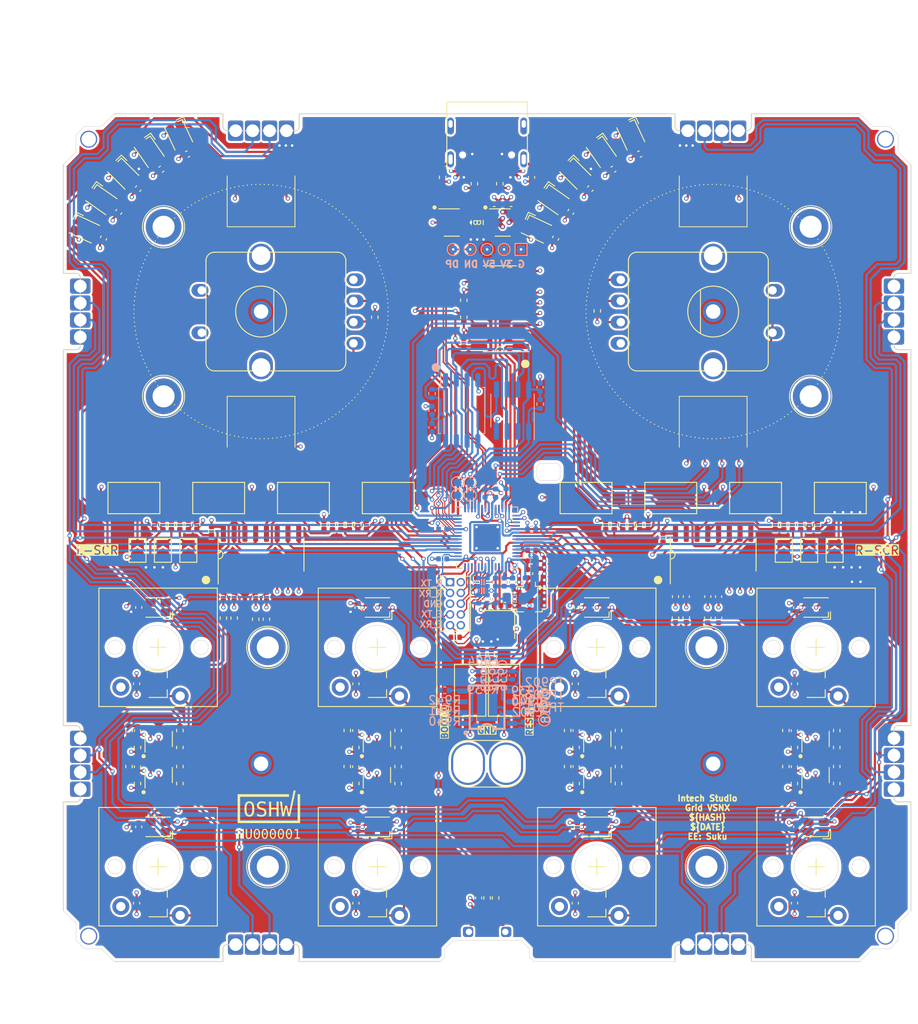
<source format=kicad_pcb>
(kicad_pcb (version 20240108) (generator "pcbnew") (generator_version "8.0")
  (layers (0 "F.Cu" signal) (1 "In1.Cu" signal) (2 "In2.Cu" signal) (31 "B.Cu" signal) (34 "B.Paste" user) (35 "F.Paste" user) (36 "B.SilkS" user "B.Silkscreen") (37 "F.SilkS" user "F.Silkscreen") (38 "B.Mask" user) (39 "F.Mask" user) (44 "Edge.Cuts" user))
  (net 0 "")
  (net 1 "GND")
  (net 2 "/MCU/MAP_MODE")
  (net 3 "Net-(J701-In)")
  (net 4 "Net-(U704-XTAL_P)")
  (net 5 "Net-(U704-XTAL_N)")
  (net 6 "/MCU/USB_DN")
  (net 7 "/MCU/USB_DP")
  (net 8 "VDD_SPI")
  (net 9 "/MCU/TMS")
  (net 10 "/MCU/TCK")
  (net 11 "/MCU/TDO")
  (net 12 "/MCU/GRID_SYNC_1")
  (net 13 "/MCU/GRID_WEST_TX")
  (net 14 "+5V")
  (net 15 "/MCU/GRID_WEST_RX")
  (net 16 "/MCU/GRID_SYNC_2")
  (net 17 "/MCU/GRID_SOUTH_TX")
  (net 18 "/MCU/GRID_NORTH_RX")
  (net 19 "/MCU/GRID_SOUTH_RX")
  (net 20 "/MCU/GRID_NORTH_TX")
  (net 21 "/MCU/GRID_EAST_RX")
  (net 22 "/MCU/GRID_EAST_TX")
  (net 23 "/MCU/LED_DATA_OUT")
  (net 24 "/UI_LED/LED_DATA_OUT")
  (net 25 "/MCU/TDI")
  (net 26 "/MCU/U0RXD")
  (net 27 "/MCU/U0TXD")
  (net 28 "/MCU/SPICS0")
  (net 29 "/ANA_12")
  (net 30 "/ANA_13")
  (net 31 "/ANA_2")
  (net 32 "/ANA_6")
  (net 33 "/ANA_14")
  (net 34 "/ANA_15")
  (net 35 "/HWCFG/HWCFG_SHIFT")
  (net 36 "/HWCFG/HWCFG_CLOCK")
  (net 37 "/HWCFG/HWCFG_DATA")
  (net 38 "/MCU/RP_UART0_TX")
  (net 39 "/MCU/RP_UART0_RX")
  (net 40 "/MCU/RP_CLK")
  (net 41 "/MCU/RP_SWCLK")
  (net 42 "/MCU/RP_SWDIO")
  (net 43 "/MCU/RP_RUN")
  (net 44 "/MCU/RP_SPI0_RX")
  (net 45 "/MCU/RP_SPI0_CS")
  (net 46 "/MCU/RP_SPI0_SCK")
  (net 47 "/MCU/RP_SPI0_TX")
  (net 48 "Net-(J702-Pin_7)")
  (net 50 "/MCU/RP_INTERRUPT")
  (net 51 "/MCU/SPIQ")
  (net 52 "/MCU/SPIWP")
  (net 53 "/MCU/SPID")
  (net 54 "/MCU/SPICLK")
  (net 55 "/MCU/SPIHD")
  (net 56 "/MCU/ESP_RESET")
  (net 57 "/MCU/ESP_BOOT0")
  (net 58 "/MCU/ESP_LNA")
  (net 59 "+1V1")
  (net 60 "+3V3")
  (net 61 "ESP_GPIO_3")
  (net 62 "ESP_GPIO_2")
  (net 63 "ESP_GPIO_1")
  (net 64 "ESP_GPIO_4")
  (net 65 "ESP_GPIO_5")
  (net 66 "ESP_GPIO_16")
  (net 67 "ESP_GPIO_48")
  (net 68 "ESP_GPIO_47")
  (net 69 "ESP_GPIO_33")
  (net 70 "ESP_GPIO_34")
  (net 71 "ESP_GPIO_35")
  (net 72 "ESP_GPIO_36")
  (net 73 "ESP_GPIO_37")
  (net 74 "ESP_GPIO_45")
  (net 75 "ESP_GPIO_46")
  (net 76 "/ANA_8")
  (net 77 "/ANA_9")
  (net 78 "/ANA_10")
  (net 79 "/ANA_11")
  (net 80 "Net-(SW701-A)")
  (net 81 "Net-(U703-GPIO12)")
  (net 82 "Net-(U703-GPIO13)")
  (net 83 "Net-(U703-GPIO14)")
  (net 84 "Net-(U703-GPIO15)")
  (net 101 "/MCU/SPICS1")
  (net 102 "Net-(U602-EN)")
  (net 104 "Net-(C749-Pad1)")
  (net 105 "Net-(C603-Pad1)")
  (net 106 "Net-(D906-DOUT)")
  (net 107 "Net-(D907-DOUT)")
  (net 108 "Net-(D908-DOUT)")
  (net 109 "Net-(D909-DOUT)")
  (net 110 "Net-(D910-DOUT)")
  (net 111 "Net-(D911-DOUT)")
  (net 112 "Net-(D912-DOUT)")
  (net 113 "Net-(U1001-X0)")
  (net 114 "Net-(U1001-X2)")
  (net 115 "Net-(U1001-X4)")
  (net 116 "Net-(U1001-X6)")
  (net 117 "Net-(U1001-X1)")
  (net 118 "Net-(U1001-X3)")
  (net 119 "Net-(U1001-X5)")
  (net 120 "Net-(U1001-X7)")
  (net 121 "Net-(U1002-X0)")
  (net 122 "Net-(U1002-X2)")
  (net 123 "Net-(U1002-X4)")
  (net 124 "Net-(U1002-X6)")
  (net 125 "Net-(U1002-X1)")
  (net 126 "Net-(U1002-X3)")
  (net 127 "Net-(U1002-X5)")
  (net 128 "Net-(U1002-X7)")
  (net 131 "Net-(R1025-Pad2)")
  (net 132 "Net-(D913-DOUT)")
  (net 133 "Net-(D914-DOUT)")
  (net 138 "/ANA_3")
  (net 139 "Net-(J601-CC1)")
  (net 141 "Net-(J601-CC2)")
  (net 143 "Net-(J601-SHIELD-PadS2)")
  (net 148 "/ANA_0")
  (net 149 "/ANA_4")
  (net 150 "/ANA_1")
  (net 151 "/ANA_5")
  (net 152 "RP_GPIO_11")
  (net 153 "RP_GPIO_10")
  (net 154 "Net-(JP801-B)")
  (net 155 "Net-(JP802-B)")
  (net 163 "Net-(D901-DOUT)")
  (net 164 "Net-(D902-DOUT)")
  (net 165 "Net-(D903-DOUT)")
  (net 166 "Net-(D904-DOUT)")
  (net 167 "Net-(D905-DOUT)")
  (net 168 "/ANA_7")
  (net 171 "Net-(JP901-B)")
  (net 172 "Net-(JP902-B)")
  (net 173 "Net-(JP903-B)")
  (net 174 "Net-(JP904-B)")
  (net 178 "ESP_GPIO_18")
  (net 179 "Net-(U910--)")
  (net 180 "Net-(U910-+)")
  (net 181 "/UI_BUTTON/OUT_9")
  (net 182 "Net-(U911--)")
  (net 183 "Net-(U911-+)")
  (net 184 "/UI_BUTTON/OUT_8")
  (net 185 "Net-(U912--)")
  (net 186 "Net-(U912-+)")
  (net 187 "/UI_BUTTON/OUT_10")
  (net 188 "Net-(U913--)")
  (net 189 "Net-(U913-+)")
  (net 190 "/UI_BUTTON/OUT_11")
  (net 191 "Net-(U914--)")
  (net 192 "Net-(U914-+)")
  (net 193 "/UI_BUTTON/OUT_12")
  (net 194 "Net-(U915--)")
  (net 195 "Net-(U915-+)")
  (net 196 "/UI_BUTTON/OUT_13")
  (net 197 "/UI_BUTTON/OUT_14")
  (net 198 "Net-(U917--)")
  (net 199 "Net-(U917-+)")
  (net 200 "/UI_BUTTON/OUT_15")
  (net 201 "Net-(U916-+)")
  (net 202 "Net-(U916--)")
  (net 203 "Net-(R902-Pad2)")
  (net 204 "Net-(D917-DOUT)")
  (net 205 "Net-(D916-DOUT)")
  (net 206 "Net-(D915-DOUT)")
  (net 207 "GNDA")
  (net 208 "+3.3VA")
  (net 209 "Net-(C939-Pad1)")
  (net 210 "Net-(C940-Pad1)")
  (net 211 "Net-(U918-VOP)")
  (net 212 "Net-(U918-VON)")
  (net 213 "/AUDIO/LRCLK")
  (net 214 "Net-(U918-LRCLK)")
  (net 215 "/AUDIO/BCLK")
  (net 216 "Net-(U918-BCLK)")
  (net 217 "/AUDIO/SDATA")
  (net 218 "Net-(U918-SDATA)")
  (footprint "suku_basics:UI_WS2812C-2020" (layer "F.Cu") (at 61.185625 134.115375 180)
    (property "Reference" "D915" (hide yes))
    (property "Value" "WS2812C-2020" (hide yes))
  )
  (footprint "suku_basics:UI_WS2812C-2020" (layer "F.Cu") (at 112.938125 134.115375 180)
    (property "Reference" "D917" (hide yes))
    (property "Value" "WS2812C-2020" (hide yes))
  )
  (footprint "suku_basics:UI_WS2812C-2020" (layer "F.Cu") (at 87.061875 134.115375 180)
    (property "Reference" "D916" (hide yes))
    (property "Value" "WS2812C-2020" (hide yes))
  )
  (footprint "suku_basics:UI_WS2812C-2020" (layer "F.Cu") (at 138.814375 134.115375 180)
    (property "Reference" "D918" (hide yes))
    (property "Value" "WS2812C-2020" (hide yes))
  )
  (footprint "suku_basics:CAP_0402" (layer "F.Cu") (at 99 142.5 -90)
    (property "Reference" "C757" (hide yes))
    (property "Value" "100n" (hide yes))
  )
  (footprint "suku_basics:CAP_0402" (layer "F.Cu") (at 110.652125 134.115375 -90)
    (property "Reference" "C917" (hide yes))
    (property "Value" "100n" (hide yes))
  )
  (footprint "suku_basics:CAP_0402" (layer "F.Cu") (at 60.75 98.5 -90)
    (property "Reference" "C1001" (hide yes))
    (property "Value" "100n" (hide yes))
  )
  (footprint "suku_basics:CAP_0402" (layer "F.Cu") (at 80.75 98.5 90)
    (property "Reference" "C1002" (hide yes))
    (property "Value" "100n" (hide yes))
  )
  (footprint "suku_basics:CAP_0402" (layer "F.Cu") (at 65.75 98.5 -90)
    (property "Reference" "C1005" (hide yes))
    (property "Value" "100n" (hide yes))
  )
  (footprint "suku_basics:CAP_0402" (layer "F.Cu") (at 85.75 98.5 -90)
    (property "Reference" "C1006" (hide yes))
    (property "Value" "100n" (hide yes))
  )
  (footprint "suku_basics:J_INTERFACE_SPRINGPATTERN" (layer "F.Cu") (at 50 73.33 90)
    (property "Reference" "J504" (hide yes))
    (property "Value" "Conn_01x04")
  )
  (footprint "suku_basics:J_INTERFACE_SPRINGPATTERN" (layer "F.Cu") (at 50 126.67 90)
    (property "Reference" "J506" (hide yes))
    (property "Value" "Conn_01x04")
  )
  (footprint "suku_basics:J_INTERFACE_SPRINGPATTERN" (layer "F.Cu") (at 73.33 150 180)
    (property "Reference" "J507" (hide yes))
    (property "Value" "Conn_01x04")
  )
  (footprint "suku_basics:J_INTERFACE_SPRINGPATTERN" (layer "F.Cu") (at 73.33 50)
    (property "Reference" "J501" (hide yes))
    (property "Value" "Conn_01x04")
  )
  (footprint "suku_basics:J_INTERFACE_SPRINGPATTERN" (layer "F.Cu") (at 126.67 150 180)
    (property "Reference" "J508" (hide yes))
    (property "Value" "Conn_01x04")
  )
  (footprint "suku_basics:J_INTERFACE_SPRINGPATTERN" (layer "F.Cu") (at 126.67 50)
    (property "Reference" "J502" (hide yes))
    (property "Value" "Conn_01x04")
  )
  (footprint "suku_basics:J_INTERFACE_SPRINGPATTERN" (layer "F.Cu") (at 150 73.33 -90)
    (property "Reference" "J503" (hide yes))
    (property "Value" "Conn_01x04")
  )
  (footprint "suku_basics:RES_0402" (layer "F.Cu") (at 61.75 98.5 90)
    (property "Reference" "R1001" (hide yes))
    (property "Value" "1k" (hide yes))
  )
  (footprint "suku_basics:RES_0402" (layer "F.Cu") (at 81.75 98.5 90)
    (property "Reference" "R1002" (hide yes))
    (property "Value" "1k" (hide yes))
  )
  (footprint "suku_basics:RES_0402" (layer "F.Cu") (at 64.75 98.5 90)
    (property "Reference" "R1005" (hide yes))
    (property "Value" "1k" (hide yes))
  )
  (footprint "suku_basics:RES_0402" (layer "F.Cu") (at 84.75 98.5 90)
    (property "Reference" "R1006" (hide yes))
    (property "Value" "1k" (hide yes))
  )
  (footprint "suku_basics:RES_0402" (layer "F.Cu") (at 101 142.5 90)
    (property "Reference" "R736" (hide yes))
    (property "Value" "1k" (hide yes))
  )
  (footprint "suku_basics:UI_ENDLESSPOTSW_ALPHA" (layer "F.Cu") (at 126.67 73.33 -90)
    (property "Reference" "UI1009" (hide yes))
    (property "Value" "P090S-04F20BR10K (NF)")
  )
  (footprint "suku_basics:CAP_0402" (layer "F.Cu") (at 58.899625 134.115375 -90)
    (property "Reference" "C915" (hide yes))
    (property "Value" "100n" (hide yes))
  )
  (footprint "suku_basics:CAP_0402" (layer "F.Cu") (at 84.775875 134.115375 -90)
    (property "Reference" "C916" (hide yes))
    (property "Value" "100n" (hide yes))
  )
  (footprint "suku_basics:CAP_0402" (layer "F.Cu") (at 136.528375 134.115375 -90)
    (property "Reference" "C918" (hide yes))
    (property "Value" "100n" (hide yes))
  )
  (footprint "suku_basics:J_INTERFACE_SPRINGPATTERN" (layer "F.Cu") (at 150 126.67 -90)
    (property "Reference" "J505" (hide yes))
    (property "Value" "Conn_01x04")
  )
  (footprint "suku_basics:SOIC-16_74HC4051" (layer "F.Cu") (at 126.67 102 90)
    (property "Reference" "U1002" (hide yes))
    (property "Value" "74HC4051" (hide yes))
  )
  (footprint "suku_basics:SOIC-16_74HC4051" (layer "F.Cu") (at 73.33 102 90)
    (property "Reference" "U1001" (hide yes))
    (property "Value" "74HC4051" (hide yes))
  )
  (footprint "suku_basics:RES_0402" (layer "F.Cu") (at 68.885 109.493 -90)
    (property "Reference" "R1003" (hide yes))
    (property "Value" "1k" (hide yes))
  )
  (footprint "suku_basics:RES_0402" (layer "F.Cu") (at 70.155 109.493 -90)
    (property "Reference" "R1004" (hide yes))
    (property "Value" "1k" (hide yes))
  )
  (footprint "suku_basics:RES_0402" (layer "F.Cu") (at 73.965 109.62 -90)
    (property "Reference" "R1007" (hide yes))
    (property "Value" "1k" (hide yes))
  )
  (footprint "suku_basics:RES_0402" (layer "F.Cu") (at 72.695 109.62 -90)
    (property "Reference" "R1008" (hide yes))
    (property "Value" "1k" (hide yes))
  )
  (footprint "suku_basics:CAP_0402" (layer "F.Cu") (at 68.885 106.953 -90)
    (property "Reference" "C1003" (hide yes))
    (property "Value" "100n" (hide yes))
  )
  (footprint "suku_basics:CAP_0402" (layer "F.Cu") (at 70.155 106.953 -90)
    (property "Reference" "C1004" (hide yes))
    (property "Value" "100n" (hide yes))
  )
  (footprint "suku_basics:CAP_0402" (layer "F.Cu") (at 73.965 106.953 -90)
    (property "Reference" "C1007" (hide yes))
    (property "Value" "100n" (hide yes))
  )
  (footprint "suku_basics:CAP_0402" (layer "F.Cu") (at 72.695 106.953 -90)
    (property "Reference" "C1008" (hide yes))
    (property "Value" "100n" (hide yes))
  )
  (footprint "suku_basics:CAP_0402" (layer "F.Cu") (at 122.225 106.953 -90)
    (property "Reference" "C1012" (hide yes))
    (property "Value" "100n" (hide yes))
  )
  (footprint "suku_basics:CAP_0402" (layer "F.Cu") (at 123.495 106.953 -90)
    (property "Reference" "C1013" (hide yes))
    (property "Value" "100n" (hide yes))
  )
  (footprint "suku_basics:CAP_0402" (layer "F.Cu") (at 127.305 106.953 -90)
    (property "Reference" "C1016" (hide yes))
    (property "Value" "100n" (hide yes))
  )
  (footprint "suku_basics:CAP_0402" (layer "F.Cu") (at 126.035 106.953 -90)
    (property "Reference" "C1017" (hide yes))
    (property "Value" "100n" (hide yes))
  )
  (footprint "suku_basics:RES_0402" (layer "F.Cu") (at 122.225 109.493 -90)
    (property "Reference" "R1011" (hide yes))
    (property "Value" "1k" (hide yes))
  )
  (footprint "suku_basics:RES_0402" (layer "F.Cu") (at 123.495 109.4676 -90)
    (property "Reference" "R1012" (hide yes))
    (property "Value" "1k" (hide yes))
  )
  (footprint "suku_basics:RES_0402" (layer "F.Cu") (at 127.305 109.5184 -90)
    (property "Reference" "R1015" (hide yes))
    (property "Value" "1k" (hide yes))
  )
  (footprint "suku_basics:RES_0402" (layer "F.Cu") (at 126.035 109.5184 -90)
    (property "Reference" "R1016" (hide yes))
    (property "Value" "1k" (hide yes))
  )
  (footprint "suku_basics:CAP_0402" (layer "F.Cu") (at 97.25 77 90)
    (property "Reference" "C801" (hide yes))
    (property "Value" "100n" (hide yes))
  )
  (footprint "suku_basics:CAP_0402" (layer "F.Cu") (at 120.75 100 -90)
    (property "Reference" "C1018" (hide yes))
    (property "Value" "100n" (hide yes))
  )
  (footprint "suku_basics:CAP_0402" (layer "F.Cu") (at 67.488 99.206 -90)
    (property "Reference" "C1009" (hide yes))
    (property "Value" "100n" (hide yes))
  )
  (footprint "suku_basics:SW_HYP_MAPMODE" (layer "F.Cu") (at 100 146.2 180)
    (property "Reference" "SW701" (hide yes))
    (property "Value" "C255807" (hide yes))
  )
  (footprint "suku_basics:SOIC-16_74HC165" (layer "F.Cu") (at 101.5 73 180)
    (property "Reference" "U801" (hide yes))
    (property "Value" "74HC165" (hide yes))
  )
  (footprint "suku_basics:USB_C_Korean_Hroparts_TYPE-C-31-M-12" (layer "F.Cu") (at 100 53.4 180)
    (property "Reference" "J601" (hide yes))
    (property "Value" "TYPE-C-32-M-12" (hide yes))
  )
  (footprint "suku_basics:SOT-23-6-AND-SOT-363" (layer "F.Cu") (at 95.83 62.83 180)
    (property "Reference" "U601" (hide yes))
    (property "Value" "C5451661")
  )
  (footprint "suku_basics:CAP_0402" (layer "F.Cu") (at 84.775875 108.239125 -90)
    (property "Reference" "C912" (hide yes))
    (property "Value" "100n")
  )
  (footprint "suku_basics:RES_0402" (layer "F.Cu") (at 136 98.5 -90)
    (property "Reference" "R901" (hide yes))
    (property "Value" "5k1")
  )
  (footprint "suku_basics:CAP_0402" (layer "F.Cu") (at 110.398125 117.238125 -90)
    (property "Reference" "C922" (hide yes))
    (property "Value" "100n")
  )
  (footprint "suku_basics:SOT-23-5" (layer "F.Cu") (at 87 123.75 -90)
    (property "Reference" "U910" (hide yes))
    (property "Value" "LMV321")
  )
  (footprint "suku_basics:SOT-23W" (layer "F.Cu") (at 138.814375 143.114375 180)
    (property "Reference" "U909" (hide yes))
    (property "Value" "OH49E-S")
  )
  (footprint "suku_basics:FERRIT_0805" (layer "F.Cu") (at 98.83 62.83 -90)
    (property "Reference" "L601" (hide yes))
    (property "Value" "GZ2012D601TF" (hide yes))
  )
  (footprint "suku_basics:RES_0402" (layer "F.Cu") (at 117 98.5 90)
    (property "Reference" "R909" (hide yes))
    (property "Value" "5k1")
  )
  (footprint "suku_basics:RES_0402" (layer "F.Cu") (at 135.25 127 90)
    (property "Reference" "R936" (hide yes))
    (property "Value" "10k")
  )
  (footprint "suku_basics:J_BATTERY_CONN_FEMALE" (layer "F.Cu") (at 126.67 88.33)
    (property "Reference" "J908" (hide yes))
    (property "Value" "Conn_01x04")
  )
  (footprint "Button_Switch_SMD:SW_SPST_CK_RS282G05A3" (layer "F.Cu") (at 131.67 95.33 180)
    (property "Reference" "SW907" (hide yes))
    (property "Value" "C2905169")
  )
  (footprint "suku_basics:CAP_0402" (layer "F.Cu") (at 102 105.25 -90)
    (property "Reference" "C753" (hide yes))
    (property "Value" "10n" (hide yes))
  )
  (footprint "suku_basics:RES_0402" (layer "F.Cu") (at 89.5 127 -90)
    (property "Reference" "R927" (hide yes))
    (property "Value" "15k")
  )
  (footprint "Jumper:SolderJumper-2_P1.3mm_Open_TrianglePad1.0x1.5mm" (layer "F.Cu") (at 141 101.5 90)
    (property "Reference" "JP801" (hide yes))
    (property "Value" "(NF)")
  )
  (footprint "suku_basics:RES_0402" (layer "F.Cu") (at 115.5 124.75 -90)
    (property "Reference" "R917" (hide yes))
    (property "Value" "5k1")
  )
  (footprint "suku_basics:SMD_NUT_M1.6x2.5" (layer "F.Cu") (at 61.83 83.33)
    (property "Reference" "J905" (hide yes))
    (property "Value" "SMTSO1625MTJ")
  )
  (footprint "suku_basics:SOT-23W" (layer "F.Cu") (at 61.185625 143.114375 180)
    (property "Reference" "U902" (hide yes))
    (property "Value" "OH49E-S")
  )
  (footprint "suku_basics:CAP_0402" (layer "F.Cu") (at 58.834311 58.834311 45)
    (property "Reference" "C903" (hide yes))
    (property "Value" "100n")
  )
  (footprint "Button_Switch_SMD:SW_SPST_CK_RS282G05A3" (layer "F.Cu") (at 98 118 90)
    (property "Reference" "SW703" (hide yes))
    (property "Value" "C2905169" (hide yes))
  )
  (footprint "suku_basics:gateron-low-profile" (layer "F.Cu") (at 112.938125 138.814375)
    (property "Reference" "SW909" (hide yes))
    (property "Value" "C2905169")
  )
  (footprint "suku_basics:RES_0402" (layer "F.Cu") (at 138 98.5 90)
    (property "Reference" "R1013" (hide yes))
    (property "Value" "1k")
  )
  (footprint "suku_basics:RES_0402" (layer "F.Cu") (at 83.75 98.5 -90)
    (property "Reference" "R1024" (hide yes))
    (property "Value" "5k1")
  )
  (footprint "suku_basics:RES_0402" (layer "F.Cu") (at 82.75 98.5 -90)
    (property "Reference" "R1023" (hide yes))
    (property "Value" "5k1")
  )
  (footprint "suku_basics:RES_0402" (layer "F.Cu") (at 89.5 122.75 -90)
    (property "Reference" "R903" (hide yes))
    (property "Value" "15k")
  )
  (footprint "suku_basics:CAP_0402" (layer "F.Cu") (at 56.537383 61.571683 55)
    (property "Reference" "C902" (hide yes))
    (property "Value" "100n")
  )
  (footprint "suku_basics:RES_0402" (layer "F.Cu") (at 97.25 72 90)
    (property "Reference" "R801" (hide yes))
    (property "Value" "5k1")
  )
  (footprint "suku_basics:CAP_0402" (layer "F.Cu") (at 110.398125 143.114375 -90)
    (property "Reference" "C926" (hide yes))
    (property "Value" "100n")
  )
  (footprint "suku_basics:RES_0402" (layer "F.Cu") (at 109.5 122.75 90)
    (property "Reference" "R916" (hide yes))
    (property "Value" "10k")
  )
  (footprint "suku_basics:UI_WS2812C-2020" (layer "F.Cu") (at 54.489503 60.137742 -35)
    (property "Reference" "D902" (hide yes))
    (property "Value" "WS2812C-2020")
  )
  (footprint "suku_basics:gateron-low-profile" (layer "F.Cu") (at 138.814375 112.938125)
    (property "Reference" "SW911" (hide yes))
    (property "Value" "C2905169")
  )
  (footprint "suku_basics:SOT-23W" (layer "F.Cu") (at 112.938125 117.238125 180)
    (property "Reference" "U907" (hide yes))
    (property "Value" "OH49E-S")
  )
  (footprint "suku_basics:SMD_NUT_M1.6x2.5" (layer "F.Cu") (at 74.12375 112.938125)
    (property "Reference" "J904" (hide yes))
    (property "Value" "SMTSO1625MTJ")
  )
  (footprint "suku_basics:CAP_0402" (layer "F.Cu") (at 139 98.5 -90)
    (property "Reference" "C1014" (hide yes))
    (property "Value" "100n")
  )
  (footprint "suku_basics:CAP_0402" (layer "F.Cu") (at 58.75 127.02 -90)
    (property "Reference" "C932" (hide yes))
    (property "Value" "100n")
  )
  (footprint "Jumper:SolderJumper-2_P1.3mm_Open_TrianglePad1.0x1.5mm" (layer "F.Cu") (at 64.75 101.5 90)
    (property "Reference" "JP901" (hide yes))
    (property "Value" "(NF)")
  )
  (footprint "Jumper:SolderJumper-2_P1.3mm_Open_TrianglePad1.0x1.5mm" (layer "F.Cu") (at 138 101.5 90)
    (property "Reference" "JP904" (hide yes))
    (property "Value" "(NF)")
  )
  (footprint "suku_basics:CAP_0402" (layer "F.Cu") (at 61.571683 56.537383 35)
    (property "Reference" "C904" (hide yes))
    (property "Value" "100n")
  )
  (footprint "Crystal:Crystal_SMD_Abracon_ABM8G-4Pin_3.2x2.5mm" (layer "F.Cu") (at 101.25 110.25 180)
    (property "Reference" "Y701" (hide yes))
    (property "Value" "40MHz" (hide yes))
  )
  (footprint "suku_basics:RES_0402" (layer "F.Cu") (at 89.5 129 -90)
    (property "Reference" "R929" (hide yes))
    (property "Value" "5k1")
  )
  (footprint "suku_basics:CAP_0402" (layer "F.Cu") (at 84.521875 143.114375 -90)
    (property "Reference" "C925" (hide yes))
    (property "Value" "100n")
  )
  (footprint "suku_basics:RES_0402" (layer "F.Cu") (at 58.75 124.75 90)
    (property "Reference" "R914" (hide yes))
    (property "Value" "15k")
  )
  (footprint "suku_basics:RES_0402" (layer "F.Cu") (at 115.5 122.75 -90)
    (property "Reference" "R915" (hide yes))
    (property "Value" "15k")
  )
  (footprint "suku_basics:RES_0402" (layer "F.Cu") (at 63.75 98.5 -90)
    (property "Reference" "R1022" (hide yes))
    (property "Value" "5k1")
  )
  (footprint "suku_basics:RES_0402" (layer "F.Cu") (at 100.5 113.75 -90)
    (property "Reference" "R735" (hide yes))
    (property "Value" "5k1")
  )
  (footprint "suku_basics:RES_0402" (layer "F.Cu") (at 63.75 127 -90)
    (property "Reference" "R923" (hide yes))
    (property "Value" "15k")
  )
  (footprint "suku_basics:gateron-low-profile" (layer "F.Cu") (at 138.814375 138.814375)
    (property "Reference" "SW912" (hide yes))
    (property "Value" "C2905169")
  )
  (footprint "suku_basics:UI_WS2812C-2020" (layer "F.Cu") (at 116.94978 52.484921 -65)
    (property "Reference" "D910" (hide yes))
    (property "Value" "WS2812C-2020")
  )
  (footprint "suku_basics:RES_0402" (layer "F.Cu") (at 86.75 74 -90)
    (property "Reference" "R902" (hide yes))
    (property "Value" "470R")
  )
  (footprint "suku_basics:CAP_0402" (layer "F.Cu") (at 100.35 108 180)
    (property "Reference" "C750" (hide yes))
    (property "Value" "10p" (hide yes))
  )
  (footprint "suku_basics:CAP_0402" (layer "F.Cu") (at 98.75 105.25 -90)
    (property "Reference" "C752" (hide yes))
    (property "Value" "100n" (hide yes))
  )
  (footprint "suku_basics:SOT-23W" (layer "F.Cu") (at 112.938125 143.114375 180)
    (property "Reference" "U906" (hide yes))
    (property "Value" "OH49E-S")
  )
  (footprint "suku_basics:RES_0402" (layer "F.Cu") (at 115.5 127 -90)
    (property "Reference" "R931" (hide yes))
    (property "Value" "15k")
  )
  (footprint "Button_Switch_SMD:SW_SPST_CK_RS282G05A3" (layer "F.Cu") (at 141.67 95.33)
    (property "Reference" "SW908" (hide yes))
    (property "Value" "C2905169")
  )
  (footprint "suku_basics:CAP_0402" (layer "F.Cu") (at 136.528375 108.239125 -90)
    (property "Reference" "C914" (hide yes))
    (property "Value" "100n")
  )
  (footprint "suku_basics:SOT-23-5" (layer "F.Cu") (at 113 128 -90)
    (property "Reference" "U916" (hide yes))
    (property "Value" "LMV321")
  )
  (footprint "suku_basics:UI_WS2812C-2020" (layer "F.Cu") (at 61.185625 108.239125 180)
    (property "Reference" "D911" (hide yes))
    (property "Value" "WS2812C-2020")
  )
  (footprint "suku_basics:RES_0402" (layer "F.Cu") (at 136.25 129 90)
    (property "Reference" "R938" (hide yes))
    (property "Value" "15k")
  )
  (footprint "suku_basics:gateron-low-profile" (layer "F.Cu") (at 61.185625 112.938125)
    (property "Reference" "SW901" (hide yes))
    (property "Value" "C2905169")
  )
  (footprint "suku_basics:OscilloscopeGround" (layer "F.Cu") (at 100 126.67)
    (property "Reference" "J799" (hide yes))
    (property "Value" "Conn_01x02")
  )
  (footprint "suku_basics:CAP_0402" (layer "F.Cu") (at 58.899625 108.239125 -90)
    (property "Reference" "C911" (hide yes))
    (property "Value" "100n")
  )
  (footprint "suku_basics:CAP_0402" (layer "F.Cu") (at 102.83 60.58)
    (property "Reference" "C602" (hide yes))
    (property "Value" "1u" (hide yes))
  )
  (footprint "suku_basics:CAP_0402" (layer "F.Cu") (at 105.25 102.75)
    (property "Reference" "C742" (hide yes))
    (property "Value" "1p8" (hide yes))
  )
  (footprint "suku_basics:CAP_0402" (layer "F.Cu") (at 101 94.75 90)
    (property "Reference" "C751" (hide yes))
    (property "Value" "100n" (hide yes))
  )
  (footprint "suku_basics:RES_0402" (layer "F.Cu") (at 58.75 129 90)
    (property "Reference" "R926" (hide yes))
    (property "Value" "15k")
  )
  (footprint "suku_basics:CAP_0402" (layer "F.Cu") (at 114 98.5 90)
    (property "Reference" "C1011" (hide yes))
    (property "Value" "100n")
  )
  (footprint "suku_basics:CAP_0402" (layer "F.Cu") (at 105.25 57.5 -90)
    (property "Reference" "C603" (hide yes))
    (property "Value" "4n7" (hide yes))
  )
  (footprint "suku_basics:CAP_0402" (layer "F.Cu") (at 84.5 127.01 -90)
    (property "Reference" "C933" (hide yes))
    (property "Value" "100n")
  )
  (footprint "suku_basics:gateron-low-profile" (layer "F.Cu") (at 87.061875 112.938125)
    (property "Reference" "SW903" (hide yes))
    (property "Value" "C2905169")
  )
  (footprint "suku_basics:SMD_NUT_M1.6x2.5" (layer "F.Cu") (at 74.12375 138.814375)
    (property "Reference" "J910" (hide yes))
    (property "Value" "SMTSO1625MTJ")
  )
  (footprint "suku_basics:RES_0402" (layer "F.Cu") (at 136.25 124.75 90)
    (property "Reference" "R922" (hide yes))
    (property "Value" "15k")
  )
  (footprint "suku_basics:RES_0402" (layer "F.Cu") (at 118 98.5 90)
    (property "Reference" "R1014" (hide yes))
    (property "Value" "1k")
  )
  (footprint "suku_basics:RES_0402" (layer "F.Cu") (at 135 98.5 90)
    (property "Reference" "R1009" (hide yes))
    (property "Value" "1k")
  )
  (footprint "suku_basics:CAP_0402" (layer "F.Cu") (at 134 98.5 90)
    (property "Reference" "C1010" (hide yes))
    (property "Value" "100n")
  )
  (footprint "suku_basics:RES_0402" (layer "F.Cu") (at 135.25 122.75 90)
    (property "Reference" "R920" (hide yes))
    (property "Value" "10k")
  )
  (footprint "suku_basics:CAP_0402" (layer "F.Cu") (at 99.5 113.75 90)
    (property "Reference" "C758" (hide yes))
    (property "Value" "1u")
  )
  (footprint "suku_basics:CAP_0402" (layer "F.Cu") (at 58.645625 117.238125 -90)
    (property "Reference" "C919" (hide yes))
    (property "Value" "100n")
  )
  (footprint "suku_basics:CAP_0402" (layer "F.Cu") (at 54.75069 64.666326 65)
    (property "Reference" "C901" (hide yes))
    (property "Value" "100n")
  )
  (footprint "suku_basics:RES_0402" (layer "F.Cu") (at 83.5 127 90)
    (property "Reference" "R928" (hide yes))
    (property "Value" "10k")
  )
  (footprint "suku_basics:CAP_0402" (layer "F.Cu") (at 105.75 104.25 90)
    (property "Reference" "C739" (hide yes))
    (property "Value" "3p9" (hide yes))
  )
  (footprint "suku_basics:CAP_0402" (layer "F.Cu") (at 109.877383 61.571683 55)
    (property "Reference" "C907" (hide yes))
    (property "Value" "100n")
  )
  (footprint "Jumper:SolderJumper-2_P1.3mm_Open_TrianglePad1.0x1.5mm" (layer "F.Cu") (at 135 101.5 90)
    (property "Reference" "JP903" (hide yes))
    (property "Value" "(NF)")
  )
  (footprint "suku_basics:CAP_0402" (layer "F.Cu") (at 84.5 122.75 -90)
    (property "Reference" "C929" (hide yes))
    (property "Value" "100n")
  )
  (footprint "suku_basics:SMD_NUT_M1.6x2.5" (layer "F.Cu") (at 125.87625 112.938125)
    (property "Reference" "J906" (hide yes))
    (property "Value" "SMTSO1625MTJ")
  )
  (footprint "suku_basics:RES_0402" (layer "F.Cu") (at 62.75 98.5 -90)
    (property "Reference" "R1021" (hide yes))
    (property "Value" "5k1")
  )
  (footprint "suku_basics:SOT-23-5" (layer "F.Cu") (at 138.75 123.75 -90)
    (property "Reference" "U913" (hide yes))
    (property "Value" "LMV321")
  )
  (footprint "Button_Switch_SMD:SW_SPST_CK_RS282G05A3" (layer "F.Cu") (at 121.67 95.33)
    (property "Reference" "SW906" (hide yes))
    (property "Value" "C2905169")
  )
  (footprint "suku_basics:J_BATTERY_CONN_FEMALE" (layer "F.Cu") (at 73.33 88.33)
    (property "Reference" "J907" (hide yes))
    (property "Value" "Conn_01x04")
  )
  (footprint "suku_basics:UI_WS2812C-2020" (layer "F.Cu") (at 110.406544 57.066544 -45)
    (property "Reference" "D908" (hide yes))
    (property "Value" "WS2812C-2020")
  )
  (footprint "suku_basics:UI_WS2812C-2020" (layer "F.Cu") (at 52.484921 63.60978 -25)
    (property "Reference" "D901" (hide yes))
    (property "Value" "WS2812C-2020")
  )
  (footprint "suku_basics:RES_0402" (layer "F.Cu") (at 116 98.5 90)
    (property "Reference" "R908" (hide yes))
    (property "Value" "5k1")
  )
  (footprint "suku_basics:CAP_0402" (layer "F.Cu") (at 100.83 60.58)
    (property "Reference" "C601" (hide yes))
    (property "Value" "1u" (hide yes))
  )
  (footprint "suku_basics:CAP_0402" (layer "F.Cu") (at 105.25 101.5)
    (property "Reference" "C749" (hide yes))
    (property "Value" "100n" (hide yes))
  )
  (footprint "suku_basics:RES_0402" (layer "F.Cu") (at 100 142.5 90)
    (property "Reference" "R701" (hide yes))
    (property "Value" "5k1")
  )
  (footprint "suku_basics:RES_0402" (layer "F.Cu") (at 57.75 122.75 90)
    (property "Reference" "R912" (hide yes))
    (property "Value" "10k")
  )
  (footprint "suku_basics:RES_0402" (layer "F.Cu") (at 141.25 127 -90)
    (property "Reference" "R935" (hide yes))
    (property "Value" "15k")
  )
  (footprint "suku_basics:QFN-56-1EP_7x7mm_P0.4mm_EP3.2x3.2mm" (layer "F.Cu") (at 100 100 180)
    (property "Reference" "U704" (hide yes))
    (property "Value" "ESP32-S3FN8" (hide yes))
  )
  (footprint "suku_basics:CAP_0402" (layer "F.Cu") (at 108.09069 64.666326 65)
    (property "Reference" "C906" (hide yes))
    (property "Value" "100n")
  )
  (footprint "suku_basics:RES_0402" (layer "F.Cu") (at 101.5 58.25 -90)
    (property "Reference" "R601" (hide yes))
    (property "Value" "5k1" (hide yes))
  )
  (footprint "suku_basics:J_BATTERY_CONN_FEMALE" (layer "F.Cu") (at 126.67 58.33 180)
    (property "Reference" "J902" (hide yes))
    (property "Value" "Conn_01x04")
  )
  (footprint "suku_basics:RES_0402" (layer "F.Cu") (at 98.5 58.25 -90)
    (property "Reference" "R602" (hide yes))
    (property "Value" "5k1" (hide yes))
  )
  (footprint "suku_basics:UI_WS2812C-2020" (layer "F.Cu") (at 63.60978 52.484921 -65)
    (property "Reference" "D905" (hide yes))
    (property "Value" "WS2812C-2020")
  )
  (footprint "suku_basics:CAP_0402" (layer "F.Cu") (at 58.645625 143.114375 -90)
    (property "Reference" "C924" (hide yes))
    (property "Value" "100n")
  )
  (footprint "suku_basics:CAP_0402" (layer "F.Cu") (at 110.5 127 -90)
    (property "Reference" "C934" (hide yes))
    (property "Value" "100n")
  )
  (footprint "suku_basics:UI_WS2812C-2020" (layer "F.Cu") (at 57.066544 57.066544 -45)
    (property "Reference" "D903" (hide yes))
    (property "Value" "WS2812C-2020")
  )
  (footprint "suku_basics:SOT-23-5" (layer "F.Cu") (at 61.25 123.75 -90)
    (property "Reference" "U911" (hide yes))
    (property "Value" "LMV321")
  )
  (footprint "suku_basics:UI_WS2812C-2020" (layer "F.Cu") (at 105.824921 63.60978 -25)
    (property "Reference" "D906" (hide yes))
    (property "Value" "WS2812C-2020")
  )
  (footprint "suku_basics:RES_0402" (layer "F.Cu") (at 113 73.25 90)
    (property "Reference" "R1025" (hide yes))
    (property "Value" "470R")
  )
  (footprint "suku_basics:RES_0402" (layer "F.Cu") (at 115 98.5 90)
    (property "Reference" "R1010" (hide yes))
    (property "Value" "1k")
  )
  (footprint "suku_basics:SOT-23W" (layer "F.Cu") (at 87.061875 117.238125 180)
    (property "Reference" "U904" (hide yes))
    (property "Value" "OH49E-S")
  )
  (footprint "suku_basics:RES_0402" (layer "F.Cu") (at 63.75 129 -90)
    (property "Reference" "R925" (hide yes))
    (property "Value" "5k1")
  )
  (footprint "suku_basics:RES_0402" (layer "F.Cu") (at 89.5 124.75 -90)
    (property "Reference" "R906" (hide yes))
    (property "Value" "5k1")
  )
  (footprint "suku_basics:CAP_0402" (layer "F.Cu") (at 114.911683 56.537383 35)
    (property "Reference" "C909" (hide yes))
    (property "Value" "100n")
  )
  (footprint "Connector_PinHeader_1.27mm:PinHeader_2x05_P1.27mm_Vertical" (layer "F.Cu") (at 95.625 105.25)
    (property "Reference" "J702" (hide yes))
    (property "Value" "Conn_02x05_Odd_Even" (hide yes))
  )
  (footprint "suku_basics:CAP_0402" (layer "F.Cu") (at 136.274375 143.114375 -90)
    (property "Reference" "C927" (hide yes))
    (property "Value" "100n")
  )
  (footprint "suku_basics:UI_ENDLESSPOTSW_ALPHA" (layer "F.Cu") (at 73.33 73.33 90)
    (property "Reference" "UI901" (hide yes))
    (property "Value" "P090S-04F20BR10K (NF)")
  )
  (footprint "suku_basics:SMD_NUT_M1.6x2.5" (layer "F.Cu") (at 125.87625 138.814375)
    (property "Reference" "J912" (hide yes))
    (property "Value" "SMTSO1625MTJ")
  )
  (footprint "suku_basics:grid_outline" (layer "F.Cu") (at 100 100)
    (property "Reference" "M501" (hide yes))
    (property "Value" "Conn_01x08")
  )
  (footprint "suku_basics:SOT-23-5" (layer "F.Cu") (at 101.83 62.83 180)
    (property "Reference" "U602" (hide yes))
    (property "Value" "LN1134A332MR-G" (hide yes))
  )
  (footprint "suku_basics:RES_0402" (layer "F.Cu") (at 109.5 127 90)
    (property "Reference" "R932" (hide yes))
    (property "Value" "10k")
  )
  (footprint "suku_basics:RES_0402" (layer "F.Cu") (at 110.5 124.75 90)
    (property "Reference" "R918" (hide yes))
    (property "Value" "15k")
  )
  (footprint "suku_basics:RES_0402" (layer "F.Cu") (at 57.75 127 90)
    (property "Reference" "R924" (hide yes))
    (property "Value" "10k")
  )
  (footprint "suku_basics:SOT-23-5" (layer "F.Cu") (at 87 128 -90)
    (property "Reference" "U915" (hide yes))
    (property "Value" "LMV321")
  )
  (footprint "suku_basics:RES_0402" (layer "F.Cu") (at 115.5 129 -90)
    (property "Reference" "R933" (hide yes))
    (property "Value" "5k1")
  )
  (footprint "Button_Switch_SMD:SW_SPST_CK_RS282G05A3" (layer "F.Cu") (at 111.67 95.33 180)
    (property "Reference" "SW905" (hide yes))
    (property "Value" "C2905169")
  )
  (footprint "suku_basics:SMD_NUT_M1.6x2.5" (layer "F.Cu") (at 138.17 63.33)
    (property "Reference" "J909" (hide yes))
    (property "Value" "SMTSO1625MTJ")
  )
  (footprint "suku_basics:RES_0402" (layer "F.Cu") (at 141.25 122.75 -90)
    (property "Reference" "R919" (hide yes))
    (property "Value" "15k")
  )
  (footprint "suku_basics:gateron-low-profile" (layer "F.Cu") (at 61.185625 138.814375)
    (property "Reference" "SW902" (hide yes))
    (property "Value" "C2905169")
  )
  (footprint "suku_basics:CAP_0402" (layer "F.Cu") (at 136.274375 117.238125 -90)
    (property "Reference" "C923" (hide yes))
    (property "Value" "100n")
  )
  (footprint "suku_basics:CAP_0402" (layer "F.Cu") (at 58.75 122.76 -90)
    (property "Reference" "C928" (hide yes))
    (property "Value" "100n")
  )
  (footprint "suku_basics:RES_0402" (layer "F.Cu") (at 63.75 122.75 -90)
    (property "Reference" "R911" (hide yes))
    (property "Value" "15k")
  )
  (footprint "Button_Switch_SMD:SW_SPST_CK_RS282G05A3" (layer "F.Cu") (at 88.33 95.33)
    (property "Reference" "SW1004" (hide yes))
    (property "Value" "C2905169")
  )
  (footprint "suku_basics:SOT-23-5" (layer "F.Cu") (at 138.75 128 -90)
    (property "Reference" "U917" (hide yes))
    (property "Value" "LMV321")
  )
  (footprint "suku_basics:RES_0402" (layer "F.Cu") (at 84.5 124.75 90)
    (property "Reference" "R910" (hide yes))
    (property "Value" "15k")
  )
  (footprint "suku_basics:gateron-low-profile" (layer "F.Cu") (at 87.061875 138.814375)
    (property "Reference" "SW904" (hide yes))
    (property "Value" "C2905169")
  )
  (footprint "suku_basics:gateron-low-profile" (layer "F.Cu") (at 112.938125 112.938125)
    (property "Reference" "SW910" (hide yes))
    (property "Value" "C2905169")
  )
  (footprint "Button_Switch_SMD:SW_SPST_CK_RS282G05A3" (layer "F.Cu") (at 58.33 95.33 180)
    (property "Reference" "SW1001" (hide yes))
    (property "Value" "C2905169")
  )
  (footprint "suku_basics:UI_WS2812C-2020" (layer "F.Cu") (at 138.814375 108.239125 180)
    (property "Reference" "D914" (hide yes))
    (property "Value" "WS2812C-2020")
  )
  (footprint "Button_Switch_SMD:SW_SPST_CK_RS282G05A3" (layer "F.Cu") (at 102 118 90)
    (property "Reference" "SW702" (hide yes))
    (property "Value" "C2905169" (hide yes))
  )
  (footprint "suku_basics:UI_WS2812C-2020" (layer "F.Cu") (at 112.938125 108.239125 180)
    (property "Reference" "D913" (hide yes))
    (property "Value" "WS2812C-2020")
  )
  (footprint "suku_basics:RES_0402" (layer "F.Cu") (at 83.5 122.75 90)
    (property "Reference" "R905" (hide yes))
    (property "Value" "10k")
  )
  (footprint "suku_basics:SOT-23W" (layer "F.Cu") (at 138.814375 117.238125 180)
    (property "Reference" "U908" (hide yes))
    (property "Value" "OH49E-S")
  )
  (footprint "suku_basics:CAP_0402" (layer "F.Cu") (at 136.25 122.76 -90)
    (property "Reference" "C931" (hide yes))
    (property "Value" "100n")
  )
  (footprint "suku_basics:UI_WS2812C-2020" (layer "F.Cu") (at 113.477742 54.489503 -55)
    (property "Reference" "D909" (hide yes))
    (property "Value" "WS2812C-2020")
  )
  (footprint "suku_basics:RES_0402" (layer "F.Cu") (at 94.75 57.5 -90)
    (property "Reference" "R603" (hide yes))
    (property "Value" "1M" (hide yes))
  )
  (footprint "suku_basics:CAP_0402" (layer "F.Cu") (at 64.666326 54.75069 25)
    (property "Reference" "C905" (hide yes))
    (property "Value" "100n")
  )
  (footprint "suku_basics:CAP_0402" (layer "F.Cu") (at 136.25 127.01 -90)
    (property "Reference" "C935" (hide yes))
    (property "Value" "100n")
  )
  (footprint "Jumper:SolderJumper-2_P1.3mm_Open_TrianglePad1.0x1.5mm" (layer "F.Cu") (at 58.75 101.5 90)
    (property "Reference" "JP802" (hide yes))
    (property "Value" "(NF)")
  )
  (footprint "suku_basics:RES_0402" (layer "F.Cu") (at 110.5 129 90)
    (property "Reference" "R934" (hide yes))
    (property "Value" "15k")
  )
  (footprint "Jumper:SolderJumper-2_P1.3mm_Open_TrianglePad1.0x1.5mm" (layer "F.Cu") (at 61.75 101.5 90)
    (property "Reference" "JP902" (hide yes))
    (property "Value" "(NF)")
  )
  (footprint "suku_basics:UI_WS2812C-2020" (layer "F.Cu") (at 60.137742 54.489503 -55)
    (property "Reference" "D904" (hide yes))
    (property "Value" "WS2812C-2020")
  )
  (footprint "suku_basics:SMD_NUT_M1.6x2.5" (layer "F.Cu") (at 138.17 83.33)
    (property "Reference" "J911" (hide yes))
    (property "Value" "SMTSO1625MTJ")
  )
  (footprint "suku_basics:RES_0402" (layer "F.Cu") (at 97.25 74 -90)
    (property "Reference" "R802" (hide yes))
    (property "Value" "5k1")
  )
  (footprint "Button_Switch_SMD:SW_SPST_CK_RS282G05A3" (layer "F.Cu") (at 68.33 95.33)
    (property "Reference" "SW1002" (hide yes))
    (property "Value" "C2905169")
  )
  (footprint "Connector_Coaxial:U.FL_Molex_MCRF_73412-0110_Vertical" (layer "F.Cu") (at 105 107.25 180)
    (property "Reference" "J701" (hide yes))
    (property "Value" "C5137195" (hide yes))
  )
  (footprint "suku_basics:IND_0402" (layer "F.Cu") (at 104.75 104.25 90)
    (property "Reference" "L701" (hide yes))
    (property "Value" "1n8" (hide yes))
  )
  (footprint "suku_basics:RES_0402" (layer "F.Cu") (at 63.75 124.75 -90)
    (property "Reference" "R913" (hide yes))
    (property "Value" "5k1")
  )
  (footprint "suku_basics:CAP_0402" (layer "F.Cu") (at 84.521875 117.238125 -90)
    (property "Reference" "C920" (hide yes))
    (property "Value" "100n")
  )
  (footprint "suku_basics:CAP_0402" (layer "F.Cu") (at 110.5 122.75 -90)
    (property "Reference" "C930" (hide yes))
    (property "Value" "100n")
  )
  (footprint "suku_basics:RES_0402" (layer "F.Cu") (at 137 98.5 -90)
    (property "Reference" "R907" (hide yes))
    (property "Value" "5k1")
  )
  (footprint "suku_basics:CAP_0402" (layer "F.Cu") (at 112.174311 58.834311 45)
    (property "Reference" "C908" (hide yes))
    (property "Value" "100n")
  )
  (footprint "suku_basics:UI_WS2812C-2020" (layer "F.Cu") (at 107.829503 60.137742 -35)
    (property "Reference" "D907" (hide yes))
    (property "Value" "WS2812C-2020")
  )
  (footprint "suku_basics:UI_WS2812C-2020" (layer "F.Cu") (at 87.061875 108.239125 180)
    (property "Reference" "D912" (hide yes))
    (property "Value" "WS2812C-2020")
  )
  (footprint "suku_basics:RES_0402" (layer "F.Cu") (at 84.5 129 90)
    (property "Reference" "R930" (hide yes))
    (property "Value" "15k")
  )
  (footprint "suku_basics:SOT-23-5" (layer "F.Cu") (at 113 123.75 -90)
    (property "Reference" "U912" (hide yes))
    (property "Value" "LMV321")
  )
  (footprint "suku_basics:SOT-23-5" (layer "F.Cu") (at 61.25 128 -90)
    (property "Reference" "U914" (hide yes))
    (property "Value" "LMV321")
  )
  (footprint "suku_basics:CAP_0402" (layer "F.Cu") (at 110.652125 108.239125 -90)
    (property "Reference" "C913" (hide yes))
    (property "Value" "100n")
  )
  (footprint "suku_basics:CAP_0402" (layer "F.Cu") (at 102.1 108)
    (property "Reference" "C748" (hide yes))
    (property "Value" "10p" (hide yes))
  )
  (footprint "suku_basics:CAP_0402" (layer "F.Cu") (at 103 105.25 -90)
    (property "Reference" "C754" (hide yes))
    (property "Value" "1u" (hide yes))
  )
  (footprint "suku_basics:J_BATTERY_CONN_FEMALE" (layer "F.Cu") (at 73.33 58.33 180)
    (property "Reference" "J901" (hide yes))
    (property "Value" "Conn_01x04")
  )
  (footprint "suku_basics:CAP_0402" (layer "F.Cu") (at 119 98.5 90)
    (property "Reference" "C1015" (hide yes))
    (property "Value" "100n")
  )
  (footprint "suku_basics:RES_0402" (layer "F.Cu") (at 96.25 111.75)
    (property "Reference" "R733" (hide yes))
    (property "Value" "1k" (hide yes))
  )
  (footprint "suku_basics:OSHWA" (layer "F.Cu") (at 74.25 132.75)
    (property "Reference" "LOGO701" (hide yes))
    (property "Value" "OSHWA" (hide yes))
  )
  (footprint "suku_basics:CAP_0402" (layer "F.Cu") (at 118.006326 54.75069 25)
    (property "Reference" "C910" (hide yes))
    (property "Value" "100n")
  )
  (footprint "suku_basics:SOT-23W" (layer "F.Cu") (at 87.061875 143.114375 180)
    (property "Reference" "U905" (hide yes))
    (property "Value" "OH49E-S")
  )
  (footprint "suku_basics:RES_0402" (layer "F.Cu") (at 141.25 124.75 -90)
    (property "Reference" "R921" (hide yes))
    (property "Value" "5k1")
  )
  (footprint "suku_basics:RES_0402" (layer "F.Cu") (at 141.25 129 -90)
    (property "Reference" "R937" (hide yes))
    (property "Value" "5k1")
  )
  (footprint "suku_basics:SMD_NUT_M1.6x2.5" (layer "F.Cu") (at 61.83 63.33)
    (property "Reference" "J903" (hide yes))
    (property "Value" "SMTSO1625MTJ")
  )
  (footprint "suku_basics:SOT-23W" (layer "F.Cu") (at 61.185625 117.238125 180)
    (property "Reference" "U901" (hide yes))
    (property "Value" "OH49E-S")
  )
  (footprint "Button_Switch_SMD:SW_SPST_CK_RS282G05A3" (layer "F.Cu") (at 78.33 95.33 180)
    (property "Reference" "SW1003" (hide yes))
    (property "Value" "C2905169")
  )
  (footprint "suku_basics:SOIC-8W_FLASH" (layer "B.Cu") (at 97 85 -90)
    (property "Reference" "U705" (hide yes))
    (property "Value" "W25Q64JVSSIQ" (hide yes))
  )
  (footprint "suku_basics:CAP_0402" (layer "B.Cu") (at 93.5 87 -90)
    (property "Reference" "C756" (hide yes))
    (property "Value" "100n" (hide yes))
  )
  (footprint "TestPoint:TestPoint_Pad_1.0x1.0mm" (layer "B.Cu") (at 104 66 180)
    (property "Reference" "TP601" (hide yes))
    (property "Value" "GND" (hide yes))
  )
  (footprint "TestPoint:TestPoint_Pad_D1.0mm" (layer "B.Cu") (at 100 66 180)
    (property "Reference" "TP602" (hide yes))
    (property "Value" "VB" (hide yes))
  )
  (footprint "TestPoint:TestPoint_Pad_D1.0mm" (layer "B.Cu") (at 98 66)
    (property "Reference" "TP603" (hide yes))
    (property "Value" "D-" (hide yes))
  )
  (footprint "TestPoint:TestPoint_Pad_D1.0mm" (layer "B.Cu") (at 96 66)
    (property "Reference" "TP604" (hide yes))
    (property "Value" "D+" (hide yes))
  )
  (footprint "suku_basics:FERRIT_0805" (layer "B.Cu") (at 103.25 107.2 180)
    (property "Reference" "L702" (hide yes))
    (property "Value" "GZ2012D601TF" (hide yes))
  )
  (footprint "suku_basics:RES_0402" (layer "B.Cu") (at 93.5 83 90)
    (property "Reference" "R734" (hide yes))
    (property "Value" "5k1" (hide yes))
  )
  (footprint "suku_basics:CAP_0402" (layer "B.Cu") (at 103 105.25 -90)
    (property "Reference" "C741" (hide yes))
    (property "Value" "100n" (hide yes))
  )
  (footprint "suku_basics:CAP_0402" (layer "B.Cu") (at 100 105.25 -90)
    (property "Reference" "C745" (hide yes))
    (property "Value" "100n" (hide yes))
  )
  (footprint "Package_SO:SOIC-8_3.9x4.9mm_P1.27mm" (layer "B.Cu") (at 103 85 90)
    (property "Reference" "U903" (hide yes))
    (property "Value" "ESP-PSRAM32")
  )
  (footprint "suku_basics:RP2040_QFN-56-1EP_7x7mm_P0.4mm_EP3.2x3.2mm" (layer "B.Cu") (at 100 100 90)
    (property "Reference" "U703" (hide yes))
    (property "Value" "RP2040" (hide yes))
  )
  (footprint "TestPoint:TestPoint_Pad_D1.0mm" (layer "B.Cu") (at 106.75 121.5 180)
    (property "Reference" "TP901")
    (property "Value" "TestPoint")
  )
  (footprint "suku_basics:CAP_0402" (layer "B.Cu") (at 94.75 99 180)
    (property "Reference" "C736" (hide yes))
    (property "Value" "100n" (hide yes))
  )
  (footprint "TestPoint:TestPoint_Pad_D1.0mm" (layer "B.Cu") (at 98 95 180)
    (property "Reference" "TP703" (hide yes))
    (property "Value" "TestPoint" (hide yes))
  )
  (footprint "suku_basics:CAP_0402" (layer "B.Cu") (at 99 105.25 -90)
    (property "Reference" "C744" (hide yes))
    (property "Value" "100n" (hide yes))
  )
  (footprint "suku_basics:CAP_0402" (layer "B.Cu") (at 100 107.25 90)
    (property "Reference" "C746" (hide yes))
    (property "Value" "1u" (hide yes))
  )
  (footprint "suku_basics:CAP_0402" (layer "B.Cu") (at 104.75 119.25 180)
    (property "Reference" "C939")
    (property "Value" "1n")
  )
  (footprint "suku_basics:RES_0402" (layer "B.Cu") (at 95 119.25)
    (property "Reference" "R941")
    (property "Value" "33R")
  )
  (footprint "TestPoint:TestPoint_Pad_D1.0mm" (layer "B.Cu") (at 106.75 120 180)
    (property "Reference" "TP903")
    (property "Value" "TestPoint")
  )
  (footprint "suku_basics:CAP_0402" (layer "B.Cu") (at 102 116.25 -90)
    (property "Reference" "C937")
    (property "Value" "1u")
  )
  (footprint "suku_basics:RES_0402" (layer "B.Cu") (at 106.25 84.25 -90)
    (property "Reference" "R904" (hide yes))
    (property "Value" "5k1")
  )
  (footprint "suku_basics:CAP_0402" (layer "B.Cu") (at 93.5 85 90)
    (property "Reference" "C755" (hide yes))
    (property "Value" "1u" (hide yes))
  )
  (footprint "suku_basics:CAP_0402" (layer "B.Cu") (at 104.75 120.5 180)
    (property "Reference" "C940")
    (property "Value" "1n")
  )
  (footprint "TestPoint:TestPoint_Pad_D1.0mm" (layer "B.Cu") (at 102 66)
    (property "Reference" "TP605" (hide yes))
    (property "Value" "UI" (hide yes))
  )
  (footprint "suku_basics:CAP_0402" (layer "B.Cu") (at 99 107.25 90)
    (property "Reference" "C743" (hide yes))
    (property "Value" "10u" (hide yes))
  )
  (footprint "suku_basics:CAP_0402" (layer "B.Cu") (at 101 105.25 -90)
    (property "Reference" "C733" (hide yes))
    (property "Value" "1u" (hide yes))
  )
  (footprint "TestPoint:TestPoint_Pad_D1.0mm" (layer "B.Cu") (at 96.5 95 180)
    (property "Reference" "TP701" (hide yes))
    (property "Value" "TestPoint" (hide yes))
  )
  (footprint "suku_basics:RES_0402" (layer "B.Cu") (at 95 118)
    (property "Reference" "R942")
    (property "Value" "33R")
  )
  (footprint "suku_basics:ESOP-8_L4.9-W3.9-P1.27-LS6.0-BL-EP" (layer "B.Cu") (at 100 120 90)
    (property "Reference" "U918")
    (property "Value" "NS4168_C910588")
  )
  (footprint "TestPoint:TestPoint_Pad_D1.0mm" (layer "B.Cu") (at 106.75 118.5 180)
    (property "Reference" "TP902")
    (property "Value" "TestPoint")
  )
  (footprint "suku_basics:CAP_0402" (layer "B.Cu") (at 99.75 94.75 90)
    (property "Reference" "C737" (hide yes))
    (property "Value" "100n" (hide yes))
  )
  (footprint "suku_basics:RES_0402" (layer "B.Cu") (at 95 120.5)
    (property "Reference" "R940")
    (property "Value" "33R")
  )
  (footprint "suku_basics:CAP_0402" (layer "B.Cu") (at 104.5 105.25 -90)
    (property "Reference" "C740" (hide yes))
    (property "Value" "100n" (hide yes))
  )
  (footprint "suku_basics:RES_0402" (layer "B.Cu") (at 99.5 116.75)
    (property "Reference" "R939")
    (property "Value" "0R")
  )
  (footprint "suku_basics:CAP_0402" (layer "B.Cu") (at 101 116.25 -90)
    (property "Reference" "C938")
    (property "Value" "10u")
  )
  (footprint "TestPoint:TestPoint_Pad_D1.0mm" (layer "B.Cu") (at 98 93.5 180)
    (property "Reference" "TP704" (hide yes))
    (property "Value" "TestPoint" (hide yes))
  )
  (footprint "suku_basics:CAP_0402" (layer "B.Cu") (at 106.25 82.25 90)
    (property "Reference" "C921" (hide yes))
    (property "Value" "100n")
  )
  (footprint "suku_basics:FERRIT_0402" (layer "B.Cu") (at 99.5 115.75 180)
    (property "Reference" "L904")
    (property "Value" "BLM15PD121SN1D")
  )
  (footprint "TestPoint:TestPoint_Pad_D1.0mm" (layer "B.Cu") (at 96.5 93.5 180)
    (property "Reference" "TP702" (hide yes))
    (property "Value" "TestPoint" (hide yes))
  )
  (footprint "suku_basics:CAP_0402" (layer "B.Cu") (at 105.25 99)
    (property "Reference" "C738" (hide yes))
    (property "Value" "100n" (hide yes))
  )
  (footprint "suku_basics:FERRIT_0402" (layer "B.Cu") (at 104.75 121.75 180)
    (property "Reference" "L902")
    (property "Value" "BLM15AG102SN1D")
  )
  (footprint "suku_basics:FERRIT_0402" (layer "B.Cu") (at 104.75 118)
    (property "Reference" "L903")
    (property "Value" "BLM15AG102SN1D")
  )
  (footprint "suku_basics:CAP_0402" (layer "B.Cu") (at 102 105.25 -90)
    (property "Reference" "C734" (hide yes))
    (property "Value" "1u" (hide yes))
  )
  (footprint "suku_basics:CAP_0402" (layer "B.Cu") (at 103 116.25 -90)
    (property "Reference" "C936")
    (property "Value" "100n")
  )
  (footprint "suku_basics:CAP_0402" (layer "B.Cu") (at 101 94.75 90)
    (property "Reference" "C731" (hide yes))
    (property "Value" "100n" (hide yes))
  )
  (footprint "suku_basics:RES_0402" (layer "B.Cu") (at 102.25 94.75 -90)
    (property "Reference" "R729" (hide yes))
    (property "Value" "5k1" (hide yes))
  )
  (footprint "suku_basics:CAP_0402" (layer "B.Cu") (at 98 105.25 -90)
    (property "Reference" "C732" (hide yes))
    (property "Value" "100n" (hide yes))
  )
  (footprint "suku_basics:CAP_0402" (layer "B.Cu") (at 101 107.25 90)
    (property "Reference" "C747" (hide yes))
    (property "Value" "100n" (hide yes))
  )
  (footprint "suku_basics:CAP_0402" (layer "B.Cu") (at 94.75 102.5 180)
    (property "Reference" "C735" (hide yes))
    (property "Value" "100n" (hide yes))
  )
  (gr_circle (center 126.67 73.33) (end 141.67 73.33) (stroke (width 0.12) (type dot)) (fill none) (layer "F.SilkS"))
  (gr_circle (center 73.33 73.33) (end 88.33 73.33) (stroke (width 0.12) (type dot)) (fill none) (layer "F.SilkS"))
  (gr_line (start 108.625 92.75) (end 108.625 91.75) (stroke (width 0.05)) (layer "Edge.Cuts"))
  (gr_line (start 95 148.5) (end 95 149.5) (stroke (width 0.05)) (layer "Edge.Cuts"))
  (gr_circle (center 133.739375 112.938125) (end 134.589375 112.938125) (stroke (width 0.05)) (fill none) (layer "Edge.Cuts"))
  (gr_line (start 52 130.67) (end 52 122.67) (stroke (width 0.1)) (layer "Edge.Cuts"))
  (gr_arc (start 52 77.33) (mid 51.853553 77.683553) (end 51.5 77.83) (stroke (width 0.1)) (layer "Edge.Cuts"))
  (gr_line (start 68.83 148.5) (end 68.83 150) (stroke (width 0.1)) (layer "Edge.Cuts"))
  (gr_line (start 77.83 50) (end 122.17 50) (stroke (width 0.1)) (layer "Edge.Cuts"))
  (gr_line (start 148.5 147.5) (end 147.5 148.5) (stroke (width 0.05)) (layer "Edge.Cuts"))
  (gr_line (start 148.5 54.5) (end 150 56) (stroke (width 0.05)) (layer "Edge.Cuts"))
  (gr_arc (start 77.33 148) (mid 77.683553 148.146447) (end 77.83 148.5) (stroke (width 0.1)) (layer "Edge.Cuts"))
  (gr_arc (start 148 69.33) (mid 148.146447 68.976447) (end 148.5 68.83) (stroke (width 0.1)) (layer "Edge.Cuts"))
  (gr_line (start 52.5 148.5) (end 51.5 147.5) (stroke (width 0.05)) (layer "Edge.Cuts"))
  (gr_line (start 104 147.5) (end 105 148.5) (stroke (width 0.05)) (layer "Edge.Cuts"))
  (gr_line (start 50 77.83) (end 51.5 77.83) (stroke (width 0.1)) (layer "Edge.Cuts"))
  (gr_line (start 150 122.17) (end 148.5 122.17) (stroke (width 0.1)) (layer "Edge.Cuts"))
  (gr_line (start 144 50) (end 145.5 51.5) (stroke (width 0.05)) (layer "Edge.Cuts"))
  (gr_circle (center 81.986875 112.938125) (end 82.836875 112.938125) (stroke (width 0.05)) (fill none) (layer "Edge.Cuts"))
  (gr_line (start 150 144) (end 148.5 145.5) (stroke (width 0.05)) (layer "Edge.Cuts"))
  (gr_arc (start 148.5 131.17) (mid 148.146447 131.023553) (end 148 130.67) (stroke (width 0.1)) (layer "Edge.Cuts"))
  (gr_line (start 68.83 150) (end 56 150) (stroke (width 0.1)) (layer "Edge.Cuts"))
  (gr_circle (center 61.185625 138.814375) (end 63.785625 138.814375) (stroke (width 0.05)) (fill none) (layer "Edge.Cuts"))
  (gr_line (start 130.67 148) (end 122.67 148) (stroke (width 0.1)) (layer "Edge.Cuts"))
  (gr_line (start 95 148.5) (end 96 147.5) (stroke (width 0.05)) (layer "Edge.Cuts"))
  (gr_line (start 50 144) (end 50 131.17) (stroke (width 0.1)) (layer "Edge.Cuts"))
  (gr_arc (start 77.83 51.5) (mid 77.683553 51.853553) (end 77.33 52) (stroke (width 0.1)) (layer "Edge.Cuts"))
  (gr_line (start 150 56) (end 150 68.83) (stroke (width 0.1)) (layer "Edge.Cuts"))
  (gr_line (start 51.5 122.17) (end 50 122.17) (stroke (width 0.1)) (layer "Edge.Cuts"))
  (gr_circle (center 107.863125 112.938125) (end 108.713125 112.938125) (stroke (width 0.05)) (fill none) (layer "Edge.Cuts"))
  (gr_line (start 150 77.83) (end 150 122.17) (stroke (width 0.1)) (layer "Edge.Cuts"))
  (gr_line (start 51.5 147.5) (end 51.5 145.5) (stroke (width 0.05)) (layer "Edge.Cuts"))
  (gr_line (start 148 122.67) (end 148 130.67) (stroke (width 0.1)) (layer "Edge.Cuts"))
  (gr_line (start 148.5 52.5) (end 148.5 54.5) (stroke (width 0.05)) (layer "Edge.Cuts"))
  (gr_circle (center 112.938125 138.814375) (end 115.538125 138.814375) (stroke (width 0.05)) (fill none) (layer "Edge.Cuts"))
  (gr_line (start 51.5 52.5) (end 52.5 51.5) (stroke (width 0.05)) (layer "Edge.Cuts"))
  (gr_line (start 77.33 148) (end 69.33 148) (stroke (width 0.1)) (layer "Edge.Cuts"))
  (gr_arc (start 108.625 92.75) (mid 108.478553 93.103553) (end 108.125 93.25) (stroke (width 0.05)) (layer "Edge.Cuts"))
  (gr_circle (center 112.938125 112.938125) (end 115.538125 112.938125) (stroke (width 0.05)) (fill none) (layer "Edge.Cuts"))
  (gr_line (start 148.5 145.5) (end 148.5 147.5) (stroke (width 0.05)) (layer "Edge.Cuts"))
  (gr_arc (start 130.67 148) (mid 131.023553 148.146447) (end 131.17 148.5) (stroke (width 0.1)) (layer "Edge.Cuts"))
  (gr_line (start 68.83 50) (end 68.83 51.5) (stroke (width 0.1)) (layer "Edge.Cuts"))
  (gr_arc (start 106.375 93.25) (mid 106.021447 93.103553) (end 105.875 92.75) (stroke (width 0.05)) (layer "Edge.Cuts"))
  (gr_line (start 122.17 50) (end 122.17 51.5) (stroke (width 0.1)) (layer "Edge.Cuts"))
  (gr_circle (center 138.814375 112.938125) (end 141.414375 112.938125) (stroke (width 0.05)) (fill none) (layer "Edge.Cuts"))
  (gr_arc (start 131.17 51.5) (mid 131.023553 51.853553) (end 130.67 52) (stroke (width 0.1)) (layer "Edge.Cuts"))
  (gr_arc (start 148.5 77.83) (mid 148.146447 77.683553) (end 148 77.33) (stroke (width 0.1)) (layer "Edge.Cuts"))
  (gr_line (start 54.5 148.5) (end 52.5 148.5) (stroke (width 0.05)) (layer "Edge.Cuts"))
  (gr_line (start 131.17 50) (end 144 50) (stroke (width 0.1)) (layer "Edge.Cuts"))
  (gr_line (start 147.5 148.5) (end 145.5 148.5) (stroke (width 0.05)) (layer "Edge.Cuts"))
  (gr_line (start 51.5 145.5) (end 50 144) (stroke (width 0.05)) (layer "Edge.Cuts"))
  (gr_arc (start 122.67 52) (mid 122.316447 51.853553) (end 122.17 51.5) (stroke (width 0.1)) (layer "Edge.Cuts"))
  (gr_circle (center 87.061875 112.938125) (end 89.661875 112.938125) (stroke (width 0.05)) (fill none) (layer "Edge.Cuts"))
  (gr_line (start 104 147.5) (end 96 147.5) (stroke (width 0.05)) (layer "Edge.Cuts"))
  (gr_arc (start 52 130.67) (mid 51.853553 131.023553) (end 51.5 131.17) (stroke (width 0.1)) (layer "Edge.Cuts"))
  (gr_line (start 50 56) (end 51.5 54.5) (stroke (width 0.05)) (layer "Edge.Cuts"))
  (gr_line (start 148.5 131.17) (end 150 131.17) (stroke (width 0.1)) (layer "Edge.Cuts"))
  (gr_arc (start 122.17 148.5) (mid 122.316447 148.146447) (end 122.67 148) (stroke (width 0.1)) (layer "Edge.Cuts"))
  (gr_line (start 122.17 148.5) (end 122.17 150) (stroke (width 0.1)) (layer "Edge.Cuts"))
  (gr_line (start 105.875 91.75) (end 105.875 92.75) (stroke (width 0.05)) (layer "Edge.Cuts"))
  (gr_arc (start 51.5 68.83) (mid 51.853553 68.976447) (end 52 69.33) (stroke (width 0.1)) (layer "Edge.Cuts"))
  (gr_line (start 150 68.83) (end 148.5 68.83) (stroke (width 0.1)) (layer "Edge.Cuts"))
  (gr_line (start 95 149.5) (end 94.5 150) (stroke (width 0.05)) (layer "Edge.Cuts"))
  (gr_line (start 145.5 51.5) (end 147.5 51.5) (stroke (width 0.05)) (layer "Edge.Cuts"))
  (gr_line (start 145.5 148.5) (end 144 150) (stroke (width 0.05)) (layer "Edge.Cuts"))
  (gr_arc (start 51.5 122.17) (mid 51.853553 122.316447) (end 52 122.67) (stroke (width 0.1)) (layer "Edge.Cuts"))
  (gr_line (start 122.67 52) (end 130.67 52) (stroke (width 0.1)) (layer "Edge.Cuts"))
  (gr_line (start 69.33 52) (end 77.33 52) (stroke (width 0.1)) (layer "Edge.Cuts"))
  (gr_line (start 105 149.5) (end 105.5 150) (stroke (width 0.05)) (layer "Edge.Cuts"))
  (gr_circle (center 107.863125 138.814375) (end 108.713125 138.814375) (stroke (width 0.05)) (fill none) (layer "Edge.Cuts"))
  (gr_line (start 54.5 51.5) (end 56 50) (stroke (width 0.05)) (layer "Edge.Cuts"))
  (gr_line (start 52.5 51.5) (end 54.5 51.5) (stroke (width 0.05)) (layer "Edge.Cuts"))
  (gr_circle (center 56.110625 112.938125) (end 56.960625 112.938125) (stroke (width 0.05)) (fill none) (layer "Edge.Cuts"))
  (gr_circle (center 61.185625 112.938125) (end 63.785625 112.938125) (stroke (width 0.05)) (fill none) (layer "Edge.Cuts"))
  (gr_line (start 56 50) (end 68.83 50) (stroke (width 0.1)) (layer "Edge.Cuts"))
  (gr_arc (start 105.875 91.75) (mid 106.021447 91.396447) (end 106.375 91.25) (stroke (width 0.05)) (layer "Edge.Cuts"))
  (gr_line (start 150 131.17) (end 150 144) (stroke (width 0.1)) (layer "Edge.Cuts"))
  (gr_line (start 108.125 91.25) (end 106.375 91.25) (stroke (width 0.05)) (layer "Edge.Cuts"))
  (gr_circle (center 87.061875 138.814375) (end 89.661875 138.814375) (stroke (width 0.05)) (fill none) (layer "Edge.Cuts"))
  (gr_circle (center 118.013125 138.814375) (end 118.863125 138.814375) (stroke (width 0.05)) (fill none) (layer "Edge.Cuts"))
  (gr_line (start 50 131.17) (end 51.5 131.17) (stroke (width 0.1)) (layer "Edge.Cuts"))
  (gr_circle (center 138.814375 138.814375) (end 141.414375 138.814375) (stroke (width 0.05)) (fill none) (layer "Edge.Cuts"))
  (gr_line (start 105 149.5) (end 105 148.5) (stroke (width 0.05)) (layer "Edge.Cuts"))
  (gr_circle (center 81.986875 138.814375) (end 82.836875 138.814375) (stroke (width 0.05)) (fill none) (layer "Edge.Cuts"))
  (gr_line (start 148.5 77.83) (end 150 77.83) (stroke (width 0.1)) (layer "Edge.Cuts"))
  (gr_line (start 56 150) (end 54.5 148.5) (stroke (width 0.05)) (layer "Edge.Cuts"))
  (gr_circle (center 143.889375 138.814375) (end 144.739375 138.814375) (stroke (width 0.05)) (fill none) (layer "Edge.Cuts"))
  (gr_line (start 144 150) (end 131.17 150) (stroke (width 0.1)) (layer "Edge.Cuts"))
  (gr_circle (center 143.889375 112.938125) (end 144.739375 112.938125) (stroke (width 0.05)) (fill none) (layer "Edge.Cuts"))
  (gr_line (start 50 122.17) (end 50 77.83) (stroke (width 0.1)) (layer "Edge.Cuts"))
  (gr_circle (center 118.013125 112.938125) (end 118.863125 112.938125) (stroke (width 0.05)) (fill none) (layer "Edge.Cuts"))
  (gr_line (start 147.5 51.5) (end 148.5 52.5) (stroke (width 0.05)) (layer "Edge.Cuts"))
  (gr_circle (center 66.260625 112.938125) (end 67.110625 112.938125) (stroke (width 0.05)) (fill none) (layer "Edge.Cuts"))
  (gr_circle (center 133.739375 138.814375) (end 134.589375 138.814375) (stroke (width 0.05)) (fill none) (layer "Edge.Cuts"))
  (gr_arc (start 68.83 148.5) (mid 68.976447 148.146447) (end 69.33 148) (stroke (width 0.1)) (layer "Edge.Cuts"))
  (gr_line (start 52 77.33) (end 52 69.33) (stroke (width 0.1)) (layer "Edge.Cuts"))
  (gr_arc (start 108.125 91.25) (mid 108.478553 91.396447) (end 108.625 91.75) (stroke (width 0.05)) (layer "Edge.Cuts"))
  (gr_line (start 122.17 150) (end 105.5 150) (stroke (width 0.05)) (layer "Edge.Cuts"))
  (gr_line (start 50 68.83) (end 50 56) (stroke (width 0.1)) (layer "Edge.Cuts"))
  (gr_line (start 131.17 150) (end 131.17 148.5) (stroke (width 0.1)) (layer "Edge.Cuts"))
  (gr_line (start 51.5 54.5) (end 51.5 52.5) (stroke (width 0.05)) (layer "Edge.Cuts"))
  (gr_line (start 77.83 51.5) (end 77.83 50) (stroke (width 0.1)) (layer "Edge.Cuts"))
  (gr_line (start 148 69.33) (end 148 77.33) (stroke (width 0.1)) (layer "Edge.Cuts"))
  (gr_line (start 131.17 51.5) (end 131.17 50) (stroke (width 0.1)) (layer "Edge.Cuts"))
  (gr_line (start 77.83 150) (end 77.83 148.5) (stroke (width 0.1)) (layer "Edge.Cuts"))
  (gr_arc (start 69.33 52) (mid 68.976447 51.853553) (end 68.83 51.5) (stroke (width 0.1)) (layer "Edge.Cuts"))
  (gr_circle (center 66.260625 138.814375) (end 67.110625 138.814375) (stroke (width 0.05)) (fill none) (layer "Edge.Cuts"))
  (gr_circle (center 92.136875 112.938125) (end 92.986875 112.938125) (stroke (width 0.05)) (fill none) (layer "Edge.Cuts"))
  (gr_circle (center 56.110625 138.814375) (end 56.960625 138.814375) (stroke (width 0.05)) (fill none) (layer "Edge.Cuts"))
  (gr_line (start 94.5 150) (end 77.83 150) (stroke (width 0.1)) (layer "Edge.Cuts"))
  (gr_circle (center 92.136875 138.814375) (end 92.986875 138.814375) (stroke (width 0.05)) (fill none) (layer "Edge.Cuts"))
  (gr_arc (start 148 122.67) (mid 148.146447 122.316447) (end 148.5 122.17) (stroke (width 0.1)) (layer "Edge.Cuts"))
  (gr_line (start 51.5 68.83) (end 50 68.83) (stroke (width 0.1)) (layer "Edge.Cuts"))
  (gr_line (start 108.125 93.25) (end 106.375 93.25) (stroke (width 0.05)) (layer "Edge.Cuts"))
  (gr_text "G 3V 5V DN DP" (at 99.75 67.75 0) (layer "B.SilkS") (effects (font (size 0.8 0.8) (thickness 0.2)) (justify mirror)))
  (gr_text "R_TX\nR_RX\nGND\nE_TX\nE_RX" (at 94.8692 110.668 0) (layer "B.SilkS") (effects (font (size 0.75 0.75)) (justify left bottom mirror)))
  (gr_text "Intech Studio\nGrid VSNX\n${HASH}\n${DATE}\nEE: Suku" (at 126 133 0) (layer "F.SilkS") (effects (font (size 0.7 0.7) (thickness 0.175))))
  (gr_text "GND" (at 100 122.75 0) (layer "F.SilkS" knockout) (effects (font (size 0.7 0.7) (thickness 0.175))))
  (gr_text "L-SCR" (at 54 101.5 0) (layer "F.SilkS" knockout) (effects (font (size 1 1))))
  (gr_text "RESET" (at 105 121.75 90) (layer "F.SilkS" knockout) (effects (font (size 0.7 0.7) (thickness 0.175))))
  (gr_text "R-SCR" (at 146 101.5 0) (layer "F.SilkS" knockout) (effects (font (size 1 1))))
  (gr_text "BOOT 0" (at 95 121.75 90) (layer "F.SilkS" knockout) (effects (font (size 0.7 0.7) (thickness 0.175))))
  (segment (start 109.76 129.51) (end 109.75 129.5) (width 0.254) (layer "F.Cu") (net 1))
  (segment (start 57.455 134.163) (end 57.982625 133.635375) (width 0.254) (layer "F.Cu") (net 1))
  (segment (start 99.025 69.825) (end 97.425 69.825) (width 0.254) (layer "F.Cu") (net 1))
  (segment (start 58.645625 143.594375) (end 59.125625 143.114375) (width 0.254) (layer "F.Cu") (net 1))
  (segment (start 125.57 95.33) (end 125.57 94.02) (width 0.254) (layer "F.Cu") (net 1))
  (segment (start 112.432267 54.067733) (end 111.67 54.83) (width 0.254) (layer "F.Cu") (net 1))
  (segment (start 72.695 107.433) (end 72.695 108.223) (width 0.254) (layer "F.Cu") (net 1))
  (segment (start 135.667375 133.635375) (end 135.639375 133.607375) (width 0.254) (layer "F.Cu") (net 1))
  (segment (start 110.004 107.759125) (end 110.652125 107.759125) (width 0.254) (layer "F.Cu") (net 1))
  (segment (start 133.27 98.02) (end 133.25 98) (width 0.254) (layer "F.Cu") (net 1))
  (segment (start 123.67 88.93) (end 123.67 91.08) (width 0.254) (layer "F.Cu") (net 1))
  (segment (start 103.25 56.095) (end 103.25 57) (width 0.381) (layer "F.Cu") (net 1))
  (segment (start 98.095 71.095) (end 97.75 70.75) (width 0.254) (layer "F.Cu") (net 1))
  (segment (start 119 98.02) (end 119 97.25) (width 0.254) (layer "F.Cu") (net 1))
  (segment (start 85.001875 117.202125) (end 88.261875 117.202125) (width 0.254) (layer "F.Cu") (net 1))
  (segment (start 84.775875 107.759125) (end 83.914875 107.759125) (width 0.254) (layer "F.Cu") (net 1))
  (segment (start 109.381239 56.819057) (end 109.381239 56.868761) (width 0.254) (layer "F.Cu") (net 1))
  (segment (start 53.436799 60.473201) (end 52.83 61.08) (width 0.254) (layer "F.Cu") (net 1))
  (segment (start 77.775 104.475) (end 77.775 106.35) (width 0.254) (layer "F.Cu") (net 1))
  (segment (start 54.43 94.07) (end 54.5 94) (width 0.254) (layer "F.Cu") (net 1))
  (segment (start 58.75 123.23) (end 59.48 123.23) (width 0.254) (layer "F.Cu") (net 1))
  (segment (start 72.23 94.02) (end 72.25 94) (width 0.254) (layer "F.Cu") (net 1))
  (segment (start 84.5 127.48) (end 85.23 127.48) (width 0.254) (layer "F.Cu") (net 1))
  (segment (start 58.75 125.26) (end 58.01 125.26) (width 0.254) (layer "F.Cu") (net 1))
  (segment (start 109.791125 133.635375) (end 109.763125 133.607375) (width 0.254) (layer "F.Cu") (net 1))
  (segment (start 74.43 94.07) (end 74.5 94) (width 0.254) (layer "F.Cu") (net 1))
  (segment (start 100 100) (end 101.25 101.25) (width 0.254) (layer "F.Cu") (net 1))
  (segment (start 101.31 60.58) (end 101.31 60.35) (width 0.254) (layer "F.Cu") (net 1))
  (segment (start 98 123.25) (end 98 121.9) (width 0.254) (layer "F.Cu") (net 1))
  (segment (start 54.33 65.319187) (end 54.33 65.83) (width 0.254) (layer "F.Cu") (net 1))
  (segment (start 103.25 57) (end 103.75 57.5) (width 0.381) (layer "F.Cu") (net 1))
  (segment (start 139.364375 107.689125) (end 139.714375 107.689125) (width 0.254) (layer "F.Cu") (net 1))
  (segment (start 62.671625 107.103125) (end 62.085625 107.689125) (width 0.254) (layer "F.Cu") (net 1))
  (segment (start 99.025 71.095) (end 98.095 71.095) (width 0.254) (layer "F.Cu") (net 1))
  (segment (start 103.975 73.635) (end 106.115 73.635) (width 0.254) (layer "F.Cu") (net 1))
  (segment (start 136.274375 117.682125) (end 136.274375 118.490125) (width 0.254) (layer "F.Cu") (net 1))
  (segment (start 136.528375 133.635375) (end 135.667375 133.635375) (width 0.254) (layer "F.Cu") (net 1))
  (segment (start 58.08 59.83) (end 58.08 59.588622) (width 0.254) (layer "F.Cu") (net 1))
  (segment (start 123.67 59.83) (end 123.5 60) (width 0.254) (layer "F.Cu") (net 1))
  (segment (start 100.73 62.83) (end 101.33 62.83) (width 0.6) (layer "F.Cu") (net 1))
  (segment (start 120.75 100.75) (end 119.5 102) (width 0.254) (layer "F.Cu") (net 1))
  (segment (start 97.425 69.825) (end 97.25 70) (width 0.254) (layer "F.Cu") (net 1))
  (segment (start 84.521875 117.682125) (end 85.001875 117.202125) (width 0.254) (layer "F.Cu") (net 1))
  (segment (start 123.495 107.433) (end 123.495 108.223) (width 0.254) (layer "F.Cu") (net 1))
  (segment (start 140.888375 133.565375) (end 140.973375 133.480375) (width 0.254) (layer "F.Cu") (net 1))
  (segment (start 62.730954 51.901684) (end 62.508316 51.901684) (width 0.254) (layer "F.Cu") (net 1))
  (segment (start 127.77 95.33) (end 127.77 94.07) (width 0.254) (layer "F.Cu") (net 1))
  (segment (start 63.690625 107.103125) (end 62.671625 107.103125) (width 0.254) (layer "F.Cu") (net 1))
  (segment (start 96.095 56.75) (end 95.75 56.75) (width 0.381) (layer "F.Cu") (net 1))
  (segment (start 62.085625 133.565375) (end 63.386625 133.565375) (width 0.254) (layer "F.Cu") (net 1))
  (segment (start 58.01 129.51) (end 58 129.5) (width 0.254) (layer "F.Cu") (net 1))
  (segment (start 72.23 95.33) (end 72.23 94.02) (width 0.254) (layer "F.Cu") (net 1))
  (segment (start 111.42 59.588622) (end 111.8349 59.173722) (width 0.254) (layer "F.Cu") (net 1))
  (segment (start 56.041239 56.868761) (end 55.33 57.58) (width 0.254) (layer "F.Cu") (net 1))
  (segment (start 145.57 95.33) (end 145.57 94.02) (width 0.254) (layer "F.Cu") (net 1))
  (segment (start 87.061875 108.239125) (end 87.611875 107.689125) (width 0.254) (layer "F.Cu") (net 1))
  (segment (start 102.58 108) (end 103.25 108) (width 0.254) (layer "F.Cu") (net 1))
  (segment (start 122.225 107.433) (end 122.225 108.223) (width 0.254) (layer "F.Cu") (net 1))
  (segment (start 102 105.73) (end 103 105.73) (width 0.254) (layer "F.Cu") (net 1))
  (segment (start 101.33 62.83) (end 101.83 62.33) (width 0.6) (layer "F.Cu") (net 1))
  (segment (start 99.025 76.175) (end 98.175 76.175) (width 0.254) (layer "F.Cu") (net 1))
  (segment (start 131.115 104.475) (end 131.115 106.35) (width 0.254) (layer "F.Cu") (net 1))
  (segment (start 100.83 59.83) (end 101.31 60.31) (width 0.254) (layer "F.Cu") (net 1))
  (segment (start 78 89.25) (end 76.65 89.25) (width 0.254) (layer "F.Cu") (net 1))
  (segment (start 101.31 60.35) (end 101.83 59.83) (width 0.254) (layer "F.Cu") (net 1))
  (segment (start 85.23 123.23) (end 85.25 123.25) (width 0.254) (layer "F.Cu") (net 1))
  (segment (start 145.57 94.02) (end 145.59 94) (width 0.254) (layer "F.Cu") (net 1))
  (segment (start 59.125625 117.238125) (end 62.385625 117.238125) (width 0.254) (layer "F.Cu") (net 1))
  (segment (start 136.274375 143.558375) (end 136.754375 143.078375) (width 0.254) (layer "F.Cu") (net 1))
  (segment (start 104.776804 63.727893) (end 104.776804 64.436804) (width 0.254) (layer "F.Cu") (net 1))
  (segment (start 136.25 127.48) (end 136.98 127.48) (width 0.254) (layer "F.Cu") (net 1))
  (segment (start 75.235 104.475) (end 75.235 106.35) (width 0.254) (layer "F.Cu") (net 1))
  (segment (start 56.041239 56.819057) (end 56.041239 56.868761) (width 0.254) (layer "F.Cu") (net 1))
  (segment (start 94.75 58.01) (end 95.49 58.01) (width 0.254) (layer "F.Cu") (net 1))
  (segment (start 87.961875 133.565375) (end 89.262875 133.565375) (width 0.254) (layer "F.Cu") (net 1))
  (segment (start 136.98 123.23) (end 137 123.25) (width 0.254) (layer "F.Cu") (net 1))
  (segment (start 99 109.75) (end 99.35 109.4) (width 0.254) (layer "F.Cu") (net 1))
  (segment (start 109.76 125.26) (end 109.75 125.25) (width 0.254) (layer "F.Cu") (net 1))
  (segment (start 58.08 59.588622) (end 58.4949 59.173722) (width 0.254) (layer "F.Cu") (net 1))
  (segment (start 136.98 127.48) (end 137 127.5) (width 0.254) (layer "F.Cu") (net 1))
  (segment (start 70.155 107.433) (end 70.155 108.223) (width 0.254) (layer "F.Cu") (net 1))
  (segment (start 135.51 125.26) (end 135.5 125.25) (width 0.254) (layer "F.Cu") (net 1))
  (segment (start 97.25 71.49) (end 97.25 70.75) (width 0.254) (layer "F.Cu") (net 1))
  (segment (start 127.77 94.07) (end 127.84 94) (width 0.254) (layer "F.Cu") (net 1))
  (segment (start 99.37 108.5) (end 99.87 108) (width 0.254) (layer "F.Cu") (net 1))
  (segment (start 57.982625 133.635375) (end 58.899625 133.635375) (width 0.254) (layer "F.Cu") (net 1))
  (segment (start 97.25 76.52) (end 97.25 75.5) (width 0.254) (layer "F.Cu") (net 1))
  (segment (start 76.65 89.25) (end 76.33 88.93) (width 0.254) (layer "F.Cu") (net 1))
  (segment (start 96.75 56.095) (end 96.75 57) (width 0.381) (layer "F.Cu") (net 1))
  (segment (start 51.436804 63.727893) (end 51.436804 64.436804) (width 0.254) (layer "F.Cu") (net 1))
  (segment (start 58.645625 117.718125) (end 58.645625 118.526125) (width 0.254) (layer "F.Cu") (net 1))
  (segment (start 103.75 105.25) (end 103.75 106) (width 0.254) (layer "F.Cu") (net 1))
  (segment (start 103.975 68.555) (end 106.195 68.555) (width 0.254) (layer "F.Cu") (net 1))
  (segment (start 98.5 58.76) (end 97.51 58.76) (width 0.254) (layer "F.Cu") (net 1))
  (segment (start 55.83 62.396942) (end 55.83 62.58) (width 0.254) (layer "F.Cu") (net 1))
  (segment (start 94.73 62.83) (end 93.58 62.83) (width 0.254) (layer "F.Cu") (net 1))
  (segment (start 123.67 57.73) (end 123.67 59.83) (width 0.254) (layer "F.Cu") (net 1))
  (segment (start 101.31 60.31) (end 101.31 60.58) (width 0.254) (layer "F.Cu") (net 1))
  (segment (start 107.69 95.25) (end 107.77 95.33) (width 0.254) (layer "F.Cu") (net 1))
  (segment (start 101.181256 94.27) (end 101 94.27) (width 0.254) (layer "F.Cu") (net 1))
  (segment (start 61.25 124.85) (end 61.25 123.5) (width 0.254) (layer "F.Cu") (net 1))
  (segment (start 83.914875 133.635375) (end 83.886875 133.607375) (width 0.254) (layer "F.Cu") (net 1))
  (segment (start 66.472 97.968) (end 66.472 98.258) (width 0.254) (layer "F.Cu") (net 1))
  (segment (start 85.001875 143.078375) (end 88.261875 143.078375) (width 0.254) (layer "F.Cu") (net 1))
  (segment (start 126.035 107.433) (end 126.035 108.223) (width 0.254) (layer "F.Cu") (net 1))
  (segment (start 76.505 104.475) (end 76.505 106.35) (width 0.254) (layer "F.Cu") (net 1))
  (segment (start 84.5 129.51) (end 83.76 129.51) (width 0.254) (layer "F.Cu") (net 1))
  (segment (start 106.75 102.75) (end 105.73 102.75) (width 0.254) (layer "F.Cu") (net 1))
  (segment (start 98.3 145.1) (end 98.3 143.55) (width 0.254) (layer "F.Cu") (net 1))
  (segment (start 54.43 95.33) (end 54.43 94.07) (width 0.254) (layer "F.Cu") (net 1))
  (segment (start 117.571298 54.953547) (end 117.296453 54.953547) (width 0.254) (layer "F.Cu") (net 1))
  (segment (start 110.5 125.26) (end 109.76 125.26) (width 0.254) (layer "F.Cu") (net 1))
  (segment (start 113.02 98.02) (end 113 98) (width 0.254) (layer "F.Cu") (net 1))
  (segment (start 111.42 59.83) (end 111.42 59.588622) (width 0.254) (layer "F.Cu") (net 1))
  (segment (start 61.25 129.1) (end 61.25 127.75) (width 0.254) (layer "F.Cu") (net 1))
  (segment (start 76.33 57.73) (end 76.33 59.83) (width 0.254) (layer "F.Cu") (net 1))
  (segment (start 59.125625 143.114375) (end 62.385625 143.114375) (width 0.254) (layer "F.Cu") (net 1))
  (segment (start 136.754375 143.078375) (end 140.014375 143.078375) (width 0.254) (layer "F.Cu") (net 1))
  (segment (start 110.878125 117.238125) (end 114.138125 117.238125) (width 0.254) (layer "F.Cu") (net 1))
  (segment (start 117.296453 54.953547) (end 116.92 55.33) (width 0.254) (layer "F.Cu") (net 1))
  (segment (start 98.75 112.77) (end 98.75 112) (width 0.254) (layer "F.Cu") (net 1))
  (segment (start 114.09 98.02) (end 113.02 98.02) (width 0.254) (layer "F.Cu") (net 1))
  (segment (start 116.070954 51.901684) (end 115.848316 51.901684) (width 0.254) (layer "F.Cu") (net 1))
  (segment (start 115.139125 133.565375) (end 115.224125 133.480375) (width 0.254) (layer "F.Cu") (net 1))
  (segment (start 91.75 96.5) (end 91.75 95.81) (width 0.254) (layer "F.Cu") (net 1))
  (segment (start 107.67 65.319187) (end 107.67 65.83) (width 0.254) (layer "F.Cu") (net 1))
  (segment (start 125.57 94.02) (end 125.59 94) (width 0.254) (layer "F.Cu") (net 1))
  (segment (start 110.5 129.51) (end 109.76 129.51) (width 0.254) (layer "F.Cu") (net 1))
  (segment (start 139 98.98) (end 139.27 98.98) (width 0.254) (layer "F.Cu") (net 1))
  (segment (start 110.398125 143.594375) (end 110.878125 143.114375) (width 0.254) (layer "F.Cu") (net 1))
  (segment (start 57.784625 107.759125) (end 58.899625 107.759125) (width 0.254) (layer "F.Cu") (net 1))
  (segment (start 86.792 98.0235) (end 85.8355 98.98) (width 0.254) (layer "F.Cu") (net 1))
  (segment (start 106.776799 60.473201) (end 106.17 61.08) (width 0.254) (layer "F.Cu") (net 1))
  (segment (start 123.67 91.08) (end 123.5 91.25) (width 0.254) (layer "F.Cu") (net 1))
  (segment (start 109.602066 61.964876) (end 109.17 62.396942) (width 0.254) (layer "F.Cu") (net 1))
  (segment (start 112.51099 54.067733) (end 112.432267 54.067733) (width 0.254) (layer "F.Cu") (net 1))
  (segment (start 96.75 56.095) (end 96.095 56.75) (width 0.381) (layer "F.Cu") (net 1))
  (segment (start 106.5 102) (end 106 101.5) (width 0.254) (layer "F.Cu") (net 1))
  (segment (start 102.35 60.35) (end 101.83 59.83) (width 0.254) (layer "F.Cu") (net 1))
  (segment (start 136.274375 117.682125) (end 136.754375 117.202125) (width 0.254) (layer "F.Cu") (net 1))
  (segment (start 138.75 129.1) (end 138.75 127.75) (width 0.254) (layer "F.Cu") (net 1))
  (segment (start 101.5 58.76) (end 102.49 58.76) (width 0.254) (layer "F.Cu") (net 1))
  (segment (start 114.4373 56.8127) (end 113.92 57.33) (width 0.254) (layer "F.Cu") (net 1))
  (segment (start 109.381239 56.868761) (end 108.67 57.58) (width 0.254) (layer "F.Cu") (net 1))
  (segment (start 136.25 129.51) (end 135.51 129.51) (width 0.254) (layer "F.Cu") (net 1))
  (segment (start 136.25 123.23) (end 136.98 123.23) (width 0.254) (layer "F.Cu") (net 1))
  (segment (start 87 129.1) (end 87 127.75) (width 0.254) (layer "F.Cu") (net 1))
  (segment (start 59.868 98.098) (end 60.75 98.98) (width 0.254) (layer "F.Cu") (net 1))
  (segment (start 97.5 75.5) (end 97.25 75.5) (width 0.254) (layer "F.Cu") (net 1))
  (segment (start 85.23 127.48) (end 85.25 127.5) (width 0.254) (layer "F.Cu") (net 1))
  (segment (start 111.23 127.48) (end 111.25 127.5) (width 0.254) (layer "F.Cu") (net 1))
  (segment (start 87.611875 107.689125) (end 87.961875 107.689125) (width 0.254) (layer "F.Cu") (net 1))
  (segment (start 103.25 106.5) (end 103.25 105.98) (width 0.254) (layer "F.Cu") (net 1))
  (segment (start 120.75 100.48) (end 120.75 100.75) (width 0.254) (layer "F.Cu") (net 1))
  (segment (start 84.521875 143.558375) (end 85.001875 143.078375) (width 0.254) (layer "F.Cu") (net 1))
  (segment (start 58.645625 117.718125) (end 59.125625 117.238125) (width 0.254) (layer "F.Cu") (net 1))
  (segment (start 66.472 98.258) (end 65.75 98.98) (width 0.254) (layer "F.Cu") (net 1))
  (segment (start 139.27 98.98) (end 140.25 98) (width 0.254) (layer "F.Cu") (net 1))
  (segment (start 95.49 58.01) (end 95.5 58) (width 0.254) (layer "F.Cu") (net 1))
  (segment (start 97.51 58.76) (end 97.5 58.75) (width 0.254) (layer "F.Cu") (net 1))
  (segment (start 63.956453 54.953547) (end 63.58 55.33) (width 0.254) (layer "F.Cu") (net 1))
  (segment (start 102.35 60.31) (end 102.83 59.83) (width 0.254) (layer "F.Cu") (net 1))
  (segment (start 98.175 76.175) (end 97.5 75.5) (width 0.254) (layer "F.Cu") (net 1))
  (segment (start 59.48 123.23) (end 59.5 123.25) (width 0.254) (layer "F.Cu") (net 1))
  (segment (start 106.115 73.635) (end 106.25 73.5) (width 0.254) (layer "F.Cu") (net 1))
  (segment (start 91.75 95.81) (end 92.23 95.33) (width 0.254) (layer "F.Cu") (net 1))
  (segment (start 105.25 57.98) (end 104.52 57.98) (width 0.254) (layer "F.Cu") (net 1))
  (segment (start 87 124.85) (end 87 123.5) (width 0.254) (layer "F.Cu") (net 1))
  (segment (start 53.436799 60.072057) (end 53.436799 60.473201) (width 0.254) (layer "F.Cu") (net 1))
  (segment (start 63.386625 133.565375) (end 63.471625 133.480375) (width 0.254) (layer "F.Cu") (net 1))
  (segment (start 58.75 129.51) (end 58.01 129.51) (width 0.254) (layer "F.Cu") (net 1))
  (segment (start 59.868 98.0235) (end 59.868 98.098) (width 0.254) (layer "F.Cu") (net 1))
  (segment (start 59.17099 54.067733) (end 59.092267 54.067733) (width 0.254) (layer "F.Cu") (net 1))
  (segment (start 66.456 99.686) (end 65.75 98.98) (width 0.254) (layer "F.Cu") (net 1))
  (segment (start 110.5 123.23) (end 111.23 123.23) (width 0.254) (layer "F.Cu") (net 1))
  (segment (start 83.914875 107.759125) (end 83.886875 107.731125) (width 0.254) (layer "F.Cu") (net 1))
  (segment (start 84.5 123.23) (end 85.23 123.23) (width 0.254) (layer "F.Cu") (net 1))
  (segment (start 83.76 129.51) (end 83.75 129.5) (width 0.254) (layer "F.Cu") (net 1))
  (segment (start 103.25 56.095) (end 103.905 56.75) (width 0.381) (layer "F.Cu") (net 1))
  (segment (start 74.43 95.33) (end 74.43 94.07) (width 0.254) (layer "F.Cu") (net 1))
  (segment (start 104.52 57.98) (end 104.5 58) (width 0.254) (layer "F.Cu") (net 1))
  (segment (start 85.8355 98.98) (end 85.75 98.98) (width 0.254) (layer "F.Cu") (net 1))
  (segment (start 80.75 98.02) (end 80.75 97.25) (width 0.254) (layer "F.Cu") (net 1))
  (segment (start 110.5 127.48) (end 111.23 127.48) (width 0.254) (layer "F.Cu") (net 1))
  (segment (start 106.776799 60.072057) (end 106.776799 60.473201) (width 0.254) (layer "F.Cu") (net 1))
  (segment (start 110.652125 133.635375) (end 109.791125 133.635375) (width 0.254) (layer "F.Cu") (net 1))
  (segment (start 59.48 127.48) (end 59.5 127.5) (width 0.254) (layer "F.Cu") (net 1))
  (segment (start 100 100) (end 98.75 98.75) (width 0.254) (layer "F.Cu") (net 1))
  (segment (start 110.398125 117.718125) (end 110.878125 117.238125) (width 0.254) (layer "F.Cu") (net 1))
  (segment (start 99.5 113.27) (end 99.25 113.27) (width 0.254) (layer "F.Cu") (net 1))
  (segment (start 98.3293 106.1507) (end 98.75 105.73) (width 0.254) (layer "F.Cu") (net 1))
  (segment (start 99.35 109.4) (end 100.15 109.4) (width 0.254) (layer "F.Cu") (net 1))
  (segment (start 84.521875 143.558375) (end 84.521875 144.366375) (width 0.254) (layer "F.Cu") (net 1))
  (segment (start 135.667375 107.759125) (end 135.639375 107.731125) (width 0.254) (layer "F.Cu") (net 1))
  (segment (start 109.763125 108) (end 110.004 107.759125) (width 0.254) (layer "F.Cu") (net 1))
  (segment (start 104.776804 64.436804) (end 105.17 64.83) (width 0.254) (layer "F.Cu") (net 1))
  (segment (start 103.905 56.75) (end 104.25 56.75) (width 0.381) (layer "F.Cu") (net 1))
  (segment (start 106.73 103.52) (end 105.75 103.52) (width 0.254) (layer "F.Cu") (net 1))
  (segment (start 61.0973 56.8127) (end 60.58 57.33) (width 0.254) (layer "F.Cu") (net 1))
  (segment (start 129.845 104.475) (end 129.845 106.35) (width 0.254) (layer "F.Cu") (net 1))
  (segment (start 61.17849 56.8127) (end 61.0973 56.8127) (width 0.254) (layer "F.Cu") (net 1))
  (segment (start 106.5 95.25) (end 107.69 95.25) (width 0.254) (layer "F.Cu") (net 1))
  (segment (start 67.488 99.686) (end 66.456 99.686) (width 0.254) (layer "F.Cu") (net 1))
  (segment (start 136.528375 107.759125) (end 135.667375 107.759125) (width 0.254) (layer "F.Cu") (net 1))
  (segment (start 136.274375 143.558375) (end 136.274375 144.366375) (width 0.254) (layer "F.Cu") (net 1))
  (segment (start 138.75 124.85) (end 138.75 123.5) (width 0.254) (layer "F.Cu") (net 1))
  (segment (start 103.15 111.1) (end 102.35 111.1) (width 0.254) (layer "F.Cu") (net 1))
  (segment (start 102 123.25) (end 102 121.9) (width 0.254) (layer "F.Cu") (net 1))
  (segment (start 59.092267 54.067733) (end 58.33 54.83) (width 0.254) (layer "F.Cu") (net 1))
  (segment (start 113 124.85) (end 113 123.5) (width 0.254) (layer "F.Cu") (net 1))
  (segment (start 102.49 58.76) (end 102.5 58.75) (width 0.254) (layer "F.Cu") (net 1))
  (segment (start 103.5 110.75) (end 103.15 111.1) (width 0.254) (layer "F.Cu") (net 1))
  (segment (start 127.305 107.433) (end 127.305 108.223) (width 0.254) (layer "F.Cu") (net 1))
  (segment (start 101.33 62.83) (end 101.83 63.33) (width 0.6) (layer "F.Cu") (net 1))
  (segment (start 109.17 62.396942) (end 109.17 62.58) (width 0.254) (layer "F.Cu") (net 1))
  (segment (start 73.965 107.433) (end 73.965 108.223) (width 0.254) (layer "F.Cu") (net 1))
  (segment (start 68.885 107.433) (end 68.885 108.223) (width 0.254) (layer "F.Cu") (net 1))
  (segment (start 99.25 113.27) (end 98.75 112.77) (width 0.254) (layer "F.Cu") (net 1))
  (segment (start 113.488125 107.689125) (end 113.838125 107.689125) (width 0.254) (layer "F.Cu") (net 1))
  (segment (start 83.76 125.26) (end 83.75 125.25) (width 0.254) (layer "F.Cu") (net 1))
  (segment (start 111.23 123.23) (end 111.25 123.25) (width 0.254) (layer "F.Cu") (net 1))
  (segment (start 97.25 75.5) (end 97.25 74.51) (width 0.254) (layer "F.Cu") (net 1))
  (segment (start 58.645625 143.594375) (end 58.645625 144.402375) (width 0.254) (layer "F.Cu") (net 1))
  (segment (start 56.262066 61.964876) (end 55.83 62.396942) (width 0.254) (layer "F.Cu") (net 1))
  (segment (start 136.25 125.26) (end 135.51 125.26) (width 0.254) (layer "F.Cu") (net 1))
  (segment (start 135.51 129.51) (end 135.5 129.5) (width 0.254) (layer "F.Cu") (net 1))
  (segment (start 62.508316 51.901684) (end 61.83 52.58) (width 0.254) (layer "F.Cu") (net 1))
  (segment (start 115.848316 51.901684) (end 115.17 52.58) (width 0.254) (layer "F.Cu") (net 1))
  (segment (start 110.398125 117.718125) (end 110.398125 118.526125) (width 0.254) (layer "F.Cu") (net 1))
  (segment (start 113.838125 133.565375) (end 115.139125 133.565375) (width 0.254) (layer "F.Cu") (net 1))
  (segment (start 76.33 59.83) (end 76.5 60) (width 0.254) (layer "F.Cu") (net 1))
  (segment (start 114.51849 56.8127) (end 114.4373 56.8127) (width 0.254) (layer "F.Cu") (net 1))
  (segment (start 112.938125 108.239125) (end 113.488125 107.689125) (width 0.254) (layer "F.Cu") (net 1))
  (segment (start 110.398125 143.594375) (end 110.398125 144.402375) (width 0.254) (layer "F.Cu") (net 1))
  (segment (start 102.35 60.58) (end 102.35 60.35) (width 0.254) (layer "F.Cu") (net 1))
  (segment (start 100 100) (end 101.25 98.75) (width 0.254) (layer "F.Cu") (net 1))
  (segment (start 128.575 104.475) (end 128.575 106.35) (width 0.254) (layer "F.Cu") (net 1))
  (segment (start 89.262875 133.565375) (end 89.347875 133.480375) (width 0.254) (layer "F.Cu") (net 1))
  (segment (start 96.75 57) (end 96.25 57.5) (width 0.381) (layer "F.Cu") (net 1))
  (segment (start 103.25 105.98) (end 103 105.73) (width 0.254) (layer "F.Cu") (net 1))
  (segment (start 106.195 68.555) (end 106.25 68.5) (width 0.254) (layer "F.Cu") (net 1))
  (segment (start 98.3293 106.481954) (end 98.3293 106.1507) (width 0.254) (layer "F.Cu") (net 1))
  (segment (start 84.775875 133.635375) (end 83.914875 133.635375) (width 0.254) (layer "F.Cu") (net 1))
  (segment (start 110.878125 143.114375) (end 114.138125 143.114375) (width 0.254) (layer "F.Cu") (net 1))
  (segment (start 51.436804 64.436804) (end 51.83 64.83) (width 0.254) (layer "F.Cu") (net 1))
  (segment (start 64.231298 54.953547) (end 63.956453 54.953547) (width 0.254) (layer "F.Cu") (net 1))
  (segment (start 97.75 70.75) (end 97.25 70.75) (width 0.254) (layer "F.Cu") (net 1))
  (segment (start 99.260542 108.5) (end 99.37 108.5) (width 0.254) (layer "F.Cu") (net 1))
  (segment (start 136.754375 117.202125) (end 140.014375 117.202125) (width 0.254) (layer "F.Cu") (net 1))
  (segment (start 138.814375 108.239125) (end 139.364375 107.689125) (width 0.254) (layer "F.Cu") (net 1))
  (segment (start 113 129.1) (end 113 127.75) (width 0.254) (layer "F.Cu") (net 1))
  (segment (start 102.35 60.58) (end 102.35 60.31) (width 0.254) (layer "F.Cu") (net 1))
  (segment (start 54.547833 65.101354) (end 54.33 65.319187) (width 0.254) (layer "F.Cu") (net 1))
  (segment (start 107.887833 65.101354) (end 107.67 65.319187) (width 0.254) (layer "F.Cu") (net 1))
  (segment (start 101.65 94.738744) (end 101.181256 94.27) (width 0.254) (layer "F.Cu") (net 1))
  (segment (start 98.3 143.55) (end 98 143.25) (width 0.254) (layer "F.Cu") (net 1))
  (segment (start 58.01 125.26) (end 58 125.25) (width 0.254) (layer "F.Cu") (net 1))
  (segment (start 139.714375 133.565375) (end 140.888375 133.565375) (width 0.254) (layer "F.Cu") (net 1))
  (segment (start 106 101.5) (end 105.73 101.5) (width 0.254) (layer "F.Cu") (net 1))
  (segment (start 134 98.02) (end 133.27 98.02) (width 0.254) (layer "F.Cu") (net 1))
  (segment (start 84.521875 117.682125) (end 84.521875 118.490125) (width 0.254) (layer "F.Cu") (net 1))
  (segment (start 84.5 125.26) (end 83.76 125.26) (width 0.254) (layer "F.Cu") (net 1))
  (segment (start 58.75 127.48) (end 59.48 127.48) (width 0.254) (layer "F.Cu") (net 1))
  (segment (start 106.75 103.5) (end 106.73 103.52) (width 0.254) (layer "F.Cu") (net 1))
  (segment (start 57.440625 108.103125) (end 57.784625 107.759125) (width 0.254) (layer "F.Cu") (net 1))
  (via (at 138.814375 108.239125) (size 0.5) (drill 0.3) (layers "F.Cu" "B.Cu") (net 1))
  (via (at 86.792 98.0235) (size 0.5) (drill 0.3) (layers "F.Cu" "B.Cu") (net 1))
  (via (at 63.58 55.33) (size 0.5) (drill 0.3) (layers "F.Cu" "B.Cu") (net 1))
  (via (at 135.5 129.5) (size 0.5) (drill 0.3) (layers "F.Cu" "B.Cu") (net 1))
  (via (at 106.75 106.5) (size 0.5) (drill 0.3) (layers "F.Cu" "B.Cu") (net 1))
  (via (at 112.938125 108.239125) (size 0.5) (drill 0.3) (layers "F.Cu" "B.Cu") (net 1))
  (via (at 55.83 62.58) (size 0.5) (drill 0.3) (layers "F.Cu" "B.Cu") (net 1))
  (via (at 72.695 108.223) (size 0.5) (drill 0.3) (layers "F.Cu" "B.Cu") (net 1))
  (via (at 83.886875 107.731125) (size 0.5) (drill 0.3) (layers "F.Cu" "B.Cu") (net 1))
  (via (at 87.061875 108.239125) (size 0.5) (drill 0.3) (layers "F.Cu" "B.Cu") (net 1))
  (via (at 123.5 91.25) (size 0.5) (drill 0.3) (layers "F.Cu" "B.Cu") (net 1))
  (via (at 93.5 102.5) (size 0.5) (drill 0.3) (layers "F.Cu" "B.Cu") (net 1))
  (via (at 140.973375 133.480375) (size 0.5) (drill 0.3) (layers "F.Cu" "B.Cu") (net 1))
  (via (at 106.75 103.5) (size 0.5) (drill 0.3) (layers "F.Cu" "B.Cu") (net 1))
  (via (at 58.08 59.83) (size 0.5) (drill 0.3) (layers "F.Cu" "B.Cu") (net 1))
  (via (at 77.775 106.35) (size 0.5) (drill 0.3) (layers "F.Cu" "B.Cu") (net 1))
  (via (at 105.17 64.83) (size 0.5) (drill 0.3) (layers "F.Cu" "B.Cu") (net 1))
  (via (at 113 98) (size 0.5) (drill 0.3) (layers "F.Cu" "B.Cu") (net 1))
  (via (at 98 123.25) (size 0.5) (drill 0.3) (layers "F.Cu" "B.Cu") (net 1))
  (via (at 135.5 125.25) (size 0.5) (drill 0.3) (layers "F.Cu" "B.Cu") (net 1))
  (via (at 111.25 123.25) (size 0.5) (drill 0.3) (layers "F.Cu" "B.Cu") (net 1))
  (via (at 59.5 127.5) (size 0.5) (drill 0.3) (layers "F.Cu" "B.Cu") (net 1))
  (via (at 100.5 106.25) (size 0.5) (drill 0.3) (layers "F.Cu" "B.Cu") (net 1))
  (via (at 133.25 98) (size 0.5) (drill 0.3) (layers "F.Cu" "B.Cu") (net 1))
  (via (at 102.5 58.75) (size 0.5) (drill 0.3) (layers "F.Cu" "B.Cu") (net 1))
  (via (at 73.965 108.223) (size 0.5) (drill 0.3) (layers "F.Cu" "B.Cu") (net 1))
  (via (at 61.25 127.75) (size 0.5) (drill 0.3) (layers "F.Cu" "B.Cu") (net 1))
  (via (at 115.224125 133.480375) (size 0.5) (drill 0.3) (layers "F.Cu" "B.Cu") (net 1))
  (via (at 138.75 123.5) (size 0.5) (drill 0.3) (layers "F.Cu" "B.Cu") (net 1))
  (via (at 76.505 106.35) (size 0.5) (drill 0.3) (layers "F.Cu" "B.Cu") (net 1))
  (via (at 106.25 68.5) (size 0.5) (drill 0.3) (layers "F.Cu" "B.Cu") (net 1))
  (via (at 57.440625 108.103125) (size 0.5) (drill 0.3) (layers "F.Cu" "B.Cu") (net 1))
  (via (at 109.763125 133.607375) (size 0.5) (drill 0.3) (layers "F.Cu" "B.Cu") (net 1))
  (via (at 111.25 127.5) (size 0.5) (drill 0.3) (layers "F.Cu" "B.Cu") (net 1))
  (via (at 122.225 108.223) (size 0.5) (drill 0.3) (layers "F.Cu" "B.Cu") (net 1))
  (via (at 91.75 96.5) (size 0.5) (drill 0.3) (layers "F.Cu" "B.Cu") (net 1))
  (via (at 98.75 112) (size 0.5) (drill 0.3) (layers "F.Cu" "B.Cu") (net 1))
  (via (at 105.75 98.25) (size 0.5) (drill 0.3) (layers "F.Cu" "B.Cu") (net 1))
  (via (at 97.25 75.5) (size 0.5) (drill 0.3) (layers "F.Cu" "B.Cu") (net 1))
  (via (at 97.25 70) (size 0.5) (drill 0.3) (layers "F.Cu" "B.Cu") (net 1))
  (via (at 123.495 108.223) (size 0.5) (drill 0.3) (layers "F.Cu" "B.Cu") (net 1))
  (via (at 106.25 81) (size 0.5) (drill 0.3) (layers "F.Cu" "B.Cu") (net 1))
  (via (at 104.5 58) (size 0.5) (drill 0.3) (layers "F.Cu" "B.Cu") (net 1))
  (via (at 106.25 73.5) (size 0.5) (drill 0.3) (layers "F.Cu" "B.Cu") (net 1))
  (via (at 103.25 108) (size 0.5) (drill 0.3) (layers "F.Cu" "B.Cu") (net 1))
  (via (at 63.471625 133.480375) (size 0.5) (drill 0.3) (layers "F.Cu" "B.Cu") (net 1))
  (via (at 115.17 52.58) (size 0.5) (drill 0.3) (layers "F.Cu" "B.Cu") (net 1))
  (via (at 104 66) (size 0.5) (drill 0.3) (layers "F.Cu" "B.Cu") (net 1))
  (via (at 140.25 98) (size 0.5) (drill 0.3) (layers "F.Cu" "B.Cu") (net 1))
  (via (at 135.639375 107.731125) (size 0.5) (drill 0.3) (layers "F.Cu" "B.Cu") (net 1))
  (via (at 87 127.75) (size 0.5) (drill 0.3) (layers "F.Cu" "B.Cu") (net 1))
  (via (at 106.5 95.25) (size 0.5) (drill 0.3) (layers "F.Cu" "B.Cu") (net 1))
  (via (at 106.75 107.25) (size 0.5) (drill 0.3) (layers "F.Cu" "B.Cu") (net 1))
  (via (at 100.83 59.83) (size 0.5) (drill 0.3) (layers "F.Cu" "B.Cu") (net 1))
  (via (at 137 123.25) (size 0.5) (drill 0.3) (layers "F.Cu" "B.Cu") (net 1))
  (via (at 98.75 101.25) (size 0.5) (drill 0.3) (layers "F.Cu" "B.Cu") (net 1))
  (via (at 128.575 106.35) (size 0.5) (drill 0.3) (layers "F.Cu" "B.Cu") (net 1))
  (via (at 66.472 97.968) (size 0.5) (drill 0.3) (layers "F.Cu" "B.Cu") (net 1))
  (via (at 136.274375 118.490125) (size 0.5) (drill 0.3) (layers "F.Cu" "B.Cu") (net 1))
  (via (at 99 109.75) (size 0.5) (drill 0.3) (layers "F.Cu" "B.Cu") (net 1))
  (via (at 109.75 129.5) (size 0.5) (drill 0.3) (layers "F.Cu" "B.Cu") (net 1))
  (via (at 59.5 123.25) (size 0.5) (drill 0.3) (layers "F.Cu" "B.Cu") (net 1))
  (via (at 76.5 60) (size 0.5) (drill 0.3) (layers "F.Cu" "B.Cu") (net 1))
  (via (at 145.59 94) (size 0.5) (drill 0.3) (layers "F.Cu" "B.Cu") (net 1))
  (via (at 97.25 70.75) (size 0.5) (drill 0.3) (layers "F.Cu" "B.Cu") (net 1))
  (via (at 96.25 57.5) (size 0.5) (drill 0.3) (layers "F.Cu" "B.Cu") (net 1))
  (via (at 102.83 59.83) (size 0.5) (drill 0.3) (layers "F.Cu" "B.Cu") (net 1))
  (via (at 113 123.5) (size 0.5) (drill 0.3) (layers "F.Cu" "B.Cu") (net 1))
  (via (at 106.17 61.08) (size 0.5) (drill 0.3) (layers "F.Cu" "B.Cu") (net 1))
  (via (at 99.260542 108.5) (size 0.5) (drill 0.3) (layers "F.Cu" "B.Cu") (net 1))
  (via (at 106.75 105) (size 0.5) (drill 0.3) (layers "F.Cu" "B.Cu") (net 1))
  (via (at 58.645625 118.526125) (size 0.5) (drill 0.3) (layers "F.Cu" "B.Cu") (net 1))
  (via (at 92.75 84.5) (size 0.5) (drill 0.3) (layers "F.Cu" "B.Cu") (net 1))
  (via (at 123.5 60) (size 0.5) (drill 0.3) (layers "F.Cu" "B.Cu") (net 1))
  (via (at 101.25 101.25) (size 0.5) (drill 0.3) (layers "F.Cu" "B.Cu") (net 1))
  (via (at 58.33 54.83) (size 0.5) (drill 0.3) (layers "F.Cu" "B.Cu") (net 1))
  (via (at 85.25 123.25) (size 0.5) (drill 0.3) (layers "F.Cu" "B.Cu") (net 1))
  (via (at 131.115 106.35) (size 0.5) (drill 0.3) (layers "F.Cu" "B.Cu") (net 1))
  (via (at 107.67 65.83) (size 0.5) (drill 0.3) (layers "F.Cu" "B.Cu") (net 1))
  (via (at 103.75 57.5) (size 0.5) (drill 0.3) (layers "F.Cu" "B.Cu") (net 1))
  (via (at 106.75 102.75) (size 0.5) (drill 0.3) (layers "F.Cu" "B.Cu") (net 1))
  (via (at 78 89.25) (size 0.5) (drill 0.3) (layers "F.Cu" "B.Cu") (net 1))
  (via (at 72.25 94) (size 0.5) (drill 0.3) (layers "F.Cu" "B.Cu") (net 1))
  (via (at 89.347875 133.480375) (size 0.5) (drill 0.3) (layers "F.Cu" "B.Cu") (net 1))
  (via (at 83.886875 133.607375) (size 0.5) (drill 0.3) (layers "F.Cu" "B.Cu") (net 1))
  (via (at 68.885 108.223) (size 0.5) (drill 0.3) (layers "F.Cu" "B.Cu") (net 1))
  (via (at 58 125.25) (size 0.5) (drill 0.3) (layers "F.Cu" "B.Cu") (net 1))
  (via (at 75.235 106.35) (size 0.5) (drill 0.3) (layers "F.Cu" "B.Cu") (net 1))
  (via (at 129.845 106.35) (size 0.5) (drill 0.3) (layers "F.Cu" "B.Cu") (net 1))
  (via (at 109.17 62.58) (size 0.5) (drill 0.3) (layers "F.Cu" "B.Cu") (net 1))
  (via (at 110.398125 144.402375) (size 0.5) (drill 0.3) (layers "F.Cu" "B.Cu") (net 1))
  (via (at 54.5 94) (size 0.5) (drill 0.3) (layers "F.Cu" "B.Cu") (net 1))
  (via (at 105 108) (size 0.5) (drill 0.3) (layers "F.Cu" "B.Cu") (net 1))
  (via (at 103.75 105.25) (size 0.5) (drill 0.3) (layers "F.Cu" "B.Cu") (net 1))
  (via (at 109.763125 108) (size 0.5) (drill 0.3) (layers "F.Cu" "B.Cu") (net 1))
  (via (at 63.690625 107.103125) (size 0.5) (drill 0.3) (layers "F.Cu" "B.Cu") (net 1))
  (via (at 61.83 52.58) (size 0.5) (drill 0.3) (layers "F.Cu" "B.Cu") (net 1))
  (via (at 58.645625 144.402375) (size 0.5) (drill 0.3) (layers "F.Cu" "B.Cu") (net 1))
  (via (at 127.305 108.223) (size 0.5) (drill 0.3) (layers "F.Cu" "B.Cu") (net 1))
  (via (at 93.58 62.83) (size 0.5) (drill 0.3) (layers "F.Cu" "B.Cu") (net 1))
  (via (at 106.75 108) (size 0.5) (drill 0.3) (layers "F.Cu" "B.Cu") (net 1))
  (via (at 57.455 134.163) (size 0.5) (drill 0.3) (layers "F.Cu" "B.Cu") (net 1))
  (via (at 113 127.75) (size 0.5) (drill 0.3) (layers "F.Cu" "B.Cu") (net 1))
  (via (at 94.181164 98.318836) (size 0.5) (drill 0.3) (layers "F.Cu" "B.Cu") (net 1))
  (via (at 101.25 86) (size 0.5) (drill 0.3) (layers "F.Cu" "B.Cu") (net 1))
  (via (at 58 129.5) (size 0.5) (drill 0.3) (layers "F.Cu" "B.Cu") (net 1))
  (via (at 111.67 54.83) (size 0.5) (drill 0.3) (layers "F.Cu" "B.Cu") (net 1))
  (via (at 119 97.25) (size 0.5) (drill 0.3) (layers "F.Cu" "B.Cu") (net 1))
  (via (at 80.75 97.25) (size 0.5) (drill 0.3) (layers "F.Cu" "B.Cu") (net 1))
  (via (at 93.5 88.25) (size 0.5) (drill 0.3) (layers "F.Cu" "B.Cu") (net 1))
  (via (at 103.25 106.5) (size 0.5) (drill 0.3) (layers "F.Cu" "B.Cu") (net 1))
  (via (at 116.92 55.33) (size 0.5) (drill 0.3) (layers "F.Cu" "B.Cu") (net 1))
  (via (at 109.75 125.25) (size 0.5) (drill 0.3) (layers "F.Cu" "B.Cu") (net 1))
  (via (at 136.274375 144.366375) (size 0.5) (drill 0.3) (layers "F.Cu" "B.Cu") (net 1))
  (via (at 61.25 123.5) (size 0.5) (drill 0.3) (layers "F.Cu" "B.Cu") (net 1))
  (via (at 101.83 59.83) (size 0.5) (drill 0.3) (layers "F.Cu" "B.Cu") (net 1))
  (via (at 85.25 127.5) (size 0.5) (drill 0.3) (layers "F.Cu" "B.Cu") (net 1))
  (via (at 106.5 102) (size 0.5) (drill 0.3) (layers "F.Cu" "B.Cu") (net 1))
  (via (at 119.5 102) (size 0.5) (drill 0.3) (layers "F.Cu" "B.Cu") (net 1))
  (via (at 87 123.5) (size 0.5) (drill 0.3) (layers "F.Cu" "B.Cu") (net 1))
  (via (at 55.33 57.58) (size 0.5) (drill 0.3) (layers "F.Cu" "B.Cu") (net 1))
  (via (at 70.155 108.223) (size 0.5) (drill 0.3) (layers "F.Cu" "B.Cu") (net 1))
  (via (at 103.75 104.5) (size 0.5) (drill 0.3) (layers "F.Cu" "B.Cu") (net 1))
  (via (at 108.67 57.58) (size 0.5) (drill 0.3) (layers "F.Cu" "B.Cu") (net 1))
  (via (at 106.75 105.75) (size 0.5) (drill 0.3) (layers "F.Cu" "B.Cu") (net 1))
  (via (at 98.3293 106.481954) (size 0.5) (drill 0.3) (layers "F.Cu" "B.Cu") (net 1))
  (via (at 101.83 62.33) (size 0.5) (drill 0.3) (layers "F.Cu" "B.Cu") (net 1))
  (via (at 59.868 98.0235) (size 0.5) (drill 0.3) (layers "F.Cu" "B.Cu") (net 1))
  (via (at 135.639375 133.607375) (size 0.5) (drill 0.3) (layers "F.Cu" "B.Cu") (net 1))
  (via (at 98.25 116.75) (size 0.5) (drill 0.3) (layers "F.Cu" "B.Cu") (net 1))
  (via (at 106.75 104.25) (size 0.5) (drill 0.3) (layers "F.Cu" "B.Cu") (net 1))
  (via (at 51.83 64.83) (size 0.5) (drill 0.3) (layers "F.Cu" "B.Cu") (net 1))
  (via (at 113.92 57.33) (size 0.5) (drill 0.3) (layers "F.Cu" "B.Cu") (net 1))
  (via (at 103.5 110.75) (size 0.5) (drill 0.3) (layers "F.Cu" "B.Cu") (net 1))
  (via (at 98.75 98.75) (size 0.5) (drill 0.3) (layers "F.Cu" "B.Cu") (net 1))
  (via (at 99 82.75) (size 0.5) (drill 0.3) (layers "F.Cu" "B.Cu") (net 1))
  (via (at 127.84 94) (size 0.5) (drill 0.3) (layers "F.Cu" "B.Cu") (net 1))
  (via (at 74.5 94) (size 0.5) (drill 0.3) (layers "F.Cu" "B.Cu") (net 1))
  (via (at 98 143.25) (size 0.5) (drill 0.3) (layers "F.Cu" "B.Cu") (net 1))
  (via (at 95.75 56.75) (size 0.5) (drill 0.3) (layers "F.Cu" "B.Cu") (net 1))
  (via (at 95.5 58) (size 0.5) (drill 0.3) (layers "F.Cu" "B.Cu") (net 1))
  (via (at 110.398125 118.526125) (size 0.5) (drill 0.3) (layers "F.Cu" "B.Cu") (net 1))
  (via (at 97.5 58.75) (size 0.5) (drill 0.3) (layers "F.Cu" "B.Cu") (net 1))
  (via (at 54.33 65.83) (size 0.5) (drill 0.3) (layers "F.Cu" "B.Cu") (net 1))
  (via (at 137 127.5) (size 0.5) (drill 0.3) (layers "F.Cu" "B.Cu") (net 1))
  (via (at 138.75 127.75) (size 0.5) (drill 0.3) (layers "F.Cu" "B.Cu") (net 1))
  (via (at 101.83 63.33) (size 0.5) (drill 0.3) (layers "F.Cu" "B.Cu") (net 1))
  (via (at 102 123.25) (size 0.5) (drill 0.3) (layers "F.Cu" "B.Cu") (net 1))
  (via (at 98.923 97.5) (size 0.5) (drill 0.3) (layers "F.Cu" "B.Cu") (net 1))
  (via (at 111.42 59.83) (size 0.5) (drill 0.3) (layers "F.Cu" "B.Cu") (net 1))
  (via (at 83.75 129.5) (size 0.5) (drill 0.3) (layers "F.Cu" "B.Cu") (net 1))
  (via (at 84.521875 144.366375) (size 0.5) (drill 0.3) (layers "F.Cu" "B.Cu") (net 1))
  (via (at 103.25 107.25) (size 0.5) (drill 0.3) (layers "F.Cu" "B.Cu") (net 1))
  (via (at 104.25 56.75) (size 0.5) (drill 0.3) (layers "F.Cu" "B.Cu") (net 1))
  (via (at 101.25 98.75) (size 0.5) (drill 0.3) (layers "F.Cu" "B.Cu") (net 1))
  (via (at 103.75 106) (size 0.5) (drill 0.3) (layers "F.Cu" "B.Cu") (net 1))
  (via (at 60.58 57.33) (size 0.5) (drill 0.3) (layers "F.Cu" "B.Cu") (net 1))
  (via (at 101.65 94.738744) (size 0.5) (drill 0.3) (layers "F.Cu" "B.Cu") (net 1))
  (via (at 83.75 125.25) (size 0.5) (drill 0.3) (layers "F.Cu" "B.Cu") (net 1))
  (via (at 125.59 94) (size 0.5) (drill 0.3) (layers "F.Cu" "B.Cu") (net 1))
  (via (at 52.83 61.08) (size 0.5) (drill 0.3) (layers "F.Cu" "B.Cu") (net 1))
  (via (at 126.035 108.223) (size 0.5) (drill 0.3) (layers "F.Cu" "B.Cu") (net 1))
  (via (at 84.521875 118.490125) (size 0.5) (drill 0.3) (layers "F.Cu" "B.Cu") (net 1))
  (segment (start 99 106.77) (end 100 106.77) (width 0.254) (layer "B.Cu") (net 1))
  (segment (start 92.77 84.52) (end 92.75 84.5) (width 0.254) (layer "B.Cu") (net 1))
  (segment (start 102 105.73) (end 103 105.73) (width 0.254) (layer "B.Cu") (net 1))
  (segment (start 99.163044 94.856956) (end 99.75 94.27) (width 0.254) (layer "B.Cu") (net 1))
  (segment (start 99 105.73) (end 100 105.73) (width 0.254) (layer "B.Cu") (net 1))
  (segment (start 100 105.73) (end 100 106.25) (width 0.254) (layer "B.Cu") (net 1))
  (segment (start 98.617346 106.77) (end 99 106.77) (width 0.254) (layer "B.Cu") (net 1))
  (segment (start 98.99 116.75) (end 98.25 116.75) (width 0.254) (layer "B.Cu") (net 1))
  (segment (start 103 105.73) (end 103 106.25) (width 0.254) (layer "B.Cu") (net 1))
  (segment (start 99 82.75) (end 98.905 82.655) (width 0.254) (layer "B.Cu") (net 1))
  (segment (start 99 95.890952) (end 99.163044 95.727908) (width 0.254) (layer "B.Cu") (net 1))
  (segment (start 98.3293 106.481954) (end 98.617346 106.77) (width 0.254) (layer "B.Cu") (net 1))
  (segment (start 93.5 88.25) (end 93.5 87.48) (width 0.254) (layer "B.Cu") (net 1))
  (segment (start 105.73 98.27) (end 105.73 99) (width 0.254) (layer "B.Cu") (net 1))
  (segment (start 94.181164 98.911164) (end 94.27 99) (width 0.254) (layer "B.Cu") (net 1))
  (segment (start 101 106.25) (end 101 106.72) (width 0.254) (layer "B.Cu") (net 1))
  (segment (start 103.25 106.5) (end 103.25 107.25) (width 0.254) (layer "B.Cu") (net 1))
  (segment (start 99 96.5625) (end 99 97.423) (width 0.254) (layer "B.Cu") (net 1))
  (segment (start 99 105.73) (end 99 106.77) (width 0.254) (layer "B.Cu") (net 1))
  (segment (start 100 106.25) (end 100.5 106.25) (width 0.254) (layer "B.Cu") (net 1))
  (segment (start 100 106.25) (end 100 106.72) (width 0.254) (layer "B.Cu") (net 1))
  (segment (start 104.5 105.73) (end 104.02 105.73) (width 0.254) (layer "B.Cu") (net 1))
  (segment (start 99.75 94.27) (end 101 94.27) (width 0.254) (layer "B.Cu") (net 1))
  (segment (start 101.095 86.155) (end 101.25 86) (width 0.254) (layer "B.Cu") (net 1))
  (segment (start 101 105.73) (end 101 106.25) (width 0.254) (layer "B.Cu") (net 1))
  (segment (start 98.905 82.655) (end 98.905 81.4) (width 0.254) (layer "B.Cu") (net 1))
  (segment (start 93.5 84.52) (end 92.77 84.52) (width 0.254) (layer "B.Cu") (net 1))
  (segment (start 98 106.152654) (end 98.3293 106.481954) (width 0.254) (layer "B.Cu") (net 1))
  (segment (start 99 96.5625) (end 99 95.890952) (width 0.254) (layer "B.Cu") (net 1))
  (segment (start 105.75 98.25) (end 105.73 98.27) (width 0.254) (layer "B.Cu") (net 1))
  (segment (start 93.5 102.5) (end 94.27 102.5) (width 0.254) (layer "B.Cu") (net 1))
  (segment (start 101 105.73) (end 102 105.73) (width 0.254) (layer "B.Cu") (net 1))
  (segment (start 101.65 94.738744) (end 101.181256 94.27) (width 0.254) (layer "B.Cu") (net 1))
  (segment (start 99 105.73) (end 98 105.73) (width 0.254) (layer "B.Cu") (net 1))
  (segment (start 103.25 107.25) (end 103.25 108) (width 0.254) (layer "B.Cu") (net 1))
  (segment (start 101.095 87.475) (end 101.095 86.155) (width 0.254) (layer "B.Cu") (net 1))
  (segment (start 100.5 106.25) (end 101 106.25) (width 0.254) (layer "B.Cu") (net 1))
  (segment (start 103 105.73) (end 103.48 105.73) (width 0.254) (layer "B.Cu") (net 1))
  (segment (start 98 105.73) (end 98 106.152654) (width 0.254) (layer "B.Cu") (net 1))
  (segment (start 103.48 105.73) (end 103.75 106) (width 0.254) (layer "B.Cu") (net 1))
  (segment (start 106.25 81.77) (end 106.25 81) (width 0.254) (layer "B.Cu") (net 1))
  (segment (start 99 97.423) (end 98.923 97.5) (width 0.254) (layer "B.Cu") (net 1))
  (segment (start 104.02 105.73) (end 103.75 106) (width 0.254) (layer "B.Cu") (net 1))
  (segment (start 94.181164 98.318836) (end 94.181164 98.911164) (width 0.254) (layer "B.Cu") (net 1))
  (segment (start 103 106.25) (end 103.25 106.5) (width 0.254) (layer "B.Cu") (net 1))
  (segment (start 100 100) (end 98.75 98.75) (width 0.254) (layer "B.Cu") (net 1))
  (segment (start 99.163044 95.727908) (end 99.163044 94.856956) (width 0.254) (layer "B.Cu") (net 1))
  (segment (start 97 104.25) (end 97.4 103.85) (width 0.254) (layer "F.Cu") (net 2))
  (segment (start 94.75 104.25) (end 97 104.25) (width 0.254) (layer "F.Cu") (net 2))
  (segment (start 99 142.02) (end 100 142.02) (width 0.254) (layer "F.Cu") (net 2))
  (segment (start 94.25 134) (end 94.25 130) (width 0.254) (layer "F.Cu") (net 2))
  (segment (start 94.285 111.811) (end 94.25 111.776) (width 0.254) (layer "F.Cu") (net 2))
  (segment (start 94.25 111.776) (end 94.25 104.75) (width 0.254) (layer "F.Cu") (net 2))
  (segment (start 100 142.02) (end 100.97 142.02) (width 0.254) (layer "F.Cu") (net 2))
  (segment (start 97.4 103.85) (end 97.4 103.4375) (width 0.254) (layer "F.Cu") (net 2))
  (segment (start 100 140.767) (end 100 142.02) (width 0.254) (layer "F.Cu") (net 2))
  (segment (start 100 141.99) (end 100 140.767) (width 0.254) (layer "F.Cu") (net 2))
  (segment (start 94.285 128.067) (end 94.285 111.811) (width 0.254) (layer "F.Cu") (net 2))
  (segment (start 100 140.767) (end 100 139.75) (width 0.254) (layer "F.Cu") (net 2))
  (segment (start 100 139.75) (end 94.25 134) (width 0.254) (layer "F.Cu") (net 2))
  (segment (start 94.25 104.75) (end 94.75 104.25) (width 0.254) (layer "F.Cu") (net 2))
  (segment (start 100.97 142.02) (end 101 141.99) (width 0.254) (layer "F.Cu") (net 2))
  (via (at 94.25 130) (size 0.5) (drill 0.3) (layers "F.Cu" "B.Cu") (net 2))
  (via (at 94.285 128.067) (size 0.5) (drill 0.3) (layers "F.Cu" "B.Cu") (net 2))
  (segment (start 94.25 130) (end 94.25 128.102) (width 0.254) (layer "B.Cu") (net 2))
  (segment (start 94.25 128.102) (end 94.285 128.067) (width 0.254) (layer "B.Cu") (net 2))
  (segment (start 104.75 104.735) (end 105.745 104.735) (width 0.254) (layer "F.Cu") (net 3))
  (segment (start 104.75 104.735) (end 104.75 105.5) (width 0.254) (layer "F.Cu") (net 3))
  (segment (start 104.75 105.5) (end 105 105.75) (width 0.254) (layer "F.Cu") (net 3))
  (segment (start 105.745 104.735) (end 105.75 104.73) (width 0.254) (layer "F.Cu") (net 3))
  (segment (start 101.62 108.37) (end 102.35 109.1) (width 0.254) (layer "F.Cu") (net 4))
  (segment (start 101.62 108) (end 101.62 108.37) (width 0.254) (layer "F.Cu") (net 4))
  (segment (start 101.8 103.967369) (end 101.8 103.4375) (width 0.254) (layer "F.Cu") (net 4))
  (segment (start 101.463 107.843) (end 101.463 104.304369) (width 0.254) (layer "F.Cu") (net 4))
  (segment (start 102.35 109.1) (end 102.35 109.4) (width 0.254) (layer "F.Cu") (net 4))
  (segment (start 101.463 104.304369) (end 101.8 103.967369) (width 0.254) (layer "F.Cu") (net 4))
  (segment (start 101.62 108) (end 101.463 107.843) (width 0.254) (layer "F.Cu") (net 4))
  (segment (start 101 104.25) (end 101 107.83) (width 0.254) (layer "F.Cu") (net 5))
  (segment (start 101.25 108.75) (end 101.25 110.5) (width 0.254) (layer "F.Cu") (net 5))
  (segment (start 100.83 108) (end 100.83 108.33) (width 0.254) (layer "F.Cu") (net 5))
  (segment (start 101 107.83) (end 100.83 108) (width 0.254) (layer "F.Cu") (net 5))
  (segment (start 101.016737 104.25) (end 101 104.25) (width 0.254) (layer "F.Cu") (net 5))
  (segment (start 101.25 110.5) (end 100.65 111.1) (width 0.254) (layer "F.Cu") (net 5))
  (segment (start 101.4 103.4375) (end 101.4 103.866737) (width 0.254) (layer "F.Cu") (net 5))
  (segment (start 100.83 108.33) (end 101.25 108.75) (width 0.254) (layer "F.Cu") (net 5))
  (segment (start 100.65 111.1) (end 100 111.1) (width 0.254) (layer "F.Cu") (net 5))
  (segment (start 101.4 103.866737) (end 101.016737 104.25) (width 0.254) (layer "F.Cu") (net 5))
  (segment (start 97.148608 66) (end 97.148608 66.148608) (width 0.191516) (layer "F.Cu") (net 6))
  (segment (start 96.93 61.88) (end 96.03 61.88) (width 0.191516) (layer "F.Cu") (net 6))
  (segment (start 98.6 96.5625) (end 98.552908 96.515408) (width 0.191516) (layer "F.Cu") (net 6))
  (segment (start 96.03 63.78) (end 95.982908 63.732908) (width 0.191516) (layer "F.Cu") (net 6))
  (segment (start 99.75 56.295) (end 99.75 57.5) (width 0.191516) (layer "F.Cu") (net 6))
  (segment (start 96.296246 60.33) (end 98.955448 60.33) (width 0.191516) (layer "F.Cu") (net 6))
  (segment (start 97.152908 66.813338) (end 97.152908 66.152908) (width 0.191516) (layer "F.Cu") (net 6))
  (segment (start 98 66) (end 97.148608 66) (width 0.191516) (layer "F.Cu") (net 6))
  (segment (start 95.982908 64.320642) (end 97.152908 65.490642) (width 0.191516) (layer "F.Cu") (net 6))
  (segment (start 97.152908 65.490642) (end 97.152908 66.152908) (width 0.191516) (layer "F.Cu") (net 6))
  (segment (start 95.152908 79.186662) (end 95.152908 68.813338) (width 0.191516) (layer "F.Cu") (net 6))
  (segment (start 100.75 57.5) (end 100.25 58) (width 0.191516) (layer "F.Cu") (net 6))
  (segment (start 96.93 63.78) (end 96.03 63.78) (width 0.191516) (layer "F.Cu") (net 6))
  (segment (start 97.148608 66.148608) (end 97.152908 66.152908) (width 0.191516) (layer "F.Cu") (net 6))
  (segment (start 97.75 81.783754) (end 95.152908 79.186662) (width 0.191516) (layer "F.Cu") (net 6))
  (segment (start 95.152908 68.813338) (end 97.152908 66.813338) (width 0.191516) (layer "F.Cu") (net 6))
  (segment (start 95.982908 63.732908) (end 95.982908 61.927092) (width 0.191516) (layer "F.Cu") (net 6))
  (segment (start 97.75 87.587734) (end 97.75 81.783754) (width 0.191516) (layer "F.Cu") (net 6))
  (segment (start 100.75 56.295) (end 100.75 57.5) (width 0.191516) (layer "F.Cu") (net 6))
  (segment (start 100.25 59.035448) (end 100.25 58) (width 0.191516) (layer "F.Cu") (net 6))
  (segment (start 99.75 57.5) (end 100.25 58) (width 0.191516) (layer "F.Cu") (net 6))
  (segment (start 96.03 61.88) (end 95.982908 61.927092) (width 0.191516) (layer "F.Cu") (net 6))
  (segment (start 99.791516 93.12075) (end 99.791516 89.62925) (width 0.191516) (layer "F.Cu") (net 6))
  (segment (start 95.982908 63.732908) (end 95.982908 64.320642) (width 0.191516) (layer "F.Cu") (net 6))
  (segment (start 98.955448 60.33) (end 100.25 59.035448) (width 0.191516) (layer "F.Cu") (net 6))
  (segment (start 98.552908 94.359358) (end 99.791516 93.12075) (width 0.191516) (layer "F.Cu") (net 6))
  (segment (start 95.982908 61.927092) (end 95.982908 60.643338) (width 0.191516) (layer "F.Cu") (net 6))
  (segment (start 98.552908 96.515408) (end 98.552908 94.359358) (width 0.191516) (layer "F.Cu") (net 6))
  (segment (start 99.791516 89.62925) (end 97.75 87.587734) (width 0.191516) (layer "F.Cu") (net 6))
  (segment (start 95.982908 60.643338) (end 96.296246 60.33) (width 0.191516) (layer "F.Cu") (net 6))
  (via (at 98 66) (size 0.5) (drill 0.3) (layers "F.Cu" "B.Cu") (net 6))
  (segment (start 95.677092 63.732908) (end 95.677092 61.927092) (width 0.191516) (layer "F.Cu") (net 7))
  (segment (start 98.2 96.5625) (end 98.247092 96.515408) (width 0.191516) (layer "F.Cu") (net 7))
  (segment (start 94.73 63.78) (end 95.63 63.78) (width 0.191516) (layer "F.Cu") (net 7))
  (segment (start 99.5 89.75) (end 97.458484 87.708484) (width 0.191516) (layer "F.Cu") (net 7))
  (segment (start 98.830556 60.028484) (end 99.904236 58.954804) (width 0.191516) (layer "F.Cu") (net 7))
  (segment (start 95.63 61.88) (end 95.677092 61.927092) (width 0.191516) (layer "F.Cu") (net 7))
  (segment (start 99.5 55.25) (end 99.25 55.5) (width 0.191516) (layer "F.Cu") (net 7))
  (segment (start 99.5 93) (end 99.5 89.75) (width 0.191516) (layer "F.Cu") (net 7))
  (segment (start 94.847092 79.313338) (end 94.847092 68.686662) (width 0.191516) (layer "F.Cu") (net 7))
  (segment (start 96 66) (end 96.847092 66) (width 0.191516) (layer "F.Cu") (net 7))
  (segment (start 99.904236 58.404236) (end 99.25 57.75) (width 0.191516) (layer "F.Cu") (net 7))
  (segment (start 96.847092 66.097092) (end 96.847092 65.597092) (width 0.191516) (layer "F.Cu") (net 7))
  (segment (start 95.677092 60.516662) (end 96.16527 60.028484) (width 0.191516) (layer "F.Cu") (net 7))
  (segment (start 95.677092 64.427092) (end 96.847092 65.597092) (width 0.191516) (layer "F.Cu") (net 7))
  (segment (start 99.25 55.5) (end 99.25 56.295) (width 0.191516) (layer "F.Cu") (net 7))
  (segment (start 97.458484 81.92473) (end 94.847092 79.313338) (width 0.191516) (layer "F.Cu") (net 7))
  (segment (start 96.847092 66.686662) (end 96.847092 66.097092) (width 0.191516) (layer "F.Cu") (net 7))
  (segment (start 95.677092 61.927092) (end 95.677092 60.516662) (width 0.191516) (layer "F.Cu") (net 7))
  (segment (start 95.677092 63.732908) (end 95.677092 64.427092) (width 0.191516) (layer "F.Cu") (net 7))
  (segment (start 100.25 56.295) (end 100.25 55.5) (width 0.191516) (layer "F.Cu") (net 7))
  (segment (start 96.847092 66) (end 96.847092 66.097092) (width 0.191516) (layer "F.Cu") (net 7))
  (segment (start 98.247092 94.252908) (end 99.5 93) (width 0.191516) (layer "F.Cu") (net 7))
  (segment (start 99.904236 58.954804) (end 99.904236 58.404236) (width 0.191516) (layer "F.Cu") (net 7))
  (segment (start 96.16527 60.028484) (end 98.830556 60.028484) (width 0.191516) (layer "F.Cu") (net 7))
  (segment (start 98.247092 96.515408) (end 98.247092 94.252908) (width 0.191516) (layer "F.Cu") (net 7))
  (segment (start 97.458484 87.708484) (end 97.458484 81.92473) (width 0.191516) (layer "F.Cu") (net 7))
  (segment (start 94.73 61.88) (end 95.63 61.88) (width 0.191516) (layer "F.Cu") (net 7))
  (segment (start 100 55.25) (end 99.5 55.25) (width 0.191516) (layer "F.Cu") (net 7))
  (segment (start 100.25 55.5) (end 100 55.25) (width 0.191516) (layer "F.Cu") (net 7))
  (segment (start 95.63 63.78) (end 95.677092 63.732908) (width 0.191516) (layer "F.Cu") (net 7))
  (segment (start 94.847092 68.686662) (end 96.847092 66.686662) (width 0.191516) (layer "F.Cu") (net 7))
  (segment (start 99.25 57.75) (end 99.25 56.295) (width 0.191516) (layer "F.Cu") (net 7))
  (via (at 96 66) (size 0.5) (drill 0.3) (layers "F.Cu" "B.Cu") (net 7))
  (segment (start 97.25 92.75) (end 96.5625 93.4375) (width 0.254) (layer "F.Cu") (net 8))
  (segment (start 96.5625 93.4375) (end 96.5625 97.4) (width 0.254) (layer "F.Cu") (net 8))
  (via (at 97.25 92.75) (size 0.5) (drill 0.3) (layers "F.Cu" "B.Cu") (net 8))
  (segment (start 94.375 77.875) (end 95.25 77) (width 0.254) (layer "B.Cu") (net 8))
  (segment (start 94 86) (end 93.5 86) (width 0.254) (layer "B.Cu") (net 8))
  (segment (start 104.293841 88.456159) (end 104.293841 84.206159) (width 0.254) (layer "B.Cu") (net 8))
  (segment (start 100.25 89.5) (end 103.25 89.5) (width 0.254) (layer "B.Cu") (net 8))
  (segment (start 106.045 82.525) (end 106.25 82.73) (width 0.254) (layer "B.Cu") (net 8))
  (segment (start 104.25 77) (end 104.905 77.655) (width 0.254) (layer "B.Cu") (net 8))
  (segment (start 94.26 83.51) (end 94.5 83.75) (width 0.254) (layer "B.Cu") (net 8))
  (segment (start 94.375 80.625) (end 94.375 77.875) (width 0.254) (layer "B.Cu") (net 8))
  (segment (start 95.25 77) (end 104.25 77) (width 0.254) (layer "B.Cu") (net 8))
  (segment (start 93.5 83.51) (end 94.26 83.51) (width 0.254) (layer "B.Cu") (net 8))
  (segment (start 97.25 92.75) (end 97.25 92.5) (width 0.254) (layer "B.Cu") (net 8))
  (segment (start 93.5 86) (end 93.5 85.48) (width 0.254) (layer "B.Cu") (net 8))
  (segment (start 95.095 85.845) (end 95.095 88.6) (width 0.254) (layer "B.Cu") (net 8))
  (segment (start 94.5 85.25) (end 94.5 85.5) (width 0.254) (layer "B.Cu") (net 8))
  (segment (start 93.01 83.51) (end 92.75 83.25) (width 0.254) (layer "B.Cu") (net 8))
  (segment (start 93.5 86.52) (end 93.5 86) (width 0.254) (layer "B.Cu") (net 8))
  (segment (start 106.25 82.73) (end 106.25 83.74) (width 0.254) (layer "B.Cu") (net 8))
  (segment (start 104.905 82.525) (end 106.045 82.525) (width 0.254) (layer "B.Cu") (net 8))
  (segment (start 92.75 82.25) (end 94.375 80.625) (width 0.254) (layer "B.Cu") (net 8))
  (segment (start 94.5 85.25) (end 95.095 85.845) (width 0.254) (layer "B.Cu") (net 8))
  (segment (start 92.75 83.25) (end 92.75 82.25) (width 0.254) (layer "B.Cu") (net 8))
  (segment (start 103.25 89.5) (end 104.293841 88.456159) (width 0.254) (layer "B.Cu") (net 8))
  (segment (start 104.905 77.655) (end 104.905 82.525) (width 0.254) (layer "B.Cu") (net 8))
  (segment (start 94.5 85.5) (end 94 86) (width 0.254) (layer "B.Cu") (net 8))
  (segment (start 104.293841 84.206159) (end 104.905 83.595) (width 0.254) (layer "B.Cu") (net 8))
  (segment (start 104.905 83.595) (end 104.905 82.525) (width 0.254) (layer "B.Cu") (net 8))
  (segment (start 93.5 83.51) (end 93.01 83.51) (width 0.254) (layer "B.Cu") (net 8))
  (segment (start 97.25 92.5) (end 100.25 89.5) (width 0.254) (layer "B.Cu") (net 8))
  (segment (start 94.5 83.75) (end 94.5 85.25) (width 0.254) (layer "B.Cu") (net 8))
  (segment (start 99.4 102.65) (end 99.25 102.5) (width 0.1524) (layer "F.Cu") (net 9))
  (segment (start 99.4 103.4375) (end 99.4 102.65) (width 0.1524) (layer "F.Cu") (net 9))
  (via (at 99.25 102.5) (size 0.5) (drill 0.3) (layers "F.Cu" "B.Cu") (net 9))
  (segment (start 96.895 106.52) (end 97.5812 105.8338) (width 0.1524) (layer "F.Cu") (net 10))
  (segment (start 97.5812 105.8338) (end 97.5812 104.1688) (width 0.1524) (layer "F.Cu") (net 10))
  (segment (start 97.8 103.95) (end 97.8 103.4375) (width 0.1524) (layer "F.Cu") (net 10))
  (segment (start 97.5812 104.1688) (end 97.8 103.95) (width 0.1524) (layer "F.Cu") (net 10))
  (segment (start 98.2 104.05) (end 98.2 103.4375) (width 0.1524) (layer "F.Cu") (net 11))
  (segment (start 97.8436 106.6564) (end 97.8436 104.4064) (width 0.1524) (layer "F.Cu") (net 11))
  (segment (start 97.8436 104.4064) (end 98.2 104.05) (width 0.1524) (layer "F.Cu") (net 11))
  (segment (start 96.895 107.605) (end 97.8436 106.6564) (width 0.1524) (layer "F.Cu") (net 11))
  (segment (start 96.895 107.79) (end 96.895 107.605) (width 0.1524) (layer "F.Cu") (net 11))
  (segment (start 147.25 95.5) (end 147.25 100) (width 0.254) (layer "F.Cu") (net 12))
  (segment (start 146.25 126.5) (end 146.25 128.75) (width 0.254) (layer "F.Cu") (net 12))
  (segment (start 70.75 134.75) (end 70.75 136.5) (width 0.254) (layer "F.Cu") (net 12))
  (segment (start 50.743215 100.493215) (end 50.743215 99.764133) (width 0.254) (layer "F.Cu") (net 12))
  (segment (start 146.25 128.75) (end 144.75 130.25) (width 0.254) (layer "F.Cu") (net 12))
  (segment (start 52.75 102.5) (end 50.743215 100.493215) (width 0.254) (layer "F.Cu") (net 12))
  (via (at 52.75 102.5) (size 0.5) (drill 0.3) (layers "F.Cu" "B.Cu") (net 12))
  (via (at 70.75 136.5) (size 0.5) (drill 0.3) (layers "F.Cu" "B.Cu") (net 12))
  (via (at 147.25 100) (size 0.5) (drill 0.3) (layers "F.Cu" "B.Cu") (net 12))
  (via (at 146.25 126.5) (size 0.5) (drill 0.3) (layers "F.Cu" "B.Cu") (net 12))
  (via (at 147.25 95.5) (size 0.5) (drill 0.3) (layers "F.Cu" "B.Cu") (net 12))
  (via (at 70.75 134.75) (size 0.5) (drill 0.3) (layers "F.Cu" "B.Cu") (net 12))
  (via (at 144.75 130.25) (size 0.5) (drill 0.3) (layers "F.Cu" "B.Cu") (net 12))
  (via (at 50.743215 99.764133) (size 0.5) (drill 0.3) (layers "F.Cu" "B.Cu") (net 12))
  (segment (start 136.5 135) (end 138.25 133.25) (width 0.254) (layer "B.Cu") (net 12))
  (segment (start 144.5 52.25) (end 143.5 51.25) (width 0.254) (layer "B.Cu") (net 12))
  (segment (start 53.33 74.33) (end 52 74.33) (width 0.254) (layer "B.Cu") (net 12))
  (segment (start 126 54.25) (end 125.67 53.92) (width 0.254) (layer "B.Cu") (net 12))
  (segment (start 146 67.75) (end 148.25 67.75) (width 0.254) (layer "B.Cu") (net 12))
  (segment (start 66 121.75) (end 58.5 121.75) (width 0.254) (layer "B.Cu") (net 12))
  (segment (start 146.75 121.5) (end 145.75 122.5) (width 0.254) (layer "B.Cu") (net 12))
  (segment (start 58.75 103.75) (end 64 109) (width 0.254) (layer "B.Cu") (net 12))
  (segment (start 147.75 80.25) (end 147.5 80) (width 0.254) (layer "B.Cu") (net 12))
  (segment (start 147.25 100) (end 108.75 100) (width 0.254) (layer "B.Cu") (net 12))
  (segment (start 149.25 120.75) (end 148.5 121.5) (width 0.254) (layer "B.Cu") (net 12))
  (segment (start 144.5 54.25) (end 144.5 52.25) (width 0.254) (layer "B.Cu") (net 12))
  (segment (start 138.25 133.25) (end 139.75 133.25) (width 0.254) (layer "B.Cu") (net 12))
  (segment (start 111.109153 135) (end 115.150334 135) (width 0.254) (layer "B.Cu") (net 12))
  (segment (start 144.75 79) (end 144.75 69) (width 0.254) (layer "B.Cu") (net 12))
  (segment (start 108.75 100) (end 108.15 100.6) (width 0.254) (layer "B.Cu") (net 12))
  (segment (start 51.75 78.5) (end 53 78.5) (width 0.254) (layer "B.Cu") (net 12))
  (segment (start 147.75 55.5) (end 145.75 55.5) (width 0.254) (layer "B.Cu") (net 12))
  (segment (start 70.75 141) (end 74.33 144.58) (width 0.254) (layer "B.Cu") (net 12))
  (segment (start 56.5 130.75) (end 57.25 131.5) (width 0.254) (layer "B.Cu") (net 12))
  (segment (start 147.75 95) (end 147.75 80.25) (width 0.254) (layer "B.Cu") (net 12))
  (segment (start 148.75 56.5) (end 147.75 55.5) (width 0.254) (layer "B.Cu") (net 12))
  (segment (start 143.5 51.25) (end 132.75 51.25) (width 0.254) (layer "B.Cu") (net 12))
  (segment (start 132.25 51.75) (end 132.25 53.25) (width 0.254) (layer "B.Cu") (net 12))
  (segment (start 147.25 100) (end 149.25 102) (width 0.254) (layer "B.Cu") (net 12))
  (segment (start 83.33892 134.75) (end 83.689295 135.100375) (width 0.254) (layer "B.Cu") (net 12))
  (segment (start 148.75 67.25) (end 148.75 56.5) (width 0.254) (layer "B.Cu") (net 12))
  (segment (start 115.150334 135) (end 116.534976 136.384642) (width 0.254) (layer "B.Cu") (net 12))
  (segment (start 63.122 134.75) (end 83.33892 134.75) (width 0.254) (layer "B.Cu") (net 12))
  (segment (start 53.75 77.75) (end 53.75 74.75) (width 0.254) (layer "B.Cu") (net 12))
  (segment (start 58 131.5) (end 58.064 131.564) (width 0.254) (layer "B.Cu") (net 12))
  (segment (start 69.362 118.388) (end 66 121.75) (width 0.254) (layer "B.Cu") (net 12))
  (segment (start 132.75 51.25) (end 132.25 51.75) (width 0.254) (layer "B.Cu") (net 12))
  (segment (start 145.75 125.25) (end 146.25 125.75) (width 0.254) (layer "B.Cu") (net 12))
  (segment (start 56.5 123.75) (end 56.5 130.75) (width 0.254) (layer "B.Cu") (net 12))
  (segment (start 144.75 69) (end 146 67.75) (width 0.254) (layer "B.Cu") (net 12))
  (segment (start 53 78.5) (end 53.75 77.75) (width 0.254) (layer "B.Cu") (net 12))
  (segment (start 146.34 125.75) (end 146.42 125.67) (width 0.254) (layer "B.Cu") (net 12))
  (segment (start 145.75 122.5) (end 145.75 125.25) (width 0.254) (layer "B.Cu") (net 12))
  (segment (start 146.25 125.75) (end 146.33 125.67) (width 0.254) (layer "B.Cu") (net 12))
  (segment (start 145.75 55.5) (end 144.5 54.25) (width 0.254) (layer "B.Cu") (net 12))
  (segment (start 142.75 130.25) (end 144.75 130.25) (width 0.254) (layer "B.Cu") (net 12))
  (segment (start 145.75 80) (end 144.75 79) (width 0.254) (layer "B.Cu") (net 12))
  (segment (start 54 103.75) (end 58.75 103.75) (width 0.254) (layer "B.Cu") (net 12))
  (segment (start 109.724511 136.384642) (end 111.109153 135) (width 0.254) (layer "B.Cu") (net 12))
  (segment (start 74.33 144.58) (end 74.33 148) (width 0.254) (layer "B.Cu") (net 12))
  (segment (start 139.75 133.25) (end 142.75 130.25) (width 0.254) (layer "B.Cu") (net 12))
  (segment (start 59.936 131.564) (end 63.122 134.75) (width 0.254) (layer "B.Cu") (net 12))
  (segment (start 146.25 125.75) (end 146.34 125.75) (width 0.254) (layer "B.Cu") (net 12))
  (segment (start 147.25 95.5) (end 147.75 95) (width 0.254) (layer "B.Cu") (net 12))
  (segment (start 147.5 80) (end 145.75 80) (width 0.254) (layer "B.Cu") (net 12))
  (segment (start 116.534976 136.384642) (end 119.74435 136.384642) (width 0.254) (layer "B.Cu") (net 12))
  (segment (start 148.25 67.75) (end 148.75 67.25) (width 0.254) (layer "B.Cu") (net 12))
  (segment (start 50.75 79.5) (end 51.75 78.5) (width 0.254) (layer "B.Cu") (net 12))
  (segment (start 146.42 125.67) (end 148 125.67) (width 0.254) (layer "B.Cu") (net 12))
  (segment (start 103.115358 136.384642) (end 109.724511 136.384642) (width 0.254) (layer "B.Cu") (net 12))
  (segment (start 70.75 136.5) (end 70.75 141) (width 0.254) (layer "B.Cu") (net 12))
  (segment (start 57.25 131.5) (end 58 131.5) (width 0.254) (layer "B.Cu") (net 12))
  (segment (start 146.33 125.67) (end 146.42 125.67) (width 0.254) (layer "B.Cu") (net 12))
  (segment (start 66.75 109) (end 69.362 111.612) (width 0.254) (layer "B.Cu") (net 12))
  (segment (start 148.5 121.5) (end 146.75 121.5) (width 0.254) (layer "B.Cu") (net 12))
  (segment (start 64 109) (end 66.75 109) (width 0.254) (layer "B.Cu") (net 12))
  (segment (start 108.15 100.6) (end 103.4375 100.6) (width 0.254) (layer "B.Cu") (net 12))
  (segment (start 58.064 131.564) (end 59.936 131.564) (width 0.254) (layer "B.Cu") (net 12))
  (segment (start 125.67 53.92) (end 125.67 52) (width 0.254) (layer "B.Cu") (net 12))
  (segment (start 50.75 99.757348) (end 50.75 79.5) (width 0.254) (layer "B.Cu") (net 12))
  (segment (start 131.25 54.25) (end 126 54.25) (width 0.254) (layer "B.Cu") (net 12))
  (segment (start 119.74435 136.384642) (end 121.128992 135) (width 0.254) (layer "B.Cu") (net 12))
  (segment (start 132.25 53.25) (end 131.25 54.25) (width 0.254) (layer "B.Cu") (net 12))
  (segment (start 52.75 102.5) (end 54 103.75) (width 0.254) (layer "B.Cu") (net 12))
  (segment (start 53.75 74.75) (end 53.33 74.33) (width 0.254) (layer "B.Cu") (net 12))
  (segment (start 58.5 121.75) (end 56.5 123.75) (width 0.254) (layer "B.Cu") (net 12))
  (segment (start 83.689295 135.100375) (end 101.831091 135.100375) (width 0.254) (layer "B.Cu") (net 12))
  (segment (start 149.25 102) (end 149.25 120.75) (width 0.254) (layer "B.Cu") (net 12))
  (segment (start 146.25 126.5) (end 146.25 125.75) (width 0.254) (layer "B.Cu") (net 12))
  (segment (start 121.128992 135) (end 136.5 135) (width 0.254) (layer "B.Cu") (net 12))
  (segment (start 69.362 111.612) (end 69.362 118.388) (width 0.254) (layer "B.Cu") (net 12))
  (segment (start 50.743215 99.764133) (end 50.75 99.757348) (width 0.254) (layer "B.Cu") (net 12))
  (segment (start 101.831091 135.100375) (end 103.115358 136.384642) (width 0.254) (layer "B.Cu") (net 12))
  (segment (start 54.25 78) (end 54.25 73.08) (width 0.254) (layer "B.Cu") (net 13))
  (segment (start 96.5625 100.2) (end 90.95 100.2) (width 0.254) (layer "B.Cu") (net 13))
  (segment (start 52 79) (end 53.25 79) (width 0.254) (layer "B.Cu") (net 13))
  (segment (start 53.25 79) (end 54.25 78) (width 0.254) (layer "B.Cu") (net 13))
  (segment (start 54.25 73.08) (end 53.5 72.33) (width 0.254) (layer "B.Cu") (net 13))
  (segment (start 90.95 100.2) (end 90 99.25) (width 0.254) (layer "B.Cu") (net 13))
  (segment (start 90 99.25) (end 51.5 99.25) (width 0.254) (layer "B.Cu") (net 13))
  (segment (start 51.25 99) (end 51.25 79.75) (width 0.254) (layer "B.Cu") (net 13))
  (segment (start 53.5 72.33) (end 52 72.33) (width 0.254) (layer "B.Cu") (net 13))
  (segment (start 51.25 79.75) (end 52 79) (width 0.254) (layer "B.Cu") (net 13))
  (segment (start 51.5 99.25) (end 51.25 99) (width 0.254) (layer "B.Cu") (net 13))
  (segment (start 137.844375 108.719125) (end 137.914375 108.789125) (width 0.254) (layer "F.Cu") (net 14))
  (segment (start 58.091849 57.314031) (end 58.095969 57.314031) (width 0.254) (layer "F.Cu") (net 14))
  (segment (start 97.55 56.095) (end 97.55 57.2) (width 0.381) (layer "F.Cu") (net 14))
  (segment (start 76.33 52) (end 76.33 52.92) (width 0.254) (layer "F.Cu") (net 14))
  (segment (start 98.83 64.08) (end 99.58 64.83) (width 0.6) (layer "F.Cu") (net 14))
  (segment (start 111.435969 57.314031) (end 112.25 56.5) (width 0.254) (layer "F.Cu") (net 14))
  (segment (start 76.33 52.92) (end 75.5 53.75) (width 0.254) (layer "F.Cu") (net 14))
  (segment (start 84.775875 134.595375) (end 83.914875 134.595375) (width 0.254) (layer "F.Cu") (net 14))
  (segment (start 76.33 53.08) (end 77 53.75) (width 0.254) (layer "F.Cu") (net 14))
  (segment (start 58.899625 134.595375) (end 60.215625 134.595375) (width 0.254) (layer "F.Cu") (net 14))
  (segment (start 111.968125 134.595375) (end 112.038125 134.665375) (width 0.254) (layer "F.Cu") (net 14))
  (segment (start 58.899625 108.719125) (end 58.038625 108.719125) (width 0.254) (layer "F.Cu") (net 14))
  (segment (start 124.25 53.75) (end 123.67 53.17) (width 0.254) (layer "F.Cu") (net 14))
  (segment (start 96.93 62.83) (end 98.08 62.83) (width 0.254) (layer "F.Cu") (net 14))
  (segment (start 58.899625 108.719125) (end 60.215625 108.719125) (width 0.254) (layer "F.Cu") (net 14))
  (segment (start 76.33 52) (end 76.33 53.08) (width 0.254) (layer "F.Cu") (net 14))
  (segment (start 84.775875 108.719125) (end 86.091875 108.719125) (width 0.254) (layer "F.Cu") (net 14))
  (segment (start 83.914875 134.595375) (end 83.886875 134.623375) (width 0.254) (layer "F.Cu") (net 14))
  (segment (start 134.809375 133.559375) (end 135.845375 134.595375) (width 0.254) (layer "F.Cu") (net 14))
  (segment (start 76.25 52.08) (end 76.33 52) (width 0.254) (layer "F.Cu") (net 14))
  (segment (start 86.091875 108.719125) (end 86.161875 108.789125) (width 0.254) (layer "F.Cu") (net 14))
  (segment (start 135.845375 134.595375) (end 136.528375 134.595375) (width 0.254) (layer "F.Cu") (net 14))
  (segment (start 136.528375 108.719125) (end 137.844375 108.719125) (width 0.254) (layer "F.Cu") (net 14))
  (segment (start 58.095969 57.314031) (end 58.91 56.5) (width 0.254) (layer "F.Cu") (net 14))
  (segment (start 97.55 56.095) (end 97.55 55.45) (width 0.381) (layer "F.Cu") (net 14))
  (segment (start 135.667375 108.719125) (end 135.639375 108.747125) (width 0.254) (layer "F.Cu") (net 14))
  (segment (start 123.67 52.83) (end 123.67 52) (width 0.254) (layer "F.Cu") (net 14))
  (segment (start 122.75 53.75) (end 123.67 52.83) (width 0.254) (layer "F.Cu") (net 14))
  (segment (start 84.775875 134.595375) (end 86.091875 134.595375) (width 0.254) (layer "F.Cu") (net 14))
  (segment (start 110.652125 108.719125) (end 109.791125 108.719125) (width 0.254) (layer "F.Cu") (net 14))
  (segment (start 110.652125 134.595375) (end 111.968125 134.595375) (width 0.254) (layer "F.Cu") (net 14))
  (segment (start 109.791125 134.595375) (end 109.763125 134.623375) (width 0.254) (layer "F.Cu") (net 14))
  (segment (start 97.55 55.45) (end 98.25 54.75) (width 0.381) (layer "F.Cu") (net 14))
  (segment (start 58.038625 134.595375) (end 58.010625 134.623375) (width 0.254) (layer "F.Cu") (net 14))
  (segment (start 76.25 53.75) (end 76.25 52.08) (width 0.254) (layer "F.Cu") (net 14))
  (segment (start 123.5 52.17) (end 123.67 52) (width 0.254) (layer "F.Cu") (net 14))
  (segment (start 102.45 55.45) (end 101.75 54.75) (width 0.381) (layer "F.Cu") (net 14))
  (segment (start 123.67 53.17) (end 123.67 52) (width 0.254) (layer "F.Cu") (net 14))
  (segment (start 83.914875 108.719125) (end 83.886875 108.747125) (width 0.254) (layer "F.Cu") (net 14))
  (segment (start 137.844375 134.595375) (end 137.914375 134.665375) (width 0.254) (layer "F.Cu") (net 14))
  (segment (start 136.528375 108.719125) (end 135.667375 108.719125) (width 0.254) (layer "F.Cu") (net 14))
  (segment (start 86.091875 134.595375) (end 86.161875 134.665375) (width 0.254) (layer "F.Cu") (net 14))
  (segment (start 60.215625 134.595375) (end 60.285625 134.665375) (width 0.254) (layer "F.Cu") (net 14))
  (segment (start 97.55 57.2) (end 97.25 57.5) (width 0.381) (layer "F.Cu") (net 14))
  (segment (start 109.791125 108.719125) (end 109.763125 108.747125) (width 0.254) (layer "F.Cu") (net 14))
  (segment (start 98.83 63.7675) (end 98.83 64.83) (width 0.6) (layer "F.Cu") (net 14))
  (segment (start 110.652125 108.719125) (end 111.968125 108.719125) (width 0.254) (layer "F.Cu") (net 14))
  (segment (start 110.652125 134.595375) (end 109.791125 134.595375) (width 0.254) (layer "F.Cu") (net 14))
  (segment (start 111.968125 108.719125) (end 112.038125 108.789125) (width 0.254) (layer "F.Cu") (net 14))
  (segment (start 98.83 63.7675) (end 98.83 64.08) (width 0.6) (layer "F.Cu") (net 14))
  (segment (start 102.45 57.2) (end 102.75 57.5) (width 0.381) (layer "F.Cu") (net 14))
  (segment (start 84.775875 108.719125) (end 83.914875 108.719125) (width 0.254) (layer "F.Cu") (net 14))
  (segment (start 136.528375 134.595375) (end 137.844375 134.595375) (width 0.254) (layer "F.Cu") (net 14))
  (segment (start 123.5 53.75) (end 123.5 52.17) (width 0.254) (layer "F.Cu") (net 14))
  (segment (start 58.899625 134.595375) (end 58.038625 134.595375) (width 0.254) (layer "F.Cu") (net 14))
  (segment (start 58.038625 108.719125) (end 58.010625 108.747125) (width 0.254) (layer "F.Cu") (net 14))
  (segment (start 102.45 56.095) (end 102.45 55.45) (width 0.381) (layer "F.Cu") (net 14))
  (segment (start 98.83 64.08) (end 98.08 64.83) (width 0.6) (layer "F.Cu") (net 14))
  (segment (start 60.215625 108.719125) (end 60.285625 108.789125) (width 0.254) (layer "F.Cu") (net 14))
  (segment (start 102.45 56.095) (end 102.45 57.2) (width 0.381) (layer "F.Cu") (net 14))
  (segment (start 111.431849 57.314031) (end 111.435969 57.314031) (width 0.254) (layer "F.Cu") (net 14))
  (via (at 101.75 54.75) (size 0.5) (drill 0.3) (layers "F.Cu" "B.Cu") (net 14))
  (via (at 141 97) (size 0.5) (drill 0.3) (layers "F.Cu" "B.Cu") (net 14))
  (via (at 83.886875 108.747125) (size 0.5) (drill 0.3) (layers "F.Cu" "B.Cu") (net 14))
  (via (at 98.08 64.83) (size 0.5) (drill 0.3) (layers "F.Cu" "B.Cu") (net 14))
  (via (at 83.886875 134.623375) (size 0.5) (drill 0.3) (layers "F.Cu" "B.Cu") (net 14))
  (via (at 144.053 105.207) (size 0.5) (drill 0.3) (layers "F.Cu" "B.Cu") (net 14))
  (via (at 99.58 64.83) (size 0.5) (drill 0.3) (layers "F.Cu" "B.Cu") (net 14))
  (via (at 58.91 56.5) (size 0.5) (drill 0.3) (layers "F.Cu" "B.Cu") (net 14))
  (via (at 142 97) (size 0.5) (drill 0.3) (layers "F.Cu" "B.Cu") (net 14))
  (via (at 141 103.5) (size 0.5) (drill 0.3) (layers "F.Cu" "B.Cu") (net 14))
  (via (at 100 66) (size 0.5) (drill 0.3) (layers "F.Cu" "B.Cu") (net 14))
  (via (at 144 97) (size 0.5) (drill 0.3) (layers "F.Cu" "B.Cu") (net 14))
  (via (at 134.809375 133.559375) (size 0.5) (drill 0.3) (layers "F.Cu" "B.Cu") (net 14))
  (via (at 61.75 103.5) (size 0.5) (drill 0.3) (layers "F.Cu" "B.Cu") (net 14))
  (via (at 59.75 103.5) (size 0.5) (drill 0.3) (layers "F.Cu" "B.Cu") (net 14))
  (via (at 60.75 103.5) (size 0.5) (drill 0.3) (layers "F.Cu" "B.Cu") (net 14))
  (via (at 143 97) (size 0.5) (drill 0.3) (layers "F.Cu" "B.Cu") (net 14))
  (via (at 98.08 62.83) (size 0.5) (drill 0.3) (layers "F.Cu" "B.Cu") (net 14))
  (via (at 112.25 56.5) (size 0.5) (drill 0.3) (layers "F.Cu" "B.Cu") (net 14))
  (via (at 124.25 53.75) (size 0.5) (drill 0.3) (layers "F.Cu" "B.Cu") (net 14))
  (via (at 135.639375 108.747125) (size 0.5) (drill 0.3) (layers "F.Cu" "B.Cu") (net 14))
  (via (at 122.75 53.75) (size 0.5) (drill 0.3) (layers "F.Cu" "B.Cu") (net 14))
  (via (at 98.83 64.83) (size 0.5) (drill 0.3) (layers "F.Cu" "B.Cu") (net 14))
  (via (at 58.010625 134.623375) (size 0.5) (drill 0.3) (layers "F.Cu" "B.Cu") (net 14))
  (via (at 58.010625 108.747125) (size 0.5) (drill 0.3) (layers "F.Cu" "B.Cu") (net 14))
  (via (at 109.763125 134.623375) (size 0.5) (drill 0.3) (layers "F.Cu" "B.Cu") (net 14))
  (via (at 77 53.75) (size 0.5) (drill 0.3) (layers "F.Cu" "B.Cu") (net 14))
  (via (at 143.053 105.207) (size 0.5) (drill 0.3) (layers "F.Cu" "B.Cu") (net 14))
  (via (at 102.75 57.5) (size 0.5) (drill 0.3) (layers "F.Cu" "B.Cu") (net 14))
  (via (at 98.25 54.75) (size 0.5) (drill 0.3) (layers "F.Cu" "B.Cu") (net 14))
  (via (at 142 103.5) (size 0.5) (drill 0.3) (layers "F.Cu" "B.Cu") (net 14))
  (via (at 123.5 53.75) (size 0.5) (drill 0.3) (layers "F.Cu" "B.Cu") (net 14))
  (via (at 143 103.5) (size 0.5) (drill 0.3) (layers "F.Cu" "B.Cu") (net 14))
  (via (at 97.25 57.5) (size 0.5) (drill 0.3) (layers "F.Cu" "B.Cu") (net 14))
  (via (at 75.5 53.75) (size 0.5) (drill 0.3) (layers "F.Cu" "B.Cu") (net 14))
  (via (at 109.763125 108.747125) (size 0.5) (drill 0.3) (layers "F.Cu" "B.Cu") (net 14))
  (via (at 144 103.5) (size 0.5) (drill 0.3) (layers "F.Cu" "B.Cu") (net 14))
  (via (at 76.25 53.75) (size 0.5) (drill 0.3) (layers "F.Cu" "B.Cu") (net 14))
  (segment (start 53.83 127.67) (end 52 127.67) (width 0.254) (layer "B.Cu") (net 15))
  (segment (start 89.485226 100.75) (end 52.75 100.75) (width 0.254) (layer "B.Cu") (net 15))
  (segment (start 63.5 110) (end 66.25 110) (width 0.254) (layer "B.Cu") (net 15))
  (segment (start 96.5625 101) (end 89.735226 101) (width 0.254) (layer "B.Cu") (net 15))
  (segment (start 55 126.5) (end 53.83 127.67) (width 0.254) (layer "B.Cu") (net 15))
  (segment (start 65.5 120.75) (end 58 120.75) (width 0.254) (layer "B.Cu") (net 15))
  (segment (start 51.375 102.125) (end 51.375 102.625) (width 0.254) (layer "B.Cu") (net 15))
  (segment (start 68.25 112) (end 68.25 118) (width 0.254) (layer "B.Cu") (net 15))
  (segment (start 53.520327 104.770327) (end 58.270327 104.770327) (width 0.254) (layer "B.Cu") (net 15))
  (segment (start 52.75 100.75) (end 51.375 102.125) (width 0.254) (layer "B.Cu") (net 15))
  (segment (start 58.270327 104.770327) (end 63.5 110) (width 0.254) (layer "B.Cu") (net 15))
  (segment (start 55 123.75) (end 55 126.5) (width 0.254) (layer "B.Cu") (net 15))
  (segment (start 51.375 102.625) (end 53.520327 104.770327) (width 0.254) (layer "B.Cu") (net 15))
  (segment (start 58 120.75) (end 55 123.75) (width 0.254) (layer "B.Cu") (net 15))
  (segment (start 66.25 110) (end 68.25 112) (width 0.254) (layer "B.Cu") (net 15))
  (segment (start 68.25 118) (end 65.5 120.75) (width 0.254) (layer "B.Cu") (net 15))
  (segment (start 89.735226 101) (end 89.485226 100.75) (width 0.254) (layer "B.Cu") (net 15))
  (segment (start 52.5 97.75) (end 52 98.25) (width 0.254) (layer "F.Cu") (net 16))
  (segment (start 146.5 101.75) (end 146.5 103.75) (width 0.254) (layer "F.Cu") (net 16))
  (segment (start 52 98.25) (end 52 100) (width 0.254) (layer "F.Cu") (net 16))
  (segment (start 54.25 126.005) (end 54.25 125) (width 0.254) (layer "F.Cu") (net 16))
  (segment (start 148.25 100) (end 146.5 101.75) (width 0.254) (layer "F.Cu") (net 16))
  (segment (start 55.804 127.559) (end 54.25 126.005) (width 0.254) (layer "F.Cu") (net 16))
  (via (at 146.5 103.75) (size 0.5) (drill 0.3) (layers "F.Cu" "B.Cu") (net 16))
  (via (at 148.25 100) (size 0.5) (drill 0.3) (layers "F.Cu" "B.Cu") (net 16))
  (via (at 52 100) (size 0.5) (drill 0.3) (layers "F.Cu" "B.Cu") (net 16))
  (via (at 54.25 125) (size 0.5) (drill 0.3) (layers "F.Cu" "B.Cu") (net 16))
  (via (at 55.804 127.559) (size 0.5) (drill 0.3) (layers "F.Cu" "B.Cu") (net 16))
  (via (at 52.5 97.75) (size 0.5) (drill 0.3) (layers "F.Cu" "B.Cu") (net 16))
  (segment (start 74.33 54.17) (end 74.33 52) (width 0.254) (layer "B.Cu") (net 16))
  (segment (start 125.67 143.42) (end 125.67 148) (width 0.254) (layer "B.Cu") (net 16))
  (segment (start 55.25 68.5) (end 54.5 67.75) (width 0.254) (layer "B.Cu") (net 16))
  (segment (start 89.25 100) (end 89.85 100.6) (width 0.254) (layer "B.Cu") (net 16))
  (segment (start 70.41 135.75) (end 70.536033 135.623967) (width 0.254) (layer "B.Cu") (net 16))
  (segment (start 148.5 78.5) (end 146.5 78.5) (width 0.254) (layer "B.Cu") (net 16))
  (segment (start 56.75 132.25) (end 59.86 132.25) (width 0.254) (layer "B.Cu") (net 16))
  (segment (start 67.5 53.5) (end 69 55) (width 0.254) (layer "B.Cu") (net 16))
  (segment (start 59.86 132.25) (end 63.36 135.75) (width 0.254) (layer "B.Cu") (net 16))
  (segment (start 149.25 79.25) (end 148.5 78.5) (width 0.254) (layer "B.Cu") (net 16))
  (segment (start 146.25 78.25) (end 146.25 75) (width 0.254) (layer "B.Cu") (net 16))
  (segment (start 123 140.75) (end 125.67 143.42) (width 0.254) (layer "B.Cu") (net 16))
  (segment (start 145.25 128.5) (end 144.25 127.5) (width 0.254) (layer "B.Cu") (net 16))
  (segment (start 88.457836 135.623967) (end 89.833869 137) (width 0.254) (layer "B.Cu") (net 16))
  (segment (start 63.25685 110.50685) (end 57.998811 105.248811) (width 0.254) (layer "B.Cu") (net 16))
  (segment (start 145.75 120) (end 147.75 120) (width 0.254) (layer "B.Cu") (net 16))
  (segment (start 52.25 80.25) (end 52.5 80) (width 0.254) (layer "B.Cu") (net 16))
  (segment (start 57.998811 105.248811) (end 53.248811 105.248811) (width 0.254) (layer "B.Cu") (net 16))
  (segment (start 53.248811 105.248811) (end 50.75 102.75) (width 0.254) (layer "B.Cu") (net 16))
  (segment (start 50.75 102.75) (end 50.75 100.75) (width 0.254) (layer "B.Cu") (net 16))
  (segment (start 54.25 125) (end 54.25 123.75) (width 0.254) (layer "B.Cu") (net 16))
  (segment (start 52.5 97.75) (end 52.25 97.5) (width 0.254) (layer "B.Cu") (net 16))
  (segment (start 146.5 78.5) (end 146.25 78.25) (width 0.254) (layer "B.Cu") (net 16))
  (segment (start 51.25 67.25) (end 51.25 56.5) (width 0.254) (layer "B.Cu") (net 16))
  (segment (start 51.25 56.5) (end 52.5 55.25) (width 0.254) (layer "B.Cu") (net 16))
  (segment (start 63.36 135.75) (end 70.41 135.75) (width 0.254) (layer "B.Cu") (net 16))
  (segment (start 149.25 99) (end 149.25 79.25) (width 0.254) (layer "B.Cu") (net 16))
  (segment (start 65.25 120.25) (end 67.75 117.75) (width 0.254) (layer "B.Cu") (net 16))
  (segment (start 52.5 80) (end 53.75 80) (width 0.254) (layer "B.Cu") (net 16))
  (segment (start 73.5 55) (end 74.33 54.17) (width 0.254) (layer "B.Cu") (net 16))
  (segment (start 55.25 52.5) (end 56.5 51.25) (width 0.254) (layer "B.Cu") (net 16))
  (segment (start 127.5 136.5) (end 135.75 136.5) (width 0.254) (layer "B.Cu") (net 16))
  (segment (start 109.962005 137) (end 111.479418 135.482587) (width 0.254) (layer "B.Cu") (net 16))
  (segment (start 53.75 80) (end 55.25 78.5) (width 0.254) (layer "B.Cu") (net 16))
  (segment (start 142 131.75) (end 144.5 131.75) (width 0.254) (layer "B.Cu") (net 16))
  (segment (start 127 136) (end 127.5 136.5) (width 0.254) (layer "B.Cu") (net 16))
  (segment (start 67.75 117.75) (end 67.75 112.25) (width 0.254) (layer "B.Cu") (net 16))
  (segment (start 50.75 100.75) (end 51.5 100) (width 0.254) (layer "B.Cu") (net 16))
  (segment (start 54.042 125) (end 53.372 125.67) (width 0.254) (layer "B.Cu") (net 16))
  (segment (start 55.804 131.304) (end 56.75 132.25) (width 0.254) (layer "B.Cu") (net 16))
  (segment (start 89.85 100.6) (end 96.5625 100.6) (width 0.254) (layer "B.Cu") (net 16))
  (segment (start 67.75 112.25) (end 66.00685 110.50685) (width 0.254) (layer "B.Cu") (net 16))
  (segment (start 67.5 52) (end 67.5 53.5) (width 0.254) (layer "B.Cu") (net 16))
  (segment (start 55.25 78.5) (end 55.25 68.5) (width 0.254) (layer "B.Cu") (net 16))
  (segment (start 146.25 75) (end 146.92 74.33) (width 0.254) (layer "B.Cu") (net 16))
  (segment (start 54.25 123.75) (end 57.75 120.25) (width 0.254) (layer "B.Cu") (net 16))
  (segment (start 56.5 51.25) (end 66.75 51.25) (width 0.254) (layer "B.Cu") (net 16))
  (segment (start 69 55) (end 73.5 55) (width 0.254) (layer "B.Cu") (net 16))
  (segment (start 53.372 125.67) (end 52 125.67) (width 0.254) (layer "B.Cu") (net 16))
  (segment (start 66.00685 110.50685) (end 63.25685 110.50685) (width 0.254) (layer "B.Cu") (net 16))
  (segment (start 123 137) (end 124 136) (width 0.254) (layer "B.Cu") (net 16))
  (segment (start 52.25 97.5) (end 52.25 80.25) (width 0.254) (layer "B.Cu") (net 16))
  (segment (start 54.25 125) (end 54.042 125) (width 0.254) (layer "B.Cu") (net 16))
  (segment (start 147.75 105) (end 146.5 103.75) (width 0.254) (layer "B.Cu") (net 16))
  (segment (start 54.25 55.25) (end 55.25 54.25) (width 0.254) (layer "B.Cu") (net 16))
  (segment (start 57.75 120.25) (end 65.25 120.25) (width 0.254) (layer "B.Cu") (net 16))
  (segment (start 148.25 100) (end 149.25 99) (width 0.254) (layer "B.Cu") (net 16))
  (segment (start 55.25 54.25) (end 55.25 52.5) (width 0.254) (layer "B.Cu") (net 16))
  (segment (start 145.25 131) (end 145.25 128.5) (width 0.254) (layer "B.Cu") (net 16))
  (segment (start 70.536033 135.623967) (end 88.457836 135.623967) (width 0.254) (layer "B.Cu") (net 16))
  (segment (start 111.479418 135.482587) (end 114.813297 135.482587) (width 0.254) (layer "B.Cu") (net 16))
  (segment (start 138.5 133.75) (end 140 133.75) (width 0.254) (layer "B.Cu") (net 16))
  (segment (start 144.25 121.5) (end 145.75 120) (width 0.254) (layer "B.Cu") (net 16))
  (segment (start 144.5 131.75) (end 145.25 131) (width 0.254) (layer "B.Cu") (net 16))
  (segment (start 140 133.75) (end 142 131.75) (width 0.254) (layer "B.Cu") (net 16))
  (segment (start 89.833869 137) (end 109.962005 137) (width 0.254) (layer "B.Cu") (net 16))
  (segment (start 144.25 127.5) (end 144.25 121.5) (width 0.254) (layer "B.Cu") (net 16))
  (segment (start 52.5 55.25) (end 54.25 55.25) (width 0.254) (layer "B.Cu") (net 16))
  (segment (start 66.75 51.25) (end 67.5 52) (width 0.254) (layer "B.Cu") (net 16))
  (segment (start 123 137) (end 123 140.75) (width 0.254) (layer "B.Cu") (net 16))
  (segment (start 124 136) (end 127 136) (width 0.254) (layer "B.Cu") (net 16))
  (segment (start 147.75 120) (end 147.75 105) (width 0.254) (layer "B.Cu") (net 16))
  (segment (start 55.804 127.559) (end 55.804 131.304) (width 0.254) (layer "B.Cu") (net 16))
  (segment (start 146.92 74.33) (end 148 74.33) (width 0.254) (layer "B.Cu") (net 16))
  (segment (start 51.75 67.75) (end 51.25 67.25) (width 0.254) (layer "B.Cu") (net 16))
  (segment (start 51.5 100) (end 52 100) (width 0.254) (layer "B.Cu") (net 16))
  (segment (start 116.33071 137) (end 123 137) (width 0.254) (layer "B.Cu") (net 16))
  (segment (start 54.5 67.75) (end 51.75 67.75) (width 0.254) (layer "B.Cu") (net 16))
  (segment (start 114.813297 135.482587) (end 116.33071 137) (width 0.254) (layer "B.Cu") (net 16))
  (segment (start 52 100) (end 89.25 100) (width 0.254) (layer "B.Cu") (net 16))
  (segment (start 135.75 136.5) (end 138.5 133.75) (width 0.254) (layer "B.Cu") (net 16))
  (segment (start 52.75 101.5) (end 52 102.25) (width 0.254) (layer "B.Cu") (net 17))
  (segment (start 55.5 124.073336) (end 55.5 126.75) (width 0.254) (layer "B.Cu") (net 17))
  (segment (start 55.5 126.75) (end 55 127.25) (width 0.254) (layer "B.Cu") (net 17))
  (segment (start 63.75 109.5) (end 66.5 109.5) (width 0.254) (layer "B.Cu") (net 17))
  (segment (start 68.75 136.5) (end 69.75 137.5) (width 0.254) (layer "B.Cu") (net 17))
  (segment (start 56.326 133.076) (end 59.924 133.076) (width 0.254) (layer "B.Cu") (net 17))
  (segment (start 72.33 144.58) (end 72.33 148) (width 0.254) (layer "B.Cu") (net 17))
  (segment (start 65.727712 121.272288) (end 58.301048 121.272288) (width 0.254) (layer "B.Cu") (net 17))
  (segment (start 52 102.42458) (end 53.82542 104.25) (width 0.254) (layer "B.Cu") (net 17))
  (segment (start 55 127.25) (end 55 131.75) (width 0.254) (layer "B.Cu") (net 17))
  (segment (start 58.5 104.25) (end 63.75 109.5) (width 0.254) (layer "B.Cu") (net 17))
  (segment (start 92.85 101.4) (end 92.75 101.5) (width 0.254) (layer "B.Cu") (net 17))
  (segment (start 69.75 137.5) (end 69.75 142) (width 0.254) (layer "B.Cu") (net 17))
  (segment (start 68.75 118.25) (end 65.727712 121.272288) (width 0.254) (layer "B.Cu") (net 17))
  (segment (start 96.5625 101.4) (end 92.85 101.4) (width 0.254) (layer "B.Cu") (net 17))
  (segment (start 92.75 101.5) (end 52.75 101.5) (width 0.254) (layer "B.Cu") (net 17))
  (segment (start 53.82542 104.25) (end 58.5 104.25) (width 0.254) (layer "B.Cu") (net 17))
  (segment (start 68.75 111.75) (end 68.75 118.25) (width 0.254) (layer "B.Cu") (net 17))
  (segment (start 66.5 109.5) (end 68.75 111.75) (width 0.254) (layer "B.Cu") (net 17))
  (segment (start 59.924 133.076) (end 63.348 136.5) (width 0.254) (layer "B.Cu") (net 17))
  (segment (start 55 131.75) (end 56.326 133.076) (width 0.254) (layer "B.Cu") (net 17))
  (segment (start 58.301048 121.272288) (end 55.5 124.073336) (width 0.254) (layer "B.Cu") (net 17))
  (segment (start 52 102.25) (end 52 102.42458) (width 0.254) (layer "B.Cu") (net 17))
  (segment (start 69.75 142) (end 72.33 144.58) (width 0.254) (layer "B.Cu") (net 17))
  (segment (start 63.348 136.5) (end 68.75 136.5) (width 0.254) (layer "B.Cu") (net 17))
  (segment (start 54.75 68.75) (end 54.25 68.25) (width 0.254) (layer "B.Cu") (net 18))
  (segment (start 54.75 52.25) (end 56.25 50.75) (width 0.254) (layer "B.Cu") (net 18))
  (segment (start 67.25 50.75) (end 68 51.5) (width 0.254) (layer "B.Cu") (net 18))
  (segment (start 54.75 78.25) (end 54.75 68.75) (width 0.254) (layer "B.Cu") (net 18))
  (segment (start 90.75 98.5) (end 52.25 98.5) (width 0.254) (layer "B.Cu") (net 18))
  (segment (start 69.25 54.5) (end 71.41 54.5) (width 0.254) (layer "B.Cu") (net 18))
  (segment (start 92.05 99.8) (end 90.75 98.5) (width 0.254) (layer "B.Cu") (net 18))
  (segment (start 50.75 56.25) (end 52.25 54.75) (width 0.254) (layer "B.Cu") (net 18))
  (segment (start 52.25 98.5) (end 51.75 98) (width 0.254) (layer "B.Cu") (net 18))
  (segment (start 51.5 68.25) (end 50.75 67.5) (width 0.254) (layer "B.Cu") (net 18))
  (segment (start 52.25 79.5) (end 53.5 79.5) (width 0.254) (layer "B.Cu") (net 18))
  (segment (start 68 51.5) (end 68 53.25) (width 0.254) (layer "B.Cu") (net 18))
  (segment (start 50.75 67.5) (end 50.75 56.25) (width 0.254) (layer "B.Cu") (net 18))
  (segment (start 56.25 50.75) (end 67.25 50.75) (width 0.254) (layer "B.Cu") (net 18))
  (segment (start 51.75 80) (end 52.25 79.5) (width 0.254) (layer "B.Cu") (net 18))
  (segment (start 68 53.25) (end 69.25 54.5) (width 0.254) (layer "B.Cu") (net 18))
  (segment (start 71.41 54.5) (end 72.33 53.58) (width 0.254) (layer "B.Cu") (net 18))
  (segment (start 54.75 54) (end 54.75 52.25) (width 0.254) (layer "B.Cu") (net 18))
  (segment (start 72.33 53.58) (end 72.33 52) (width 0.254) (layer "B.Cu") (net 18))
  (segment (start 53.5 79.5) (end 54.75 78.25) (width 0.254) (layer "B.Cu") (net 18))
  (segment (start 51.75 98) (end 51.75 80) (width 0.254) (layer "B.Cu") (net 18))
  (segment (start 54 54.75) (end 54.75 54) (width 0.254) (layer "B.Cu") (net 18))
  (segment (start 54.25 68.25) (end 51.5 68.25) (width 0.254) (layer "B.Cu") (net 18))
  (segment (start 96.5625 99.8) (end 92.05 99.8) (width 0.254) (layer "B.Cu") (net 18))
  (segment (start 52.25 54.75) (end 54 54.75) (width 0.254) (layer "B.Cu") (net 18))
  (segment (start 143.047526 132.5) (end 144.5 132.5) (width 0.254) (layer "B.Cu") (net 19))
  (segment (start 148.25 104.25) (end 145.5 101.5) (width 0.254) (layer "B.Cu") (net 19))
  (segment (start 129.25 139.5) (end 131.75 137) (width 0.254) (layer "B.Cu") (net 19))
  (segment (start 148 120.5) (end 148.25 120.25) (width 0.254) (layer "B.Cu") (net 19))
  (segment (start 131.75 137) (end 136 137) (width 0.254) (layer "B.Cu") (net 19))
  (segment (start 148.25 120.25) (end 148.25 104.25) (width 0.254) (layer "B.Cu") (net 19))
  (segment (start 144.75 121.75) (end 146 120.5) (width 0.254) (layer "B.Cu") (net 19))
  (segment (start 145.5 101.5) (end 108.25 101.5) (width 0.254) (layer "B.Cu") (net 19))
  (segment (start 146 120.5) (end 148 120.5) (width 0.254) (layer "B.Cu") (net 19))
  (segment (start 145.75 128.25) (end 144.75 127.25) (width 0.254) (layer "B.Cu") (net 19))
  (segment (start 108.15 101.4) (end 103.4375 101.4) (width 0.254) (layer "B.Cu") (net 19))
  (segment (start 129.25 142) (end 129.25 139.5) (width 0.254) (layer "B.Cu") (net 19))
  (segment (start 138.75 134.25) (end 141.297526 134.25) (width 0.254) (layer "B.Cu") (net 19))
  (segment (start 136 137) (end 138.75 134.25) (width 0.254) (layer "B.Cu") (net 19))
  (segment (start 144.75 127.25) (end 144.75 121.75) (width 0.254) (layer "B.Cu") (net 19))
  (segment (start 141.297526 134.25) (end 143.047526 132.5) (width 0.254) (layer "B.Cu") (net 19))
  (segment (start 108.25 101.5) (end 108.15 101.4) (width 0.254) (layer "B.Cu") (net 19))
  (segment (start 144.5 132.5) (end 145.75 131.25) (width 0.254) (layer "B.Cu") (net 19))
  (segment (start 145.75 131.25) (end 145.75 128.25) (width 0.254) (layer "B.Cu") (net 19))
  (segment (start 127.67 143.58) (end 129.25 142) (width 0.254) (layer "B.Cu") (net 19))
  (segment (start 127.67 148) (end 127.67 143.58) (width 0.254) (layer "B.Cu") (net 19))
  (segment (start 143.75 50.75) (end 132.5 50.75) (width 0.254) (layer "B.Cu") (net 20))
  (segment (start 149.25 67.5) (end 149.25 56.264609) (width 0.254) (layer "B.Cu") (net 20))
  (segment (start 148.25 95.75) (end 148.25 79.75) (width 0.254) (layer "B.Cu") (net 20))
  (segment (start 148 79.5) (end 146 79.5) (width 0.254) (layer "B.Cu") (net 20))
  (segment (start 147.860391 54.875) (end 145.875 54.875) (width 0.254) (layer "B.Cu") (net 20))
  (segment (start 148.5 68.25) (end 149.25 67.5) (width 0.254) (layer "B.Cu") (net 20))
  (segment (start 145.25 78.75) (end 145.25 69.5) (width 0.254) (layer "B.Cu") (net 20))
  (segment (start 149.25 56.264609) (end 147.860391 54.875) (width 0.254) (layer "B.Cu") (net 20))
  (segment (start 148.25 79.75) (end 148 79.5) (width 0.254) (layer "B.Cu") (net 20))
  (segment (start 145 52) (end 143.75 50.75) (width 0.254) (layer "B.Cu") (net 20))
  (segment (start 131.75 53) (end 131 53.75) (width 0.254) (layer "B.Cu") (net 20))
  (segment (start 146.5 68.25) (end 148.5 68.25) (width 0.254) (layer "B.Cu") (net 20))
  (segment (start 127.67 53.42) (end 127.67 52) (width 0.254) (layer "B.Cu") (net 20))
  (segment (start 131 53.75) (end 128 53.75) (width 0.254) (layer "B.Cu") (net 20))
  (segment (start 145.875 54.875) (end 145 54) (width 0.254) (layer "B.Cu") (net 20))
  (segment (start 106.45 99.8) (end 107.75 98.5) (width 0.254) (layer "B.Cu") (net 20))
  (segment (start 103.4375 99.8) (end 106.45 99.8) (width 0.254) (layer "B.Cu") (net 20))
  (segment (start 146 79.5) (end 145.25 78.75) (width 0.254) (layer "B.Cu") (net 20))
  (segment (start 145.5 98.5) (end 148.25 95.75) (width 0.254) (layer "B.Cu") (net 20))
  (segment (start 128 53.75) (end 127.67 53.42) (width 0.254) (layer "B.Cu") (net 20))
  (segment (start 107.75 98.5) (end 145.5 98.5) (width 0.254) (layer "B.Cu") (net 20))
  (segment (start 132.5 50.75) (end 131.75 51.5) (width 0.254) (layer "B.Cu") (net 20))
  (segment (start 145.25 69.5) (end 146.5 68.25) (width 0.254) (layer "B.Cu") (net 20))
  (segment (start 145 54) (end 145 52) (width 0.254) (layer "B.Cu") (net 20))
  (segment (start 131.75 51.5) (end 131.75 53) (width 0.254) (layer "B.Cu") (net 20))
  (segment (start 146.25 79) (end 145.75 78.5) (width 0.254) (layer "B.Cu") (net 21))
  (segment (start 148.75 96.5) (end 148.75 79.5) (width 0.254) (layer "B.Cu") (net 21))
  (segment (start 146.17 72.33) (end 148 72.33) (width 0.254) (layer "B.Cu") (net 21))
  (segment (start 148.75 79.5) (end 148.25 79) (width 0.254) (layer "B.Cu") (net 21))
  (segment (start 146 99.25) (end 148.75 96.5) (width 0.254) (layer "B.Cu") (net 21))
  (segment (start 145.75 72.75) (end 146.17 72.33) (width 0.254) (layer "B.Cu") (net 21))
  (segment (start 107.3 100.2) (end 108.25 99.25) (width 0.254) (layer "B.Cu") (net 21))
  (segment (start 145.75 78.5) (end 145.75 72.75) (width 0.254) (layer "B.Cu") (net 21))
  (segment (start 103.4375 100.2) (end 107.3 100.2) (width 0.254) (layer "B.Cu") (net 21))
  (segment (start 108.25 99.25) (end 146 99.25) (width 0.254) (layer "B.Cu") (net 21))
  (segment (start 148.25 79) (end 146.25 79) (width 0.254) (layer "B.Cu") (net 21))
  (segment (start 148.75 120.5) (end 148.25 121) (width 0.254) (layer "B.Cu") (net 22))
  (segment (start 145.92 127.67) (end 148 127.67) (width 0.254) (layer "B.Cu") (net 22))
  (segment (start 148.75 103.5) (end 148.75 120.5) (width 0.254) (layer "B.Cu") (net 22))
  (segment (start 109.25 100.75) (end 146 100.75) (width 0.254) (layer "B.Cu") (net 22))
  (segment (start 145.25 127) (end 145.92 127.67) (width 0.254) (layer "B.Cu") (net 22))
  (segment (start 145.25 122) (end 145.25 127) (width 0.254) (layer "B.Cu") (net 22))
  (segment (start 146 100.75) (end 148.75 103.5) (width 0.254) (layer "B.Cu") (net 22))
  (segment (start 103.4375 101) (end 109 101) (width 0.254) (layer "B.Cu") (net 22))
  (segment (start 148.25 121) (end 146.25 121) (width 0.254) (layer "B.Cu") (net 22))
  (segment (start 109 101) (end 109.25 100.75) (width 0.254) (layer "B.Cu") (net 22))
  (segment (start 146.25 121) (end 145.25 122) (width 0.254) (layer "B.Cu") (net 22))
  (segment (start 68.25 55.5) (end 66.875 56.875) (width 0.254) (layer "F.Cu") (net 23))
  (segment (start 54.5 66.75) (end 53.66 66.75) (width 0.254) (layer "F.Cu") (net 23))
  (segment (start 98.75 91.25) (end 96.25 88.75) (width 0.254) (layer "F.Cu") (net 23))
  (segment (start 97.8 93.45) (end 98.75 92.5) (width 0.254) (layer "F.Cu") (net 23))
  (segment (start 66.875 56.875) (end 64.375 56.875) (width 0.254) (layer "F.Cu") (net 23))
  (segment (start 78.25 59.75) (end 78.25 56.25) (width 0.254) (layer "F.Cu") (net 23))
  (segment (start 94 66) (end 88.5 60.5) (width 0.254) (layer "F.Cu") (net 23))
  (segment (start 79 60.5) (end 78.25 59.75) (width 0.254) (layer "F.Cu") (net 23))
  (segment (start 94 79.75) (end 94 66) (width 0.254) (layer "F.Cu") (net 23))
  (segment (start 96.25 88.75) (end 96.25 82) (width 0.254) (layer "F.Cu") (net 23))
  (segment (start 53.66 66.75) (end 53.068158 66.158158) (width 0.254) (layer "F.Cu") (net 23))
  (segment (start 78.25 56.25) (end 77.5 55.5) (width 0.254) (layer "F.Cu") (net 23))
  (segment (start 77.5 55.5) (end 68.25 55.5) (width 0.254) (layer "F.Cu") (net 23))
  (segment (start 64.375 56.875) (end 54.5 66.75) (width 0.254) (layer "F.Cu") (net 23))
  (segment (start 88.5 60.5) (end 79 60.5) (width 0.254) (layer "F.Cu") (net 23))
  (segment (start 97.8 96.5625) (end 97.8 93.45) (width 0.254) (layer "F.Cu") (net 23))
  (segment (start 53.068158 66.158158) (end 53.068158 64.488606) (width 0.254) (layer "F.Cu") (net 23))
  (segment (start 96.25 82) (end 94 79.75) (width 0.254) (layer "F.Cu") (net 23))
  (segment (start 98.75 92.5) (end 98.75 91.25) (width 0.254) (layer "F.Cu") (net 23))
  (segment (start 98.0138 106.9862) (end 98.701391 106.9862) (width 0.1524) (layer "F.Cu") (net 25))
  (segment (start 98.701391 106.9862) (end 99.25 106.437591) (width 0.1524) (layer "F.Cu") (net 25))
  (segment (start 99.25 106.437591) (end 99.25 104.25) (width 0.1524) (layer "F.Cu") (net 25))
  (segment (start 99 104) (end 99 103.4375) (width 0.1524) (layer "F.Cu") (net 25))
  (segment (start 99.25 104.25) (end 99 104) (width 0.1524) (layer "F.Cu") (net 25))
  (segment (start 97.5812 108.3738) (end 97.5812 107.4188) (width 0.1524) (layer "F.Cu") (net 25))
  (segment (start 96.895 109.06) (end 97.5812 108.3738) (width 0.1524) (layer "F.Cu") (net 25))
  (segment (start 97.5812 107.4188) (end 98.0138 106.9862) (width 0.1524) (layer "F.Cu") (net 25))
  (segment (start 96.5 112.5) (end 96.25 112.25) (width 0.1524) (layer "F.Cu") (net 26))
  (segment (start 97.25 112.5) (end 96.5 112.5) (width 0.1524) (layer "F.Cu") (net 26))
  (segment (start 96.25 110.955) (end 95.625 110.33) (width 0.1524) (layer "F.Cu") (net 26))
  (segment (start 98.5 111.25) (end 97.25 112.5) (width 0.1524) (layer "F.Cu") (net 26))
  (segment (start 99.7548 104.7452) (end 99.7548 106.94238) (width 0.1524) (layer "F.Cu") (net 26))
  (segment (start 100.2 103.4375) (end 100.2 104.3) (width 0.1524) (layer "F.Cu") (net 26))
  (segment (start 96.25 112.25) (end 96.25 110.955) (width 0.1524) (layer "F.Cu") (net 26))
  (segment (start 98.94718 107.75) (end 98.75 107.75) (width 0.1524) (layer "F.Cu") (net 26))
  (segment (start 98.5 108) (end 98.5 111.25) (width 0.1524) (layer "F.Cu") (net 26))
  (segment (start 100.2 104.3) (end 99.7548 104.7452) (width 0.1524) (layer "F.Cu") (net 26))
  (segment (start 99.7548 106.94238) (end 98.94718 107.75) (width 0.1524) (layer "F.Cu") (net 26))
  (segment (start 98.75 107.75) (end 98.5 108) (width 0.1524) (layer "F.Cu") (net 26))
  (segment (start 96.76 111.75) (end 97.25 111.75) (width 0.1524) (layer "F.Cu") (net 27))
  (segment (start 98 111) (end 98 107.75) (width 0.1524) (layer "F.Cu") (net 27))
  (segment (start 98.41151 107.33849) (end 98.91151 107.33849) (width 0.1524) (layer "F.Cu") (net 27))
  (segment (start 99.5024 104.4976) (end 99.8 104.2) (width 0.1524) (layer "F.Cu") (net 27))
  (segment (start 99.8 104.2) (end 99.8 103.4375) (width 0.1524) (layer "F.Cu") (net 27))
  (segment (start 99.5024 106.7476) (end 99.5024 104.4976) (width 0.1524) (layer "F.Cu") (net 27))
  (segment (start 97.25 111.75) (end 98 111) (width 0.1524) (layer "F.Cu") (net 27))
  (segment (start 98.91151 107.33849) (end 99.5024 106.7476) (width 0.1524) (layer "F.Cu") (net 27))
  (segment (start 98 107.75) (end 98.41151 107.33849) (width 0.1524) (layer "F.Cu") (net 27))
  (segment (start 94.536378 95.713621) (end 94.75 95.927243) (width 0.11) (layer "F.Cu") (net 28))
  (segment (start 94.75 94.75) (end 94.75 95.072757) (width 0.11) (layer "F.Cu") (net 28))
  (segment (start 94.75 95.072757) (end 94.536378 95.286379) (width 0.11) (layer "F.Cu") (net 28))
  (segment (start 94.082243 94.595) (end 94.595 94.595) (width 0.11) (layer "F.Cu") (net 28))
  (segment (start 93.5 95.177243) (end 94.082243 94.595) (width 0.11) (layer "F.Cu") (net 28))
  (segment (start 94.536378 95.286379) (end 94.536378 95.713621) (width 0.11) (layer "F.Cu") (net 28))
  (segment (start 94.595 94.595) (end 94.75 94.75) (width 0.11) (layer "F.Cu") (net 28))
  (segment (start 94.75 95.927243) (end 94.75 97.114914) (width 0.11) (layer "F.Cu") (net 28))
  (segment (start 96.235086 98.6) (end 96.5625 98.6) (width 0.11) (layer "F.Cu") (net 28))
  (segment (start 93.5 95.5) (end 93.5 95.177243) (width 0.11) (layer "F.Cu") (net 28))
  (segment (start 94.75 97.114914) (end 96.235086 98.6) (width 0.11) (layer "F.Cu") (net 28))
  (via (at 93.5 95.5) (size 0.5) (drill 0.3) (layers "F.Cu" "B.Cu") (net 28))
  (segment (start 92.75 94.25) (end 93.25 93.75) (width 0.254) (layer "B.Cu") (net 28))
  (segment (start 95.75 85.75) (end 95.095 85.095) (width 0.254) (layer "B.Cu") (net 28))
  (segment (start 95.085 82.49) (end 95.095 82.5) (width 0.254) (layer "B.Cu") (net 28))
  (segment (start 95.5 89.75) (end 95.75 89.5) (width 0.254) (layer "B.Cu") (net 28))
  (segment (start 93.5 82.49) (end 95.085 82.49) (width 0.254) (layer "B.Cu") (net 28))
  (segment (start 95.095 85.095) (end 95.095 82.5) (width 0.254) (layer "B.Cu") (net 28))
  (segment (start 95.75 89.5) (end 95.75 85.75) (width 0.254) (layer "B.Cu") (net 28))
  (segment (start 94.75 89.75) (end 95.5 89.75) (width 0.254) (layer "B.Cu") (net 28))
  (segment (start 93.25 93.75) (end 93.25 91.25) (width 0.254) (layer "B.Cu") (net 28))
  (segment (start 95.095 81.4) (end 95.095 82.5) (width 0.254) (layer "B.Cu") (net 28))
  (segment (start 92.75 94.75) (end 92.75 94.25) (width 0.254) (layer "B.Cu") (net 28))
  (segment (start 93.5 95.5) (end 92.75 94.75) (width 0.254) (layer "B.Cu") (net 28))
  (segment (start 93.25 91.25) (end 94.75 89.75) (width 0.254) (layer "B.Cu") (net 28))
  (segment (start 70.155 110.003) (end 70.155 122.845) (width 0.254) (layer "F.Cu") (net 29))
  (segment (start 62.61 126.49) (end 62.2 126.9) (width 0.254) (layer "F.Cu") (net 29))
  (segment (start 66.51 126.49) (end 63.75 126.49) (width 0.254) (layer "F.Cu") (net 29))
  (segment (start 70.155 122.845) (end 66.51 126.49) (width 0.254) (layer "F.Cu") (net 29))
  (segment (start 63.75 126.49) (end 62.61 126.49) (width 0.254) (layer "F.Cu") (net 29))
  (segment (start 72.695 110.555) (end 71.5 111.75) (width 0.254) (layer "F.Cu") (net 30))
  (segment (start 79.656 125.757) (end 86.807 125.757) (width 0.254) (layer "F.Cu") (net 30))
  (segment (start 71.5 117.601) (end 79.656 125.757) (width 0.254) (layer "F.Cu") (net 30))
  (segment (start 72.695 110.13) (end 72.695 110.555) (width 0.254) (layer "F.Cu") (net 30))
  (segment (start 71.5 111.75) (end 71.5 117.601) (width 0.254) (layer "F.Cu") (net 30))
  (segment (start 86.807 125.757) (end 87.95 126.9) (width 0.254) (layer "F.Cu") (net 30))
  (segment (start 89.5 126.49) (end 88.36 126.49) (width 0.254) (layer "F.Cu") (net 30))
  (segment (start 88.36 126.49) (end 87.95 126.9) (width 0.254) (layer "F.Cu") (net 30))
  (segment (start 134.13 97.25) (end 134.87 97.99) (width 0.254) (layer "F.Cu") (net 31))
  (segment (start 115.77 69.58) (end 114.42 69.58) (width 0.254) (layer "F.Cu") (net 31))
  (segment (start 136 97.99) (end 135 97.99) (width 0.254) (layer "F.Cu") (net 31))
  (segment (start 123.062816 96.5) (end 123.812816 97.25) (width 0.254) (layer "F.Cu") (net 31))
  (segment (start 111.5 91.26) (end 115.57 95.33) (width 0.254) (layer "F.Cu") (net 31))
  (segment (start 114.42 69.58) (end 111.5 72.5) (width 0.254) (layer "F.Cu") (net 31))
  (segment (start 115.57 95.33) (end 115.57 96.32) (width 0.254) (layer "F.Cu") (net 31))
  (segment (start 115.57 96.32) (end 115.75 96.5) (width 0.254) (layer "F.Cu") (net 31))
  (segment (start 134.87 97.99) (end 135 97.99) (width 0.254) (layer "F.Cu") (net 31))
  (segment (start 115.75 96.5) (end 123.062816 96.5) (width 0.254) (layer "F.Cu") (net 31))
  (segment (start 123.812816 97.25) (end 134.13 97.25) (width 0.254) (layer "F.Cu") (net 31))
  (segment (start 111.5 72.5) (end 111.5 91.26) (width 0.254) (layer "F.Cu") (net 31))
  (segment (start 109.227 71.773) (end 109.227 92.227) (width 0.254) (layer "F.Cu") (net 32))
  (segment (start 113.5 67.5) (end 109.227 71.773) (width 0.254) (layer "F.Cu") (net 32))
  (segment (start 109.227 92.227) (end 114.99 97.99) (width 0.254) (layer "F.Cu") (net 32))
  (segment (start 120.5 69) (end 119 67.5) (width 0.254) (layer "F.Cu") (net 32))
  (segment (start 133.67 75.83) (end 133.67 73.67) (width 0.254) (layer "F.Cu") (net 32))
  (segment (start 119 67.5) (end 113.5 67.5) (width 0.254) (layer "F.Cu") (net 32))
  (segment (start 129 69) (end 120.5 69) (width 0.254) (layer "F.Cu") (net 32))
  (segment (start 133.67 73.67) (end 129 69) (width 0.254) (layer "F.Cu") (net 32))
  (segment (start 133.67 75.83) (end 133.5 76) (width 0.254) (layer "F.Cu") (net 32))
  (segment (start 133.5 76) (end 133.5 93.75) (width 0.254) (layer "F.Cu") (net 32))
  (segment (start 135.08 95.33) (end 135.57 95.33) (width 0.254) (layer "F.Cu") (net 32))
  (segment (start 116 98.99) (end 115 97.99) (width 0.254) (layer "F.Cu") (net 32))
  (segment (start 133.5 93.75) (end 135.08 95.33) (width 0.254) (layer "F.Cu") (net 32))
  (segment (start 116 99.01) (end 116 98.99) (width 0.254) (layer "F.Cu") (net 32))
  (segment (start 123 112.25) (end 123.495 111.755) (width 0.254) (layer "F.Cu") (net 33))
  (segment (start 116.309 126.49) (end 123 119.799) (width 0.254) (layer "F.Cu") (net 33))
  (segment (start 115.5 126.49) (end 116.309 126.49) (width 0.254) (layer "F.Cu") (net 33))
  (segment (start 114.36 126.49) (end 113.95 126.9) (width 0.254) (layer "F.Cu") (net 33))
  (segment (start 123.495 111.755) (end 123.495 110.003) (width 0.254) (layer "F.Cu") (net 33))
  (segment (start 123 119.799) (end 123 112.25) (width 0.254) (layer "F.Cu") (net 33))
  (segment (start 115.5 126.49) (end 114.36 126.49) (width 0.254) (layer "F.Cu") (net 33))
  (segment (start 140.11 126.49) (end 139.7 126.9) (width 0.254) (layer "F.Cu") (net 34))
  (segment (start 126.7566 110.75) (end 127.720456 110.75) (width 0.254) (layer "F.Cu") (net 34))
  (segment (start 129.245166 122.006166) (end 133.232 125.993) (width 0.254) (layer "F.Cu") (net 34))
  (segment (start 127.720456 110.75) (end 129.245166 112.27471) (width 0.254) (layer "F.Cu") (net 34))
  (segment (start 129.245166 112.27471) (end 129.245166 122.006166) (width 0.254) (layer "F.Cu") (net 34))
  (segment (start 138.793 125.993) (end 139.7 126.9) (width 0.254) (layer "F.Cu") (net 34))
  (segment (start 141.25 126.49) (end 140.11 126.49) (width 0.254) (layer "F.Cu") (net 34))
  (segment (start 133.232 125.993) (end 138.793 125.993) (width 0.254) (layer "F.Cu") (net 34))
  (segment (start 126.035 110.0284) (end 126.7566 110.75) (width 0.254) (layer "F.Cu") (net 34))
  (segment (start 102.305 77.445) (end 103.975 77.445) (width 0.254) (layer "F.Cu") (net 35))
  (segment (start 102 78.25) (end 102 77.75) (width 0.254) (layer "F.Cu") (net 35))
  (segment (start 102 77.75) (end 102.305 77.445) (width 0.254) (layer "F.Cu") (net 35))
  (segment (start 103.25 79.5) (end 102 78.25) (width 0.254) (layer "F.Cu") (net 35))
  (segment (start 103.25 95.5) (end 103.25 79.5) (width 0.254) (layer "F.Cu") (net 35))
  (segment (start 102.6 96.15) (end 103.25 95.5) (width 0.254) (layer "F.Cu") (net 35))
  (segment (start 102.6 96.5625) (end 102.6 96.15) (width 0.254) (layer "F.Cu") (net 35))
  (segment (start 101.5 78.5) (end 101.5 76.75) (width 0.254) (layer "F.Cu") (net 36))
  (segment (start 102.75 95.25) (end 102.75 79.75) (width 0.254) (layer "F.Cu") (net 36))
  (segment (start 102.2 95.8) (end 102.75 95.25) (width 0.254) (layer "F.Cu") (net 36))
  (segment (start 102.2 96.5625) (end 102.2 95.8) (width 0.254) (layer "F.Cu") (net 36))
  (segment (start 102.075 76.175) (end 103.975 76.175) (width 0.254) (layer "F.Cu") (net 36))
  (segment (start 102.75 79.75) (end 101.5 78.5) (width 0.254) (layer "F.Cu") (net 36))
  (segment (start 101.5 76.75) (end 102.075 76.175) (width 0.254) (layer "F.Cu") (net 36))
  (segment (start 101.8 96.5625) (end 101.8 95.45) (width 0.254) (layer "F.Cu") (net 37))
  (segment (start 101.8 95.45) (end 102.25 95) (width 0.254) (layer "F.Cu") (net 37))
  (segment (start 102.25 80.000158) (end 101 78.750158) (width 0.254) (layer "F.Cu") (net 37))
  (segment (start 101 78.750158) (end 101 69) (width 0.254) (layer "F.Cu") (net 37))
  (segment (start 100.555 68.555) (end 99.025 68.555) (width 0.254) (layer "F.Cu") (net 37))
  (segment (start 102.25 95) (end 102.25 80.000158) (width 0.254) (layer "F.Cu") (net 37))
  (segment (start 101 69) (end 100.555 68.555) (width 0.254) (layer "F.Cu") (net 37))
  (segment (start 94.75 102.208684) (end 94.75 104.375) (width 0.1524) (layer "B.Cu") (net 38))
  (segment (start 96.5625 102.2) (end 95.701316 102.2) (width 0.1524) (layer "B.Cu") (net 38))
  (segment (start 94.75 104.375) (end 95.625 105.25) (width 0.1524) (layer "B.Cu") (net 38))
  (segment (start 95.701316 102.2) (end 95.505116 102.0038) (width 0.1524) (layer "B.Cu") (net 38))
  (segment (start 95.505116 102.0038) (end 94.954884 102.0038) (width 0.1524) (layer "B.Cu") (net 38))
  (segment (start 94.954884 102.0038) (end 94.75 102.208684) (width 0.1524) (layer "B.Cu") (net 38))
  (segment (start 93 103) (end 93.25 103.25) (width 0.1524) (layer "B.Cu") (net 39))
  (segment (start 96.5625 101.8) (end 96.190963 101.8) (width 0.1524) (layer "B.Cu") (net 39))
  (segment (start 94.3025 103.5525) (end 94.3025 105.1975) (width 0.1524) (layer "B.Cu") (net 39))
  (segment (start 94.3025 105.1975) (end 95.625 106.52) (width 0.1524) (layer "B.Cu") (net 39))
  (segment (start 93 102.312409) (end 93 103) (width 0.1524) (layer "B.Cu") (net 39))
  (segment (start 96.132363 101.7414) (end 93.571009 101.7414) (width 0.1524) (layer "B.Cu") (net 39))
  (segment (start 93.25 103.25) (end 94 103.25) (width 0.1524) (layer "B.Cu") (net 39))
  (segment (start 96.190963 101.8) (end 96.132363 101.7414) (width 0.1524) (layer "B.Cu") (net 39))
  (segment (start 94 103.25) (end 94.3025 103.5525) (width 0.1524) (layer "B.Cu") (net 39))
  (segment (start 93.571009 101.7414) (end 93 102.312409) (width 0.1524) (layer "B.Cu") (net 39))
  (segment (start 100.063 97.187) (end 100.2 97.05) (width 0.254) (layer "F.Cu") (net 40))
  (segment (start 100.2 97.05) (end 100.2 96.5625) (width 0.254) (layer "F.Cu") (net 40))
  (segment (start 100.063 97.461239) (end 100.063 97.187) (width 0.254) (layer "F.Cu") (net 40))
  (via (at 100.063 97.461239) (size 0.5) (drill 0.3) (layers "F.Cu" "B.Cu") (net 40))
  (segment (start 100.063 97.461239) (end 99.69422 97.461239) (width 0.1524) (layer "B.Cu") (net 40))
  (segment (start 99.4 97.167019) (end 99.4 96.5625) (width 0.1524) (layer "B.Cu") (net 40))
  (segment (start 99.69422 97.461239) (end 99.4 97.167019) (width 0.1524) (layer "B.Cu") (net 40))
  (segment (start 101 97.327) (end 101.1365 97.4635) (width 0.254) (layer "F.Cu") (net 41))
  (segment (start 101 96.5625) (end 101 97.327) (width 0.254) (layer "F.Cu") (net 41))
  (via (at 101.1365 97.4635) (size 0.5) (drill 0.3) (layers "F.Cu" "B.Cu") (net 41))
  (segment (start 101 97.327) (end 101.1365 97.4635) (width 0.254) (layer "B.Cu") (net 41))
  (segment (start 101 96.5625) (end 101 97.327) (width 0.254) (layer "B.Cu") (net 41))
  (segment (start 101.4 97.095683) (end 101.4 96.934037) (width 0.1524) (layer "F.Cu") (net 42))
  (segment (start 101.768106 97.463789) (end 101.4 97.095683) (width 0.1524) (layer "F.Cu") (net 42))
  (via (at 101.768106 97.463789) (size 0.5) (drill 0.3) (layers "F.Cu" "B.Cu") (net 42))
  (segment (start 101.768106 97.463789) (end 101.4 97.095683) (width 0.1524) (layer "B.Cu") (net 42))
  (segment (start 101.4 97.095683) (end 101.4 96.5625) (width 0.1524) (layer "B.Cu") (net 42))
  (segment (start 101.8 96.5625) (end 101.8 95.71) (width 0.254) (layer "B.Cu") (net 43))
  (segment (start 101.8 95.71) (end 102.25 95.26) (width 0.254) (layer "B.Cu") (net 43))
  (segment (start 102.367935 98.542166) (end 102.425769 98.6) (width 0.1524) (layer "F.Cu") (net 44))
  (segment (start 102.425769 98.6) (end 103.4375 98.6) (width 0.1524) (layer "F.Cu") (net 44))
  (via (at 102.367935 98.542166) (size 0.5) (drill 0.3) (layers "F.Cu" "B.Cu") (net 44))
  (segment (start 102.194306 98.368537) (end 102.194306 96.568194) (width 0.1524) (layer "B.Cu") (net 44))
  (segment (start 102.367935 98.542166) (end 102.194306 98.368537) (width 0.1524) (layer "B.Cu") (net 44))
  (segment (start 102.194306 96.568194) (end 102.2 96.5625) (width 0.1524) (layer "B.Cu") (net 44))
  (segment (start 102.646536 98.011332) (end 102.835204 98.2) (width 0.1524) (layer "F.Cu") (net 45))
  (segment (start 102.835204 98.2) (end 103.4375 98.2) (width 0.1524) (layer "F.Cu") (net 45))
  (via (at 102.646536 98.011332) (size 0.5) (drill 0.3) (layers "F.Cu" "B.Cu") (net 45))
  (segment (start 102.646536 98.011332) (end 102.6 97.964796) (width 0.1524) (layer "B.Cu") (net 45))
  (segment (start 102.6 97.964796) (end 102.6 96.5625) (width 0.1524) (layer "B.Cu") (net 45))
  (segment (start 103.85 97.4) (end 103.4375 97.4) (width 0.1524) (layer "F.Cu") (net 46))
  (segment (start 104.25 97) (end 103.85 97.4) (width 0.1524) (layer "F.Cu") (net 46))
  (via (at 104.25 97) (size 0.5) (drill 0.3) (layers "F.Cu" "B.Cu") (net 46))
  (segment (start 104.25 97) (end 103.85 97.4) (width 0.1524) (layer "B.Cu") (net 46))
  (segment (start 103.85 97.4) (end 103.4375 97.4) (width 0.1524) (layer "B.Cu") (net 46))
  (segment (start 104.294195 97.8) (end 103.4375 97.8) (width 0.1524) (layer "F.Cu") (net 47))
  (segment (start 104.400932 97.693263) (end 104.294195 97.8) (width 0.1524) (layer "F.Cu") (net 47))
  (via (at 104.400932 97.693263) (size 0.5) (drill 0.3) (layers "F.Cu" "B.Cu") (net 47))
  (segment (start 104.294195 97.8) (end 103.4375 97.8) (width 0.1524) (layer "B.Cu") (net 47))
  (segment (start 104.400932 97.693263) (end 104.294195 97.8) (width 0.1524) (layer "B.Cu") (net 47))
  (segment (start 95.19 109.06) (end 95.625 109.06) (width 0.1524) (layer "F.Cu") (net 48))
  (segment (start 95.25 111.75) (end 94.75 111.25) (width 0.1524) (layer "F.Cu") (net 48))
  (segment (start 95.74 111.75) (end 95.25 111.75) (width 0.1524) (layer "F.Cu") (net 48))
  (segment (start 94.75 109.5) (end 95.19 109.06) (width 0.1524) (layer "F.Cu") (net 48))
  (segment (start 94.75 111.25) (end 94.75 109.5) (width 0.1524) (layer "F.Cu") (net 48))
  (segment (start 99.75 98) (end 101.5 98) (width 0.254) (layer "F.Cu") (net 50))
  (segment (start 99.4 97.65) (end 99.75 98) (width 0.254) (layer "F.Cu") (net 50))
  (segment (start 99.4 96.5625) (end 99.4 97.65) (width 0.254) (layer "F.Cu") (net 50))
  (via (at 101.5 98) (size 0.5) (drill 0.3) (layers "F.Cu" "B.Cu") (net 50))
  (segment (start 103 99.4) (end 103.4375 99.4) (width 0.254) (layer "B.Cu") (net 50))
  (segment (start 102 99.75) (end 102.65 99.75) (width 0.254) (layer "B.Cu") (net 50))
  (segment (start 101.827 98.173) (end 101.827 99.577) (width 0.254) (layer "B.Cu") (net 50))
  (segment (start 101.827 99.577) (end 102 99.75) (width 0.254) (layer "B.Cu") (net 50))
  (segment (start 101.654 98) (end 101.827 98.173) (width 0.254) (layer "B.Cu") (net 50))
  (segment (start 101.5 98) (end 101.654 98) (width 0.254) (layer "B.Cu") (net 50))
  (segment (start 102.65 99.75) (end 103 99.4) (width 0.254) (layer "B.Cu") (net 50))
  (segment (start 94.25 95) (end 94.25 95.322757) (width 0.11) (layer "F.Cu") (net 51))
  (segment (start 94 97.164914) (end 96.235086 99.4) (width 0.11) (layer "F.Cu") (net 51))
  (segment (start 93.75 95.822757) (end 93.75 96.177243) (width 0.11) (layer "F.Cu") (net 51))
  (segment (start 96.235086 99.4) (end 96.5625 99.4) (width 0.11) (layer "F.Cu") (net 51))
  (segment (start 94 96.427243) (end 94 97.164914) (width 0.11) (layer "F.Cu") (net 51))
  (segment (start 93.75 96.177243) (end 94 96.427243) (width 0.11) (layer "F.Cu") (net 51))
  (segment (start 94.25 95.322757) (end 93.75 95.822757) (width 0.11) (layer "F.Cu") (net 51))
  (via (at 94.25 95) (size 0.5) (drill 0.3) (layers "F.Cu" "B.Cu") (net 51))
  (segment (start 96 90.75) (end 97 89.75) (width 0.254) (layer "B.Cu") (net 51))
  (segment (start 96.25 78.25) (end 103.5 78.25) (width 0.254) (layer "B.Cu") (net 51))
  (segment (start 96.365 79.865) (end 96 79.5) (width 0.254) (layer "B.Cu") (net 51))
  (segment (start 96 79.5) (end 96 78.5) (width 0.254) (layer "B.Cu") (net 51))
  (segment (start 96.365 84.865) (end 96.365 81.4) (width 0.254) (layer "B.Cu") (net 51))
  (segment (start 97 85.5) (end 96.365 84.865) (width 0.254) (layer "B.Cu") (net 51))
  (segment (start 94.25 91.75) (end 95.25 90.75) (width 0.254) (layer "B.Cu") (net 51))
  (segment (start 94.25 95) (end 94.25 91.75) (width 0.254) (layer "B.Cu") (net 51))
  (segment (start 103.635 87.475) (end 103.635 84.885) (width 0.254) (layer "B.Cu") (net 51))
  (segment (start 95.25 90.75) (end 96 90.75) (width 0.254) (layer "B.Cu") (net 51))
  (segment (start 97 89.75) (end 97 85.5) (width 0.254) (layer "B.Cu") (net 51))
  (segment (start 103 84.25) (end 103 80.75) (width 0.254) (layer "B.Cu") (net 51))
  (segment (start 96.365 81.4) (end 96.365 79.865) (width 0.254) (layer "B.Cu") (net 51))
  (segment (start 103.75 80) (end 103 80.75) (width 0.254) (layer "B.Cu") (net 51))
  (segment (start 96 78.5) (end 96.25 78.25) (width 0.254) (layer "B.Cu") (net 51))
  (segment (start 103.635 84.885) (end 103 84.25) (width 0.254) (layer "B.Cu") (net 51))
  (segment (start 103.75 78.5) (end 103.75 80) (width 0.254) (layer "B.Cu") (net 51))
  (segment (start 103.5 78.25) (end 103.75 78.5) (width 0.254) (layer "B.Cu") (net 51))
  (segment (start 95 97.046984) (end 96.153016 98.2) (width 0.11) (layer "F.Cu") (net 52))
  (segment (start 96.153016 98.2) (end 96.5625 98.2) (width 0.11) (layer "F.Cu") (net 52))
  (segment (start 95 95.5) (end 95 97.046984) (width 0.11) (layer "F.Cu") (net 52))
  (via (at 95 95.5) (size 0.5) (drill 0.3) (layers "F.Cu" "B.Cu") (net 52))
  (segment (start 102.365 85.115) (end 102.365 87.475) (width 0.254) (layer "B.Cu") (net 52))
  (segment (start 101.75 84.5) (end 102.365 85.115) (width 0.254) (layer "B.Cu") (net 52))
  (segment (start 101.75 79.75) (end 101.75 84.5) (width 0.254) (layer "B.Cu") (net 52))
  (segment (start 100.25 81) (end 100.5 81.25) (width 0.254) (layer "B.Cu") (net 52))
  (segment (start 99.75 79.5) (end 100.25 80) (width 0.254) (layer "B.Cu") (net 52))
  (segment (start 97.635 84.635) (end 98.25 85.25) (width 0.254) (layer "B.Cu") (net 52))
  (segment (start 100.75 81.25) (end 101 81) (width 0.254) (layer "B.Cu") (net 52))
  (segment (start 97.635 81.4) (end 97.635 80.115) (width 0.254) (layer "B.Cu") (net 52))
  (segment (start 95.25 92.25) (end 95.25 95.25) (width 0.254) (layer "B.Cu") (net 52))
  (segment (start 98.25 89.9375) (end 96.4375 91.75) (width 0.254) (layer "B.Cu") (net 52))
  (segment (start 100.5 81.25) (end 100.75 81.25) (width 0.254) (layer "B.Cu") (net 52))
  (segment (start 101.5 79.5) (end 101.75 79.75) (width 0.254) (layer "B.Cu") (net 52))
  (segment (start 97.635 81.4) (end 97.635 84.635) (width 0.254) (layer "B.Cu") (net 52))
  (segment (start 95.75 91.75) (end 95.25 92.25) (width 0.254) (layer "B.Cu") (net 52))
  (segment (start 101 79.75) (end 101.25 79.5) (width 0.254) (layer "B.Cu") (net 52))
  (segment (start 98.25 85.25) (end 98.25 89.9375) (width 0.254) (layer "B.Cu") (net 52))
  (segment (start 95.25 95.25) (end 95 95.5) (width 0.254) (layer "B.Cu") (net 52))
  (segment (start 97.635 80.115) (end 98.25 79.5) (width 0.254) (layer "B.Cu") (net 52))
  (segment (start 98.25 79.5) (end 99.75 79.5) (width 0.254) (layer "B.Cu") (net 52))
  (segment (start 100.25 80) (end 100.25 81) (width 0.254) (layer "B.Cu") (net 52))
  (segment (start 101.25 79.5) (end 101.5 79.5) (width 0.254) (layer "B.Cu") (net 52))
  (segment (start 96.4375 91.75) (end 95.75 91.75) (width 0.254) (layer "B.Cu") (net 52))
  (segment (start 101 81) (end 101 79.75) (width 0.254) (layer "B.Cu") (net 52))
  (segment (start 93.5 97.064914) (end 96.235086 99.8) (width 0.11) (layer "F.Cu") (net 53))
  (segment (start 96.235086 99.8) (end 96.5625 99.8) (width 0.11) (layer "F.Cu") (net 53))
  (segment (start 93.5 96.5) (end 93.5 97.064914) (width 0.11) (layer "F.Cu") (net 53))
  (via (at 93.5 96.5) (size 0.5) (drill 0.3) (layers "F.Cu" "B.Cu") (net 53))
  (segment (start 98.75 80) (end 99.5 80) (width 0.254) (layer "B.Cu") (net 53))
  (segment (start 96.75 92.25) (end 98.905 90.095) (width 0.254) (layer "B.Cu") (net 53))
  (segment (start 96 92.25) (end 96.75 92.25) (width 0.254) (layer "B.Cu") (net 53))
  (segment (start 95.75 92.5) (end 96 92.25) (width 0.254) (layer "B.Cu") (net 53))
  (segment (start 99.5 80) (end 99.75 80.25) (width 0.254) (layer "B.Cu") (net 53))
  (segment (start 99.75 85.5) (end 100 85.75) (width 0.254) (layer "B.Cu") (net 53))
  (segment (start 98.25 80.5) (end 98.75 80) (width 0.254) (layer "B.Cu") (net 53))
  (segment (start 95.75 95.822757) (end 95.75 92.5) (width 0.254) (layer "B.Cu") (net 53))
  (segment (start 98.25 84.5) (end 98.25 80.5) (width 0.254) (layer "B.Cu") (net 53))
  (segment (start 99.75 80.25) (end 99.75 85.5) (width 0.254) (layer "B.Cu") (net 53))
  (segment (start 98.905 90.095) (end 98.905 88.6) (width 0.254) (layer "B.Cu") (net 53))
  (segment (start 100 85.75) (end 100.5 85.75) (width 0.254) (layer "B.Cu") (net 53))
  (segment (start 93.5 96.5) (end 95.072757 96.5) (width 0.254) (layer "B.Cu") (net 53))
  (segment (start 98.905 88.6) (end 98.905 85.155) (width 0.254) (layer "B.Cu") (net 53))
  (segment (start 95.072757 96.5) (end 95.75 95.822757) (width 0.254) (layer "B.Cu") (net 53))
  (segment (start 98.905 85.155) (end 98.25 84.5) (width 0.254) (layer "B.Cu") (net 53))
  (segment (start 100.5 85.75) (end 101.095 85.155) (width 0.254) (layer "B.Cu") (net 53))
  (segment (start 101.095 85.155) (end 101.095 82.525) (width 0.254) (layer "B.Cu") (net 53))
  (segment (start 96.13207 99) (end 96.5625 99) (width 0.11) (layer "F.Cu") (net 54))
  (segment (start 94.25 97.11793) (end 96.13207 99) (width 0.11) (layer "F.Cu") (net 54))
  (segment (start 94.25 96) (end 94.25 97.11793) (width 0.11) (layer "F.Cu") (net 54))
  (via (at 94.25 96) (size 0.5) (drill 0.3) (layers "F.Cu" "B.Cu") (net 54))
  (segment (start 94.75 92) (end 95.5 91.25) (width 0.254) (layer "B.Cu") (net 54))
  (segment (start 102.365 79.115) (end 102.25 79) (width 0.254) (layer "B.Cu") (net 54))
  (segment (start 96.25 91.25) (end 97.635 89.865) (width 0.254) (layer "B.Cu") (net 54))
  (segment (start 97 79.75) (end 97 84.75) (width 0.254) (layer "B.Cu") (net 54))
  (segment (start 97.635 85.385) (end 97.635 88.6) (width 0.254) (layer "B.Cu") (net 54))
  (segment (start 102.25 79) (end 97.75 79) (width 0.254) (layer "B.Cu") (net 54))
  (segment (start 94.25 95.677243) (end 94.75 95.177243) (width 0.11) (layer "B.Cu") (net 54))
  (segment (start 97 84.75) (end 97.635 85.385) (width 0.254) (layer "B.Cu") (net 54))
  (segment (start 102.365 82.525) (end 102.365 79.115) (width 0.254) (layer "B.Cu") (net 54))
  (segment (start 95.5 91.25) (end 96.25 91.25) (width 0.254) (layer "B.Cu") (net 54))
  (segment (start 94.75 95.177243) (end 94.75 95) (width 0.11) (layer "B.Cu") (net 54))
  (segment (start 97.75 79) (end 97 79.75) (width 0.254) (layer "B.Cu") (net 54))
  (segment (start 94.75 95) (end 94.75 92) (width 0.254) (layer "B.Cu") (net 54))
  (segment (start 94.25 96) (end 94.25 95.677243) (width 0.11) (layer "B.Cu") (net 54))
  (segment (start 97.635 89.865) (end 97.635 88.6) (width 0.254) (layer "B.Cu") (net 54))
  (segment (start 96.5625 97.8) (end 96.05 97.8) (width 0.11) (layer "F.Cu") (net 55))
  (segment (start 95.5 95) (end 94.75 94.25) (width 0.11) (layer "F.Cu") (net 55))
  (segment (start 95.5 97.25) (end 95.5 95) (width 0.11) (layer "F.Cu") (net 55))
  (segment (start 94.75 94.25) (end 93.75 94.25) (width 0.11) (layer "F.Cu") (net 55))
  (segment (start 93.75 94.25) (end 93.5 94.5) (width 0.11) (layer "F.Cu") (net 55))
  (segment (start 96.05 97.8) (end 95.5 97.25) (width 0.11) (layer "F.Cu") (net 55))
  (via (at 93.5 94.5) (size 0.5) (drill 0.3) (layers "F.Cu" "B.Cu") (net 55))
  (segment (start 95.75 80.25) (end 95.75 85) (width 0.254) (layer "B.Cu") (net 55))
  (segment (start 93.75 94.25) (end 93.5 94.5) (width 0.254) (layer "B.Cu") (net 55))
  (segment (start 96.365 89.634684) (end 95.749684 90.25) (width 0.254) (layer "B.Cu") (net 55))
  (segment (start 95 90.25) (end 93.75 91.5) (width 0.254) (layer "B.Cu") (net 55))
  (segment (start 95.75 85) (end 96.365 85.615) (width 0.254) (layer "B.Cu") (net 55))
  (segment (start 95.25 78) (end 95.25 79.75) (width 0.254) (layer "B.Cu") (net 55))
  (segment (start 96.365 85.615) (end 96.365 88.6) (width 0.254) (layer "B.Cu") (net 55))
  (segment (start 104.25 78) (end 104 77.75) (width 0.254) (layer "B.Cu") (net 55))
  (segment (start 95.749684 90.25) (end 95 90.25) (width 0.254) (layer "B.Cu") (net 55))
  (segment (start 103.635 81.115) (end 104.25 80.5) (width 0.254) (layer "B.Cu") (net 55))
  (segment (start 95.25 79.75) (end 95.75 80.25) (width 0.254) (layer "B.Cu") (net 55))
  (segment (start 103.635 82.525) (end 103.635 81.115) (width 0.254) (layer "B.Cu") (net 55))
  (segment (start 96.365 88.6) (end 96.365 89.634684) (width 0.254) (layer "B.Cu") (net 55))
  (segment (start 93.75 91.5) (end 93.75 94.25) (width 0.254) (layer "B.Cu") (net 55))
  (segment (start 95.5 77.75) (end 95.25 78) (width 0.254) (layer "B.Cu") (net 55))
  (segment (start 104 77.75) (end 95.5 77.75) (width 0.254) (layer "B.Cu") (net 55))
  (segment (start 104.25 80.5) (end 104.25 78) (width 0.254) (layer "B.Cu") (net 55))
  (segment (start 106.158 100.908) (end 104.459369 100.908) (width 0.254) (layer "F.Cu") (net 56))
  (segment (start 107.334 108.666) (end 107.334 102.084) (width 0.254) (layer "F.Cu") (net 56))
  (segment (start 103.75 113.35) (end 103.75 111.5) (width 0.254) (layer "F.Cu") (net 56))
  (segment (start 99.5 114.23) (end 102.87 114.23) (width 0.254) (layer "F.Cu") (net 56))
  (segment (start 103.75 111.5) (end 106.3125 108.9375) (width 0.254) (layer "F.Cu") (net 56))
  (segment (start 106.3125 108.9375) (end 107.0625 108.9375) (width 0.254) (layer "F.Cu") (net 56))
  (segment (start 103.967369 101.4) (end 103.4375 101.4) (width 0.254) (layer "F.Cu") (net 56))
  (segment (start 104.459369 100.908) (end 103.967369 101.4) (width 0.254) (layer "F.Cu") (net 56))
  (segment (start 107.0625 108.9375) (end 107.334 108.666) (width 0.254) (layer "F.Cu") (net 56))
  (segment (start 102.87 114.23) (end 103.75 113.35) (width 0.254) (layer "F.Cu") (net 56))
  (segment (start 107.334 102.084) (end 106.158 100.908) (width 0.254) (layer "F.Cu") (net 56))
  (segment (start 104.25 111.75) (end 104.25 114.006318) (width 0.254) (layer "F.Cu") (net 57))
  (segment (start 104.312737 100.554) (end 106.554 100.554) (width 0.254) (layer "F.Cu") (net 57))
  (segment (start 106.554 100.554) (end 108 102) (width 0.254) (layer "F.Cu") (net 57))
  (segment (start 104.25 114.006318) (end 102.756318 115.5) (width 0.254) (layer "F.Cu") (net 57))
  (segment (start 102.756318 115.5) (end 98.75 115.5) (width 0.254) (layer "F.Cu") (net 57))
  (segment (start 104.058369 100.808369) (end 104.312737 100.554) (width 0.254) (layer "F.Cu") (net 57))
  (segment (start 108 108.75) (end 107.25 109.5) (width 0.254) (layer "F.Cu") (net 57))
  (segment (start 103.866737 101) (end 104.058369 100.808369) (width 0.254) (layer "F.Cu") (net 57))
  (segment (start 106.5 109.5) (end 104.25 111.75) (width 0.254) (layer "F.Cu") (net 57))
  (segment (start 108 102) (end 108 108.75) (width 0.254) (layer "F.Cu") (net 57))
  (segment (start 98 114.75) (end 98 114.1) (width 0.254) (layer "F.Cu") (net 57))
  (segment (start 103.4375 101) (end 103.866737 101) (width 0.254) (layer "F.Cu") (net 57))
  (segment (start 98.75 115.5) (end 98 114.75) (width 0.254) (layer "F.Cu") (net 57))
  (segment (start 107.25 109.5) (end 106.5 109.5) (width 0.254) (layer "F.Cu") (net 57))
  (segment (start 104.75 103) (end 104.75 103.5) (width 0.254) (layer "F.Cu") (net 58))
  (segment (start 103.4375 102.6) (end 104.35 102.6) (width 0.254) (layer "F.Cu") (net 58))
  (segment (start 104.35 102.6) (end 104.75 103) (width 0.254) (layer "F.Cu") (net 58))
  (segment (start 100.5995 97.685933) (end 100.122433 98.163) (width 0.254) (layer "B.Cu") (net 59))
  (segment (start 98.668 104.102) (end 99.564737 104.102) (width 0.254) (layer "B.Cu") (net 59))
  (segment (start 101 95.5) (end 101 95.23) (width 0.254) (layer "B.Cu") (net 59))
  (segment (start 100.6 95.9) (end 101 95.5) (width 0.254) (layer "B.Cu") (net 59))
  (segment (start 100.5995 97.241067) (end 100.5995 97.685933) (width 0.254) (layer "B.Cu") (net 59))
  (segment (start 101.8 103.866737) (end 101.8 103.4375) (width 0.254) (layer "B.Cu") (net 59))
  (segment (start 100.122433 98.163) (end 98.163 98.163) (width 0.254) (layer "B.Cu") (net 59))
  (segment (start 99.564737 104.102) (end 99.8 103.866737) (width 0.254) (layer "B.Cu") (net 59))
  (segment (start 98.163 98.163) (end 98 98.326) (width 0.254) (layer "B.Cu") (net 59))
  (segment (start 100.6 96.5625) (end 100.6 97.240567) (width 0.254) (layer "B.Cu") (net 59))
  (segment (start 101.8 101.95) (end 101.8 103.4375) (width 0.254) (layer "B.Cu") (net 59))
  (segment (start 101 104.77) (end 100.52 105.25) (width 0.1524) (layer "B.Cu") (net 59))
  (segment (start 101.564737 104.102) (end 101.8 103.866737) (width 0.254) (layer "B.Cu") (net 59))
  (segment (start 98 101.674) (end 98.163 101.837) (width 0.254) (layer "B.Cu") (net 59))
  (segment (start 99.8 103.866737) (end 99.8 103.4375) (width 0.254) (layer "B.Cu") (net 59))
  (segment (start 100.52 105.25) (end 98.48 105.25) (width 0.1524) (layer "B.Cu") (net 59))
  (segment (start 98.48 105.25) (end 98 104.77) (width 0.1524) (layer "B.Cu") (net 59))
  (segment (start 101.687 101.837) (end 101.8 101.95) (width 0.254) (layer "B.Cu") (net 59))
  (segment (start 98 98.326) (end 98 101.674) (width 0.254) (layer "B.Cu") (net 59))
  (segment (start 98 104.77) (end 98.668 104.102) (width 0.254) (layer "B.Cu") (net 59))
  (segment (start 101 104.25) (end 101.148 104.102) (width 0.254) (layer "B.Cu") (net 59))
  (segment (start 101.148 104.102) (end 101.564737 104.102) (width 0.254) (layer "B.Cu") (net 59))
  (segment (start 98.163 101.837) (end 101.687 101.837) (width 0.254) (layer "B.Cu") (net 59))
  (segment (start 101 104.77) (end 101 104.25) (width 0.254) (layer "B.Cu") (net 59))
  (segment (start 100.6 96.5625) (end 100.6 95.9) (width 0.254) (layer "B.Cu") (net 59))
  (segment (start 100.6 97.240567) (end 100.5995 97.241067) (width 0.254) (layer "B.Cu") (net 59))
  (segment (start 102.93 61.88) (end 102.93 62.48) (width 0.6) (layer "F.Cu") (net 60))
  (segment (start 100.6 95.9) (end 100.6 96.5625) (width 0.254) (layer "F.Cu") (net 60))
  (segment (start 86.05 127.95) (end 86 128) (width 0.254) (layer "F.Cu") (net 60))
  (segment (start 137.8 127.95) (end 137.75 128) (width 0.254) (layer "F.Cu") (net 60))
  (segment (start 136.274375 142.598375) (end 137.144375 142.598375) (width 0.254) (layer "F.Cu") (net 60))
  (segment (start 84.521875 142.598375) (end 84.521875 141.826375) (width 0.254) (layer "F.Cu") (net 60))
  (segment (start 137.8 126.9) (end 137.8 127.95) (width 0.254) (layer "F.Cu") (net 60))
  (segment (start 59.515625 142.634375) (end 59.985625 142.164375) (width 0.254) (layer "F.Cu") (net 60))
  (segment (start 106.135 72.365) (end 106.25 72.25) (width 0.254) (layer "F.Cu") (net 60))
  (segment (start 57.525 102.225) (end 58.75 102.225) (width 0.254) (layer "F.Cu") (net 60))
  (segment (start 112.05 126.9) (end 112.05 127.95) (width 0.254) (layer "F.Cu") (net 60))
  (segment (start 83.487 99.746) (end 85.813016 99.746) (width 0.254) (layer "F.Cu") (net 60))
  (segment (start 120.75 99.52) (end 120.75 99) (width 0.254) (layer "F.Cu") (net 60))
  (segment (start 60.3 122.65) (end 60.3 123.7) (width 0.254) (layer "F.Cu") (net 60))
  (segment (start 101 95.5) (end 100.6 95.9) (width 0.254) (layer "F.Cu") (net 60))
  (segment (start 96.695 77.445) (end 99.025 77.445) (width 0.254) (layer "F.Cu") (net 60))
  (segment (start 68.885 99.079) (end 68.885 99.525) (width 0.254) (layer "F.Cu") (net 60))
  (segment (start 137.39 126.49) (end 137.8 126.9) (width 0.254) (layer "F.Cu") (net 60))
  (segment (start 60.3 127.95) (end 60.25 128) (width 0.254) (layer "F.Cu") (net 60))
  (segment (start 102.63 61.58) (end 101.83 61.58) (width 0.6) (layer "F.Cu") (net 60))
  (segment (start 86.05 126.9) (end 86.05 127.95) (width 0.254) (layer "F.Cu") (net 60))
  (segment (start 110.398125 142.634375) (end 110.398125 141.862375) (width 0.254) (layer "F.Cu") (net 60))
  (segment (start 137.144375 116.722125) (end 137.614375 116.252125) (width 0.254) (layer "F.Cu") (net 60))
  (segment (start 102.6 102.6) (end 102.6 103.4375) (width 0.254) (layer "F.Cu") (net 60))
  (segment (start 83.25 99.509) (end 83.487 99.746) (width 0.254) (layer "F.Cu") (net 60))
  (segment (start 102.93 62.48) (end 102.58 62.83) (width 0.6) (layer "F.Cu") (net 60))
  (segment (start 102.2 103) (end 102.2 103.4375) (width 0.254) (layer "F.Cu") (net 60))
  (segment (start 111.64 122.24) (end 112.05 122.65) (width 0.254) (layer "F.Cu") (net 60))
  (segment (start 63.25 102.225) (end 63.25 103.5) (width 0.254) (layer "F.Cu") (net 60))
  (segment (start 98.6 103.4375) (end 98.6 104.1) (width 0.254) (layer "F.Cu") (net 60))
  (segment (start 102.2 103.4375) (end 102.2 104.57) (width 0.254) (layer "F.Cu") (net 60))
  (segment (start 99.03 143.01) (end 99 142.98) (width 0.254) (layer "F.Cu") (net 60))
  (segment (start 96.25 76.5) (end 96.25 77) (width 0.254) (layer "F.Cu") (net 60))
  (segment (start 137.8 122.65) (end 137.8 123.7) (width 0.254) (layer "F.Cu") (net 60))
  (segment (start 84.521875 142.598375) (end 85.391875 142.598375) (width 0.254) (layer "F.Cu") (net 60))
  (segment (start 98.6 102.550497) (end 98.6 103.4375) (width 0.254) (layer "F.Cu") (net 60))
  (segment (start 113 74.58) (end 113 73.76) (width 0.254) (layer "F.Cu") (net 60))
  (segment (start 141 102.225) (end 138 102.225) (width 0.254) (layer "F.Cu") (net 60))
  (segment (start 120.75 99) (end 121.25 98.5) (width 0.254) (layer "F.Cu") (net 60))
  (segment (start 103.25 104) (end 103.25 103.25) (width 0.254) (layer "F.Cu") (net 60))
  (segment (start 100.75 113.24) (end 101.25 112.74) (width 0.254) (layer "F.Cu") (net 60))
  (segment (start 103 104.25) (end 103 104.77) (width 0.254) (layer "F.Cu") (net 60))
  (segment (start 102.93 61.88) (end 102.63 61.58) (width 0.6) (layer "F.Cu") (net 60))
  (segment (start 111.268125 116.758125) (end 111.738125 116.288125) (width 0.254) (layer "F.Cu") (net 60))
  (segment (start 100 143.01) (end 99.03 143.01) (width 0.254) (layer "F.Cu") (net 60))
  (segment (start 111.268125 142.634375) (end 111.738125 142.164375) (width 0.254) (layer "F.Cu") (net 60))
  (segment (start 59.515625 116.758125) (end 59.985625 116.288125) (width 0.254) (layer "F.Cu") (net 60))
  (segment (start 106.095 74.905) (end 106.25 74.75) (width 0.254) (layer "F.Cu") (net 60))
  (segment (start 110.398125 116.758125) (end 111.268125 116.758125) (width 0.254) (layer "F.Cu") (net 60))
  (segment (start 103.25 103.25) (end 102.6 102.6) (width 0.254) (layer "F.Cu") (net 60))
  (segment (start 86.78771 72.79229) (end 86.75 72.83) (width 0.254) (layer "F.Cu") (net 60))
  (segment (start 122.225 99.525) (end 120.755 99.525) (width 0.254) (layer "F.Cu") (net 60))
  (segment (start 97.774 74.013) (end 98.666 74.905) (width 0.254) (layer "F.Cu") (net 60))
  (segment (start 136.274375 116.722125) (end 137.144375 116.722125) (width 0.254) (layer "F.Cu") (net 60))
  (segment (start 102.6 103.85) (end 103 104.25) (width 0.254) (layer "F.Cu") (net 60))
  (segment (start 100.5 113.24) (end 100.75 113.24) (width 0.254) (layer "F.Cu") (net 60))
  (segment (start 138 102.225) (end 136.59 102.225) (width 0.254) (layer "F.Cu") (net 60))
  (segment (start 57.75 126.49) (end 59.89 126.49) (width 0.254) (layer "F.Cu") (net 60))
  (segment (start 103.975 74.905) (end 106.095 74.905) (width 0.254) (layer "F.Cu") (net 60))
  (segment (start 70.33 59.92) (end 70.25 60) (width 0.254) (layer "F.Cu") (net 60))
  (segment (start 98.666 74.905) (end 99.025 74.905) (width 0.254) (layer "F.Cu") (net 60))
  (segment (start 103.31 61.5) (end 102.93 61.88) (width 0.6) (layer "F.Cu") (net 60))
  (segment (start 102.6 102.6) (end 102.2 103) (width 0.254) (layer "F.Cu") (net 60))
  (segment (start 135.09 102.225) (end 136.59 102.225) (width 0.254) (layer "F.Cu") (net 60))
  (segment (start 100.260925 94.761256) (end 100.531256 94.761256) (width 0.254) (layer "F.Cu") (net 60))
  (segment (start 96.25 77) (end 96.695 77.445) (width 0.254) (layer "F.Cu") (net 60))
  (segment (start 67.488 98.726) (end 68.532 98.726) (width 0.254) (layer "F.Cu") (net 60))
  (segment (start 58.645625 116.758125) (end 58.645625 115.986125) (width 0.254) (layer "F.Cu") (net 60))
  (segment (start 110.398125 116.758125) (end 110.398125 115.986125) (width 0.254) (layer "F.Cu") (net 60))
  (segment (start 110.398125 142.634375) (end 111.268125 142.634375) (width 0.254) (layer "F.Cu") (net 60))
  (segment (start 100.531256 94.761256) (end 101 95.23) (width 0.254) (layer "F.Cu") (net 60))
  (segment (start 109.5 126.49) (end 111.64 126.49) (width 0.254) (layer "F.Cu") (net 60))
  (segment (start 135.25 126.49) (end 137.39 126.49) (width 0.254) (layer "F.Cu") (net 60))
  (segment (start 60.3 126.9) (end 60.3 127.95) (width 0.254) (layer "F.Cu") (net 60))
  (segment (start 82.75 99.01) (end 83.25 99.01) (width 0.254) (layer "F.Cu") (net 60))
  (segment (start 103.975 72.365) (end 106.135 72.365) (width 0.254) (layer "F.Cu") (net 60))
  (segment (start 111.64 126.49) (end 112.05 126.9) (width 0.254) (layer "F.Cu") (net 60))
  (segment (start 86.05 122.65) (end 86.05 123.7) (width 0.254) (layer "F.Cu") (net 60))
  (segment (start 60.3 123.7) (end 60.25 123.75) (width 0.254) (layer "F.Cu") (net 60))
  (segment (start 103.25 104) (end 103 104.25) (width 0.254) (layer "F.Cu") (net 60))
  (segment (start 116.01 97.99) (end 116.5 97.5) (width 0.254) (layer "F.Cu") (net 60))
  (segment (start 112.05 122.65) (end 112.05 123.7) (width 0.254) (layer "F.Cu") (net 60))
  (segment (start 84.521875 116.722125) (end 84.521875 115.950125) (width 0.254) (layer "F.Cu") (net 60))
  (segment (start 136.274375 142.598375) (end 136.274375 141.826375) (width 0.254) (layer "F.Cu") (net 60))
  (segment (start 116.99 97.99) (end 116.5 97.5) (width 0.254) (layer "F.Cu") (net 60))
  (segment (start 117 97.99) (end 116.99 97.99) (width 0.254) (layer "F.Cu") (net 60))
  (segment (start 57.5 102.25) (end 57.525 102.225) (width 0.254) (layer "F.Cu") (net 60))
  (segment (start 137.8 123.7) (end 137.75 123.75) (width 0.254) (layer "F.Cu") (net 60))
  (segment (start 67.488 98.726) (end 67.488 97.936) (width 0.254) (layer "F.Cu") (net 60))
  (segment (start 101 95.23) (end 101 95.5) (width 0.254) (layer "F.Cu") (net 60))
  (segment (start 70.33 57.73) (end 70.33 59.92) (width 0.254) (layer "F.Cu") (net 60))
  (segment (start 68.532 98.726) (end 68.885 99.079) (width 0.254) (layer "F.Cu") (net 60))
  (segment (start 86.05 123.7) (end 86 123.75) (width 0.254) (layer "F.Cu") (net 60))
  (segment (start 136.274375 116.722125) (end 136.274375 115.950125) (width 0.254) (layer "F.Cu") (net 60))
  (segment (start 59.89 126.49) (end 60.3 126.9) (width 0.254) (layer "F.Cu") (net 60))
  (segment (start 96.487 74.013) (end 97.774 74.013) (width 0.254) (layer "F.Cu") (net 60))
  (segment (start 112.05 127.95) (end 112 128) (width 0.254) (layer "F.Cu") (net 60))
  (segment (start 103 104.77) (end 102 104.77) (width 0.254) (layer "F.Cu") (net 60))
  (segment (start 96.25 74.25) (end 96.487 74.013) (width 0.254) (layer "F.Cu") (net 60))
  (segment (start 59.89 122.24) (end 60.3 122.65) (width 0.254) (layer "F.Cu") (net 60))
  (segment (start 102.2 104.57) (end 102 104.77) (width 0.254) (layer "F.Cu") (net 60))
  (segment (start 129.67 59.92) (end 129.75 60) (width 0.254) (layer "F.Cu") (net 60))
  (segment (start 85.64 122.24) (end 86.05 122.65) (width 0.254) (layer "F.Cu") (net 60))
  (segment (start 85.391875 142.598375) (end 85.861875 142.128375) (width 0.254) (layer "F.Cu") (net 60))
  (segment (start 103.975 71.095) (end 106.155 71.095) (width 0.254) (layer "F.Cu") (net 60))
  (segment (start 83.25 99.01) (end 83.25 99.509) (width 0.254) (layer "F.Cu") (net 60))
  (segment (start 101.25 112.74) (end 101.25 112) (width 0.254) (layer "F.Cu") (net 60))
  (segment (start 83.5 126.49) (end 85.64 126.49) (width 0.254) (layer "F.Cu") (net 60))
  (segment (start 83.25 99.01) (end 83.75 99.01) (width 0.254) (layer "F.Cu") (net 60))
  (segment (start 85.391875 116.722125) (end 85.861875 116.252125) (width 0.254) (layer "F.Cu") (net 60))
  (segment (start 58.645625 142.634375) (end 59.515625 142.634375) (width 0.254) (layer "F.Cu") (net 60))
  (segment (start 103.31 60.58) (end 103.31 61.5) (width 0.6) (layer "F.Cu") (net 60))
  (segment (start 102.6 103.4375) (end 102.6 103.85) (width 0.254) (layer "F.Cu") (net 60))
  (segment (start 98.6 104.1) (end 98.75 104.25) (width 0.254) (layer "F.Cu") (net 60))
  (segment (start 137.39 122.24) (end 137.8 122.65) (width 0.254) (layer "F.Cu") (net 60))
  (segment (start 109.5 122.24) (end 111.64 122.24) (width 0.254) (layer "F.Cu") (net 60))
  (segment (start 58.645625 142.634375) (end 58.645625 141.862375) (width 0.254) (layer "F.Cu") (net 60))
  (segment (start 96.25 76.5) (end 96.25 74.25) (width 0.254) (layer "F.Cu") (net 60))
  (segment (start 57.75 122.24) (end 59.89 122.24) (width 0.254) (layer "F.Cu") (net 60))
  (segment (start 98.650497 102.5) (end 98.6 102.550497) (width 0.254) (layer "F.Cu") (net 60))
  (segment (start 98.48 142.98) (end 99 142.98) (width 0.254) (layer "F.Cu") (net 60))
  (segment (start 85.813016 99.746) (end 87.554 98.005016) (width 0.254) (layer "F.Cu") (net 60))
  (segment (start 120.755 99.525) (end 120.75 99.52) (width 0.254) (layer "F.Cu") (net 60))
  (segment (start 83.5 122.24) (end 85.64 122.24) (width 0.254) (layer "F.Cu") (net 60))
  (segment (start 116 97.99) (end 116.01 97.99) (width 0.254) (layer "F.Cu") (net 60))
  (segment (start 58.645625 116.758125) (end 59.515625 116.758125) (width 0.254) (layer "F.Cu") (net 60))
  (segment (start 98.75 104.25) (end 98.75 104.77) (width 0.254) (layer "F.Cu") (net 60))
  (segment (start 85.64 126.49) (end 86.05 126.9) (width 0.254) (layer "F.Cu") (net 60))
  (segment (start 112.05 123.7) (end 112 123.75) (width 0.254) (layer "F.Cu") (net 60))
  (segment (start 98 142.5) (end 98.48 142.98) (width 0.254) (layer "F.Cu") (net 60))
  (segment (start 129.67 57.73) (end 129.67 59.92) (width 0.254) (layer "F.Cu") (net 60))
  (segment (start 137.144375 142.598375) (end 137.614375 142.128375) (width 0.254) (layer "F.Cu") (net 60))
  (segment (start 86.75 72.83) (end 86.75 73.49) (width 0.254) (layer "F.Cu") (net 60))
  (segment (start 61.75 102.225) (end 63.25 102.225) (width 0.254) (layer "F.Cu") (net 60))
  (segment (start 106.155 71.095) (end 106.25 71) (width 0.254) (layer "F.Cu") (net 60))
  (segment (start 87.554 98.005016) (end 87.554 97.968) (width 0.254) (layer "F.Cu") (net 60))
  (segment (start 121.25 98.5) (end 121.25 98.0235) (width 0.254) (layer "F.Cu") (net 60))
  (segment (start 84.521875 116.722125) (end 85.391875 116.722125) (width 0.254) (layer "F.Cu") (net 60))
  (segment (start 135.25 122.24) (end 137.39 122.24) (width 0.254) (layer "F.Cu") (net 60))
  (segment (start 63.25 102.225) (end 64.75 102.225) (width 0.254) (layer "F.Cu") (net 60))
  (via (at 86 128) (size 0.5) (drill 0.3) (layers "F.Cu" "B.Cu") (net 60))
  (via (at 57.5 102.25) (size 0.5) (drill 0.3) (layers "F.Cu" "B.Cu") (net 60))
  (via (at 87.554 97.968) (size 0.5) (drill 0.3) (layers "F.Cu" "B.Cu") (net 60))
  (via (at 100.5 112.25) (size 0.5) (drill 0.3) (layers "F.Cu" "B.Cu") (net 60))
  (via (at 70.25 60) (size 0.5) (drill 0.3) (layers "F.Cu" "B.Cu") (net 60))
  (via (at 102.6 102.6) (size 0.5) (drill 0.3) (layers "F.Cu" "B.Cu") (net 60))
  (via (at 102.319259 99.180741) (size 0.5) (drill 0.3) (layers "F.Cu" "B.Cu") (net 60))
  (via (at 100 102.5) (size 0.5) (drill 0.3) (layers "F.Cu" "B.Cu") (net 60))
  (via (at 100.75 102.5) (size 0.5) (drill 0.3) (layers "F.Cu" "B.Cu") (net 60))
  (via (at 137.75 128) (size 0.5) (drill 0.3) (layers "F.Cu" "B.Cu") (net 60))
  (via (at 98 142.5) (size 0.5) (drill 0.3) (layers "F.Cu" "B.Cu") (net 60))
  (via (at 98.25 115.75) (size 0.5) (drill 0.3) (layers "F.Cu" "B.Cu") (net 60))
  (via (at 136.274375 115.950125) (size 0.5) (drill 0.3) (layers "F.Cu" "B.Cu") (net 60))
  (via (at 106.25 74.75) (size 0.5) (drill 0.3) (layers "F.Cu" "B.Cu") (net 60))
  (via (at 104.75 98.25) (size 0.5) (drill 0.3) (layers "F.Cu" "B.Cu") (net 60))
  (via (at 110.398125 141.862375) (size 0.5) (drill 0.3) (layers "F.Cu" "B.Cu") (net 60))
  (via (at 106.25 71) (size 0.5) (drill 0.3) (layers "F.Cu" "B.Cu") (net 60))
  (via (at 113 74.58) (size 0.5) (drill 0.3) (layers "F.Cu" "B.Cu") (net 60))
  (via (at 63.25 103.5) (size 0.5) (drill 0.3) (layers "F.Cu" "B.Cu") (net 60))
  (via (at 136.59 102.225) (size 0.5) (drill 0.3) (layers "F.Cu" "B.Cu") (net 60))
  (via (at 99.5 112.25) (size 0.5) (drill 0.3) (layers "F.Cu" "B.Cu") (net 60))
  (via (at 58.645625 115.986125) (size 0.5) (drill 0.3) (layers "F.Cu" "B.Cu") (net 60))
  (via (at 103.25 104) (size 0.5) (drill 0.3) (layers "F.Cu" "B.Cu") (net 60))
  (via (at 100.35 94.761256) (size 0.5) (drill 0.3) (layers "F.Cu" "B.Cu") (net 60))
  (via (at 110.398125 115.986125) (size 0.5) (drill 0.3) (layers "F.Cu" "B.Cu") (net 60))
  (via (at 97.5 99) (size 0.5) (drill 0.3) (layers "F.Cu" "B.Cu") (net 60))
  (via (at 98.650497 102.5) (size 0.5) (drill 0.3) (layers "F.Cu" "B.Cu") (net 60))
  (via (at 60.25 123.75) (size 0.5) (drill 0.3) (layers "F.Cu" "B.Cu") (net 60))
  (via (at 121.25 98.0235) (size 0.5) (drill 0.3) (layers "F.Cu" "B.Cu") (net 60))
  (via (at 60.25 128) (size 0.5) (drill 0.3) (layers "F.Cu" "B.Cu") (net 60))
  (via (at 86.78771 72.79229) (size 0.5) (drill 0.3) (layers "F.Cu" "B.Cu") (net 60))
  (via (at 84.521875 141.826375) (size 0.5) (drill 0.3) (layers "F.Cu" "B.Cu") (net 60))
  (via (at 58.645625 141.862375) (size 0.5) (drill 0.3) (layers "F.Cu" "B.Cu") (net 60))
  (via (at 129.75 60) (size 0.5) (drill 0.3) (layers "F.Cu" "B.Cu") (net 60))
  (via (at 96.25 76.5) (size 0.5) (drill 0.3) (layers "F.Cu" "B.Cu") (net 60))
  (via (at 101.25 112) (size 0.5) (drill 0.3) (layers "F.Cu" "B.Cu") (net 60))
  (via (at 136.274375 141.826375) (size 0.5) (drill 0.3) (layers "F.Cu" "B.Cu") (net 60))
  (via (at 86 123.75) (size 0.5) (drill 0.3) (layers "F.Cu" "B.Cu") (net 60))
  (via (at 102 66) (size 0.5) (drill 0.3) (layers "F.Cu" "B.Cu") (net 60))
  (via (at 102.58 62.83) (size 0.5) (drill 0.3) (layers "F.Cu" "B.Cu") (net 60))
  (via (at 103.25 103.25) (size 0.5) (drill 0.3) (layers "F.Cu" "B.Cu") (net 60))
  (via (at 97.5 102.25) (size 0.5) (drill 0.3) (layers "F.Cu" "B.Cu") (net 60))
  (via (at 106.25 72.25) (size 0.5) (drill 0.3) (layers "F.Cu" "B.Cu") (net 60))
  (via (at 101.625629 93.5) (size 0.5) (drill 0.3) (layers "F.Cu" "B.Cu") (net 60))
  (via (at 137.75 123.75) (size 0.5) (drill 0.3) (layers "F.Cu" "B.Cu") (net 60))
  (via (at 112 123.75) (size 0.5) (drill 0.3) (layers "F.Cu" "B.Cu") (net 60))
  (via (at 84.521875 115.950125) (size 0.5) (drill 0.3) (layers "F.Cu" "B.Cu") (net 60))
  (via (at 67.488 97.936) (size 0.5) (drill 0.3) (layers "F.Cu" "B.Cu") (net 60))
  (via (at 112 128) (size 0.5) (drill 0.3) (layers "F.Cu" "B.Cu") (net 60))
  (via (at 116.5 97.5) (size 0.5) (drill 0.3) (layers "F.Cu" "B.Cu") (net 60))
  (via (at 101.83 61.58) (size 0.5) (drill 0.3) (layers "F.Cu" "B.Cu") (net 60))
  (segment (start 96.5625 102.6) (end 97.15 102.6) (width 0.254) (layer "B.Cu") (net 60))
  (segment (start 102.6 102.6) (end 103.9 102.6) (width 0.254) (layer "B.Cu") (net 60))
  (segment (start 99 104.77) (end 100 104.77) (width 0.254) (layer "B.Cu") (net 60))
  (segment (start 102.899368 99) (end 103.4375 99) (width 0.254) (layer "B.Cu") (net 60))
  (segment (start 100.2 104.084774) (end 100.2 103.4375) (width 0.254) (layer "B.Cu") (net 60))
  (segment (start 102.2 103) (end 102.6 102.6) (width 0.254) (layer "B.Cu") (net 60))
  (segment (start 98.99 115.75) (end 98.25 115.75) (width 0.254) (layer "B.Cu") (net 60))
  (segment (start 101.625629 93.5) (end 101.625629 93.615629) (width 0.254) (layer "B.Cu") (net 60))
  (segment (start 102 104.77) (end 102 104.25) (width 0.254) (layer "B.Cu") (net 60))
  (segment (start 95.33 102.6) (end 95.23 102.5) (width 0.25) (layer "B.Cu") (net 60))
  (segment (start 100.6 103.4375) (end 100.6 102.65) (width 0.254) (layer "B.Cu") (net 60))
  (segment (start 102.388518 99.25) (end 102.649368 99.25) (width 0.254) (layer "B.Cu") (net 60))
  (segment (start 100 104.284774) (end 100.2 104.084774) (width 0.254) (layer "B.Cu") (net 60))
  (segment (start 103.4375 102.6) (end 103.9 102.6) (width 0.254) (layer "B.Cu") (net 60))
  (segment (start 102.6 103.4375) (end 102.6 102.6) (width 0.254) (layer "B.Cu") (net 60))
  (segment (start 96.5625 99) (end 97.5 99) (width 0.254) (layer "B.Cu") (net 60))
  (segment (start 100.6 102.65) (end 100.75 102.5) (width 0.254) (layer "B.Cu") (net 60))
  (segment (start 100.6 103.4375) (end 100.6 104.17) (width 0.254) (layer "B.Cu") (net 60))
  (segment (start 101.55 107.2) (end 102.3125 107.2) (width 0.254) (layer "B.Cu") (net 60))
  (segment (start 101.02 107.73) (end 101.55 107.2) (width 0.254) (layer "B.Cu") (net 60))
  (segment (start 104.77 98.27) (end 104.75 98.25) (width 0.254) (layer "B.Cu") (net 60))
  (segment (start 100.6 104.17) (end 100 104.77) (width 0.254) (layer "B.Cu") (net 60))
  (segment (start 103.25 104) (end 103.25 103.25) (width 0.254) (layer "B.Cu") (net 60))
  (segment (start 99.75 95.49) (end 99.75 95.23) (width 0.254) (layer "B.Cu") (net 60))
  (segment (start 101.625629 93.615629) (end 102.25 94.24) (width 0.254) (layer "B.Cu") (net 60))
  (segment (start 103.25 104) (end 103 104.25) (width 0.254) (layer "B.Cu") (net 60))
  (segment (start 100.2 102.7) (end 100.2 103.4375) (width 0.254) (layer "B.Cu") (net 60))
  (segment (start 103 104.25) (end 103 104.77) (width 0.254) (layer "B.Cu") (net 60))
  (segment (start 97.15 102.6) (end 97.5 102.25) (width 0.254) (layer "B.Cu") (net 60))
  (segment (start 102.2 104.05) (end 102.2 103.4375) (width 0.254) (layer "B.Cu") (net 60))
  (segment (start 104.77 99) (end 104.77 98.27) (width 0.254) (layer "B.Cu") (net 60))
  (segment (start 102 104.25) (end 102.2 104.05) (width 0.254) (layer "B.Cu") (net 60))
  (segment (start 98.650497 102.5) (end 97.75 102.5) (width 0.254) (layer "B.Cu") (net 60))
  (segment (start 100 102.5) (end 100.2 102.7) (width 0.254) (layer "B.Cu") (net 60))
  (segment (start 104.5 104.77) (end 104.5 103.2) (width 0.254) (layer "B.Cu") (net 60))
  (segment (start 104.5 103.2) (end 103.9 102.6) (width 0.254) (layer "B.Cu") (net 60))
  (segment (start 100.2 96.5625) (end 100.2 95.94) (width 0.254) (layer "B.Cu") (net 60))
  (segment (start 102.2 103.4375) (end 102.2 103) (width 0.254) (layer "B.Cu") (net 60))
  (segment (start 96.5625 102.6) (end 95.33 102.6) (width 0.25) (layer "B.Cu") (net 60))
  (segment (start 103.4375 99) (end 104.77 99) (width 0.254) (layer "B.Cu") (net 60))
  (segment (start 102.319259 99.180741) (end 102.388518 99.25) (width 0.254) (layer "B.Cu") (net 60))
  (segment (start 100.2 95.94) (end 99.75 95.49) (width 0.254) (layer "B.Cu") (net 60))
  (segment (start 102.649368 99.25) (end 102.899368 99) (width 0.254) (layer "B.Cu") (net 60))
  (segment (start 100.260925 94.761256) (end 99.792181 95.23) (width 0.254) (layer "B.Cu") (net 60))
  (segment (start 101 107.73) (end 101.02 107.73) (width 0.254) (layer "B.Cu") (net 60))
  (segment (start 102.6 102.6) (end 103.4375 102.6) (width 0.254) (layer "B.Cu") (net 60))
  (segment (start 99.792181 95.23) (end 99.75 95.23) (width 0.254) (layer "B.Cu") (net 60))
  (segment (start 96.5625 99) (end 95.23 99) (width 0.254) (layer "B.Cu") (net 60))
  (segment (start 100 104.77) (end 100 104.284774) (width 0.254) (layer "B.Cu") (net 60))
  (segment (start 97.75 102.5) (end 97.5 102.25) (width 0.254) (layer "B.Cu") (net 60))
  (segment (start 103 104.77) (end 102 104.77) (width 0.254) (layer "B.Cu") (net 60))
  (segment (start 121.75 102.5) (end 128.378159 102.5) (width 0.254) (layer "F.Cu") (net 61))
  (segment (start 113 104) (end 120.25 104) (width 0.254) (layer "F.Cu") (net 61))
  (segment (start 108.8 99.8) (end 113 104) (width 0.254) (layer "F.Cu") (net 61))
  (segment (start 131.115 99.763159) (end 131.115 99.525) (width 0.254) (layer "F.Cu") (net 61))
  (segment (start 120.25 104) (end 121.75 102.5) (width 0.254) (layer "F.Cu") (net 61))
  (segment (start 90.75 100.75) (end 78 100.75) (width 0.254) (layer "F.Cu") (net 61))
  (segment (start 128.378159 102.5) (end 131.115 99.763159) (width 0.254) (layer "F.Cu") (net 61))
  (segment (start 78 100.75) (end 77.775 100.525) (width 0.254) (layer "F.Cu") (net 61))
  (segment (start 77.775 100.525) (end 77.775 99.525) (width 0.254) (layer "F.Cu") (net 61))
  (segment (start 103.4375 99.8) (end 108.8 99.8) (width 0.254) (layer "F.Cu") (net 61))
  (segment (start 92.5 102.5) (end 90.75 100.75) (width 0.254) (layer "F.Cu") (net 61))
  (via (at 92.5 102.5) (size 0.5) (drill 0.3) (layers "F.Cu" "B.Cu") (net 61))
  (via (at 111.75 102.75) (size 0.5) (drill 0.3) (layers "F.Cu" "B.Cu") (net 61))
  (segment (start 96.75 113.25) (end 103.75 113.25) (width 0.254) (layer "B.Cu") (net 61))
  (segment (start 107.75 109.25) (end 107.75 106.75) (width 0.254) (layer "B.Cu") (net 61))
  (segment (start 103.75 113.25) (end 107.75 109.25) (width 0.254) (layer "B.Cu") (net 61))
  (segment (start 107.75 106.75) (end 111.75 102.75) (width 0.254) (layer "B.Cu") (net 61))
  (segment (start 92.5 102.5) (end 92.5 109) (width 0.254) (layer "B.Cu") (net 61))
  (segment (start 92.5 109) (end 96.75 113.25) (width 0.254) (layer "B.Cu") (net 61))
  (segment (start 112.225 104.475) (end 107.95 100.2) (width 0.254) (layer "F.Cu") (net 62))
  (segment (start 107.95 100.2) (end 103.4375 100.2) (width 0.254) (layer "F.Cu") (net 62))
  (segment (start 120.525 104.475) (end 112.225 104.475) (width 0.254) (layer "F.Cu") (net 62))
  (segment (start 122 103) (end 120.525 104.475) (width 0.254) (layer "F.Cu") (net 62))
  (segment (start 124.25 103) (end 122 103) (width 0.254) (layer "F.Cu") (net 62))
  (segment (start 124.765 103.515) (end 124.25 103) (width 0.254) (layer "F.Cu") (net 62))
  (segment (start 124.765 104.475) (end 124.765 103.515) (width 0.254) (layer "F.Cu") (net 62))
  (segment (start 96.5 103.5) (end 97.063 102.937) (width 0.254) (layer "F.Cu") (net 63))
  (segment (start 97.063 102.937) (end 97.25 102.75) (width 0.1524) (layer "F.Cu") (net 63))
  (segment (start 101.903567 101.837) (end 102.25 101.490567) (width 0.254) (layer "F.Cu") (net 63))
  (segment (start 102.25 101) (end 102.65 100.6) (width 0.254) (layer "F.Cu") (net 63))
  (segment (start 97.75 102.725917) (end 98.638917 101.837) (width 0.254) (layer "F.Cu") (net 63))
  (segment (start 88.75 103) (end 89.25 103.5) (width 0.254) (layer "F.Cu") (net 63))
  (segment (start 97.25 102.75) (end 97.75 102.75) (width 0.254) (layer "F.Cu") (net 63))
  (segment (start 89.25 103.5) (end 96.5 103.5) (width 0.254) (layer "F.Cu") (net 63))
  (segment (start 102.25 101.490567) (end 102.25 101) (width 0.254) (layer "F.Cu") (net 63))
  (segment (start 97.75 102.75) (end 97.75 102.725917) (width 0.254) (layer "F.Cu") (net 63))
  (segment (start 71.425 103.825) (end 72.25 103) (width 0.254) (layer "F.Cu") (net 63))
  (segment (start 98.638917 101.837) (end 101.903567 101.837) (width 0.254) (layer "F.Cu") (net 63))
  (segment (start 71.425 104.475) (end 71.425 103.825) (width 0.254) (layer "F.Cu") (net 63))
  (segment (start 72.25 103) (end 88.75 103) (width 0.254) (layer "F.Cu") (net 63))
  (segment (start 102.65 100.6) (end 103.4375 100.6) (width 0.254) (layer "F.Cu") (net 63))
  (segment (start 113.75 103.5) (end 109.65 99.4) (width 0.254) (layer "F.Cu") (net 64))
  (segment (start 127.841264 102) (end 121.425658 102) (width 0.254) (layer "F.Cu") (net 64))
  (segment (start 129.845 99.996264) (end 127.841264 102) (width 0.254) (layer "F.Cu") (net 64))
  (segment (start 76.505 100.63) (end 76.505 99.525) (width 0.254) (layer "F.Cu") (net 64))
  (segment (start 129.845 99.525) (end 129.845 99.996264) (width 0.254) (layer "F.Cu") (net 64))
  (segment (start 119.925658 103.5) (end 113.75 103.5) (width 0.254) (layer "F.Cu") (net 64))
  (segment (start 77.125 101.25) (end 76.505 100.63) (width 0.254) (layer "F.Cu") (net 64))
  (segment (start 90 101.25) (end 77.125 101.25) (width 0.254) (layer "F.Cu") (net 64))
  (segment (start 121.425658 102) (end 119.925658 103.5) (width 0.254) (layer "F.Cu") (net 64))
  (segment (start 109.65 99.4) (end 103.4375 99.4) (width 0.254) (layer "F.Cu") (net 64))
  (segment (start 91.25 102.5) (end 90 101.25) (width 0.254) (layer "F.Cu") (net 64))
  (via (at 113 102.75) (size 0.5) (drill 0.3) (layers "F.Cu" "B.Cu") (net 64))
  (via (at 91.25 102.5) (size 0.5) (drill 0.3) (layers "F.Cu" "B.Cu") (net 64))
  (segment (start 92 103.25) (end 92 109.25) (width 0.254) (layer "B.Cu") (net 64))
  (segment (start 108.25 107.5) (end 113 102.75) (width 0.254) (layer "B.Cu") (net 64))
  (segment (start 108.25 109.5) (end 108.25 107.5) (width 0.254) (layer "B.Cu") (net 64))
  (segment (start 92 109.25) (end 96.5 113.75) (width 0.254) (layer "B.Cu") (net 64))
  (segment (start 96.5 113.75) (end 104 113.75) (width 0.254) (layer "B.Cu") (net 64))
  (segment (start 104 113.75) (end 108.25 109.5) (width 0.254) (layer "B.Cu") (net 64))
  (segment (start 91.25 102.5) (end 92 103.25) (width 0.254) (layer "B.Cu") (net 64))
  (segment (start 76.25 101.75) (end 89.25 101.75) (width 0.254) (layer "F.Cu") (net 65))
  (segment (start 127.25 101.5) (end 121.226 101.5) (width 0.254) (layer "F.Cu") (net 65))
  (segment (start 128.575 100.175) (end 127.25 101.5) (width 0.254) (layer "F.Cu") (net 65))
  (segment (start 89.25 101.75) (end 90 102.5) (width 0.254) (layer "F.Cu") (net 65))
  (segment (start 75.235 100.735) (end 76.25 101.75) (width 0.254) (layer "F.Cu") (net 65))
  (segment (start 75.235 99.525) (end 75.235 100.735) (width 0.254) (layer "F.Cu") (net 65))
  (segment (start 114.5 103) (end 110.5 99) (width 0.254) (layer "F.Cu") (net 65))
  (segment (start 119.726 103) (end 114.5 103) (width 0.254) (layer "F.Cu") (net 65))
  (segment (start 128.575 99.525) (end 128.575 100.175) (width 0.254) (layer "F.Cu") (net 65))
  (segment (start 121.226 101.5) (end 119.726 103) (width 0.254) (layer "F.Cu") (net 65))
  (segment (start 110.5 99) (end 103.4375 99) (width 0.254) (layer "F.Cu") (net 65))
  (via (at 114.25 102.75) (size 0.5) (drill 0.3) (layers "F.Cu" "B.Cu") (net 65))
  (via (at 90 102.5) (size 0.5) (drill 0.3) (layers "F.Cu" "B.Cu") (net 65))
  (segment (start 104.25 114.25) (end 108.75 109.75) (width 0.254) (layer "B.Cu") (net 65))
  (segment (start 91.5 104) (end 91.5 109.5) (width 0.254) (layer "B.Cu") (net 65))
  (segment (start 90 102.5) (end 91.5 104) (width 0.254) (layer "B.Cu") (net 65))
  (segment (start 108.75 109.75) (end 108.75 108.25) (width 0.254) (layer "B.Cu") (net 65))
  (segment (start 108.75 108.25) (end 114.25 102.75) (width 0.254) (layer "B.Cu") (net 65))
  (segment (start 96.25 114.25) (end 104.25 114.25) (width 0.254) (layer "B.Cu") (net 65))
  (segment (start 91.5 109.5) (end 96.25 114.25) (width 0.254) (layer "B.Cu") (net 65))
  (segment (start 101.5 92.936676) (end 99.8 94.636676) (width 0.254) (layer "F.Cu") (net 66))
  (segment (start 129.67 91.17) (end 129.75 91.25) (width 0.254) (layer "F.Cu") (net 66))
  (segment (start 129.67 88.93) (end 129.67 91.17) (width 0.254) (layer "F.Cu") (net 66))
  (segment (start 101.5 92.5) (end 101.5 92.936676) (width 0.254) (layer "F.Cu") (net 66))
  (segment (start 99.8 94.636676) (end 99.8 96.5625) (width 0.254) (layer "F.Cu") (net 66))
  (via (at 101.5 92.5) (size 0.5) (drill 0.3) (layers "F.Cu" "B.Cu") (net 66))
  (via (at 129.75 91.25) (size 0.5) (drill 0.3) (layers "F.Cu" "B.Cu") (net 66))
  (segment (start 106.668556 90) (end 109.5 90) (width 0.254) (layer "B.Cu") (net 66))
  (segment (start 110.75 94.25) (end 112.75 96.25) (width 0.254) (layer "B.Cu") (net 66))
  (segment (start 101.5 92.5) (end 104.168556 92.5) (width 0.254) (layer "B.Cu") (net 66))
  (segment (start 110.75 91.25) (end 110.75 94.25) (width 0.254) (layer "B.Cu") (net 66))
  (segment (start 112.75 96.25) (end 127.25 96.25) (width 0.254) (layer "B.Cu") (net 66))
  (segment (start 129.75 93.75) (end 129.75 91.25) (width 0.254) (layer "B.Cu") (net 66))
  (segment (start 109.5 90) (end 110.75 91.25) (width 0.254) (layer "B.Cu") (net 66))
  (segment (start 127.25 96.25) (end 129.75 93.75) (width 0.254) (layer "B.Cu") (net 66))
  (segment (start 104.168556 92.5) (end 106.668556 90) (width 0.254) (layer "B.Cu") (net 66))
  (segment (start 75 91.75) (end 85.25 91.75) (width 0.254) (layer "F.Cu") (net 67))
  (segment (start 85.25 91.75) (end 89.875 96.375) (width 0.254) (layer "F.Cu") (net 67))
  (segment (start 74.33 88.93) (end 74.33 91.08) (width 0.254) (layer "F.Cu") (net 67))
  (segment (start 89.875 98.375) (end 90.75 99.25) (width 0.254) (layer "F.Cu") (net 67))
  (segment (start 95.7 100.2) (end 96.5625 100.2) (width 0.254) (layer "F.Cu") (net 67))
  (segment (start 74.33 91.08) (end 75 91.75) (width 0.254) (layer "F.Cu") (net 67))
  (segment (start 90.75 99.25) (end 94.75 99.25) (width 0.254) (layer "F.Cu") (net 67))
  (segment (start 94.75 99.25) (end 95.7 100.2) (width 0.254) (layer "F.Cu") (net 67))
  (segment (start 89.875 96.375) (end 89.875 98.375) (width 0.254) (layer "F.Cu") (net 67))
  (segment (start 94.625 99.75) (end 95.475 100.6) (width 0.254) (layer "F.Cu") (net 68))
  (segment (start 72.33 88.93) (end 72.33 91.182) (width 0.254) (layer "F.Cu") (net 68))
  (segment (start 89.25 96.5) (end 89.25 98.5) (width 0.254) (layer "F.Cu") (net 68))
  (segment (start 72.33 91.182) (end 73.398 92.25) (width 0.254) (layer "F.Cu") (net 68))
  (segment (start 73.398 92.25) (end 85 92.25) (width 0.254) (layer "F.Cu") (net 68))
  (segment (start 89.25 98.5) (end 90.5 99.75) (width 0.254) (layer "F.Cu") (net 68))
  (segment (start 85 92.25) (end 89.25 96.5) (width 0.254) (layer "F.Cu") (net 68))
  (segment (start 95.475 100.6) (end 96.5625 100.6) (width 0.254) (layer "F.Cu") (net 68))
  (segment (start 90.5 99.75) (end 94.625 99.75) (width 0.254) (layer "F.Cu") (net 68))
  (segment (start 88.75 96.75) (end 88.75 98.75) (width 0.254) (layer "F.Cu") (net 70))
  (segment (start 90.25 100.25) (end 94.47058 100.25) (width 0.254) (layer "F.Cu") (net 70))
  (segment (start 88.75 98.75) (end 90.25 100.25) (width 0.254) (layer "F.Cu") (net 70))
  (segment (start 70.33 91.08) (end 72 92.75) (width 0.254) (layer "F.Cu") (net 70))
  (segment (start 94.47058 100.25) (end 95.62058 101.4) (width 0.254) (layer "F.Cu") (net 70))
  (segment (start 70.33 88.93) (end 70.33 91.08) (width 0.254) (layer "F.Cu") (net 70))
  (segment (start 84.75 92.75) (end 88.75 96.75) (width 0.254) (layer "F.Cu") (net 70))
  (segment (start 72 92.75) (end 84.75 92.75) (width 0.254) (layer "F.Cu") (net 70))
  (segment (start 95.62058 101.4) (end 96.5625 101.4) (width 0.254) (layer "F.Cu") (net 70))
  (segment (start 55.75 120.25) (end 53.75 118.25) (width 0.254) (layer "F.Cu") (net 76))
  (segment (start 68.885 114.5) (end 68.885 110.003) (width 0.254) (layer "F.Cu") (net 76))
  (segment (start 57.288668 109.804131) (end 63.054131 109.804131) (width 0.254) (layer "F.Cu") (net 76))
  (segment (start 63.75 121.25) (end 62.75 120.25) (width 0.254) (layer "F.Cu") (net 76))
  (segment (start 62.75 120.25) (end 55.75 120.25) (width 0.254) (layer "F.Cu") (net 76))
  (segment (start 63.054131 109.804131) (end 64.75 111.5) (width 0.254) (layer "F.Cu") (net 76))
  (segment (start 65.75 115) (end 68.385 115) (width 0.254) (layer "F.Cu") (net 76))
  (segment (start 64.75 111.5) (end 64.75 114) (width 0.254) (layer "F.Cu") (net 76))
  (segment (start 62.61 122.24) (end 62.2 122.65) (width 0.254) (layer "F.Cu") (net 76))
  (segment (start 68.385 115) (end 68.885 114.5) (width 0.254) (layer "F.Cu") (net 76))
  (segment (start 64.75 114) (end 65.75 115) (width 0.254) (layer "F.Cu") (net 76))
  (segment (start 63.75 122.24) (end 63.75 121.25) (width 0.254) (layer "F.Cu") (net 76))
  (segment (start 53.75 113.342799) (end 57.288668 109.804131) (width 0.254) (layer "F.Cu") (net 76))
  (segment (start 63.75 122.24) (end 62.61 122.24) (width 0.254) (layer "F.Cu") (net 76))
  (segment (start 53.75 118.25) (end 53.75 113.342799) (width 0.254) (layer "F.Cu") (net 76))
  (segment (start 77.25 111.75) (end 77.25 116.366) (width 0.254) (layer "F.Cu") (net 77))
  (segment (start 89.5 122.24) (end 88.36 122.24) (width 0.254) (layer "F.Cu") (net 77))
  (segment (start 73.965 110.13) (end 75.63 110.13) (width 0.254) (layer "F.Cu") (net 77))
  (segment (start 80.384 119.5) (end 84.8 119.5) (width 0.254) (layer "F.Cu") (net 77))
  (segment (start 84.8 119.5) (end 87.95 122.65) (width 0.254) (layer "F.Cu") (net 77))
  (segment (start 77.25 116.366) (end 80.384 119.5) (width 0.254) (layer "F.Cu") (net 77))
  (segment (start 75.63 110.13) (end 77.25 111.75) (width 0.254) (layer "F.Cu") (net 77))
  (segment (start 88.36 122.24) (end 87.95 122.65) (width 0.254) (layer "F.Cu") (net 77))
  (segment (start 121.5 112) (end 122.225 111.275) (width 0.254) (layer "F.Cu") (net 78))
  (segment (start 115.5 122.24) (end 115.5 121.25) (width 0.254) (layer "F.Cu") (net 78))
  (segment (start 115.5 121.25) (end 114 119.75) (width 0.254) (layer "F.Cu") (net 78))
  (segment (start 106.25 112.595299) (end 109.041168 109.804131) (width 0.254) (layer "F.Cu") (net 78))
  (segment (start 109.041168 109.804131) (end 117.054131 109.804131) (width 0.254) (layer "F.Cu") (net 78))
  (segment (start 117.054131 109.804131) (end 119.25 112) (width 0.254) (layer "F.Cu") (net 78))
  (segment (start 106.25 117.75) (end 106.25 112.595299) (width 0.254) (layer "F.Cu") (net 78))
  (segment (start 119.25 112) (end 121.5 112) (width 0.254) (layer "F.Cu") (net 78))
  (segment (start 108.25 119.75) (end 106.25 117.75) (width 0.254) (layer "F.Cu") (net 78))
  (segment (start 115.5 122.24) (end 114.36 122.24) (width 0.254) (layer "F.Cu") (net 78))
  (segment (start 122.225 111.275) (end 122.225 110.003) (width 0.254) (layer "F.Cu") (net 78))
  (segment (start 114 119.75) (end 108.25 119.75) (width 0.254) (layer "F.Cu") (net 78))
  (segment (start 114.36 122.24) (end 113.95 122.65) (width 0.254) (layer "F.Cu") (net 78))
  (segment (start 136.55 119.5) (end 133 119.5) (width 0.254) (layer "F.Cu") (net 79))
  (segment (start 133 119.5) (end 131.625 118.125) (width 0.254) (layer "F.Cu") (net 79))
  (segment (start 127.305 110.0284) (end 129.5284 110.0284) (width 0.254) (layer "F.Cu") (net 79))
  (segment (start 139.7 122.65) (end 136.55 119.5) (width 0.254) (layer "F.Cu") (net 79))
  (segment (start 131.625 112.125) (end 131.625 118.125) (width 0.254) (layer "F.Cu") (net 79))
  (segment (start 140.11 122.24) (end 139.7 122.65) (width 0.254) (layer "F.Cu") (net 79))
  (segment (start 141.25 122.24) (end 140.11 122.24) (width 0.254) (layer "F.Cu") (net 79))
  (segment (start 129.5284 110.0284) (end 131.625 112.125) (width 0.254) (layer "F.Cu") (net 79))
  (segment (start 101.7 143.71) (end 101 143.01) (width 0.254) (layer "F.Cu") (net 80))
  (segment (start 101.7 145.1) (end 101.7 143.71) (width 0.254) (layer "F.Cu") (net 80))
  (segment (start 97.4 96.164774) (end 96.5 95.264774) (width 0.254) (layer "B.Cu") (net 81))
  (segment (start 96.5 95.264774) (end 96.5 95) (width 0.254) (layer "B.Cu") (net 81))
  (segment (start 97.4 96.5625) (end 97.4 96.164774) (width 0.254) (layer "B.Cu") (net 81))
  (segment (start 97.8 96.5625) (end 97.8 96.05) (width 0.254) (layer "B.Cu") (net 82))
  (segment (start 97.25 94.25) (end 96.5 93.5) (width 0.254) (layer "B.Cu") (net 82))
  (segment (start 97.8 96.05) (end 97.25 95.5) (width 0.254) (layer "B.Cu") (net 82))
  (segment (start 97.25 95.5) (end 97.25 94.25) (width 0.254) (layer "B.Cu") (net 82))
  (segment (start 98.2 96.5625) (end 98.2 95.2) (width 0.254) (layer "B.Cu") (net 83))
  (segment (start 98.2 95.2) (end 98 95) (width 0.254) (layer "B.Cu") (net 83))
  (segment (start 98.75 94.509433) (end 98 93.759433) (width 0.254) (layer "B.Cu") (net 84))
  (segment (start 98.6 96.5625) (end 98.6 95.531519) (width 0.254) (layer "B.Cu") (net 84))
  (segment (start 98.75 95.381519) (end 98.75 94.509433) (width 0.254) (layer "B.Cu") (net 84))
  (segment (start 98.6 95.531519) (end 98.75 95.381519) (width 0.254) (layer "B.Cu") (net 84))
  (segment (start 98 93.759433) (end 98 93.5) (width 0.254) (layer "B.Cu") (net 84))
  (segment (start 98 92.75) (end 97.4 93.35) (width 0.254) (layer "F.Cu") (net 101))
  (segment (start 98 92.5) (end 98 92.75) (width 0.254) (layer "F.Cu") (net 101))
  (segment (start 97.4 93.35) (end 97.4 96.5625) (width 0.254) (layer "F.Cu") (net 101))
  (via (at 98 92.5) (size 0.5) (drill 0.3) (layers "F.Cu" "B.Cu") (net 101))
  (segment (start 98.012156 92.5) (end 100.512156 90) (width 0.254) (layer "B.Cu") (net 101))
  (segment (start 104.905 85.095) (end 105.25 84.75) (width 0.254) (layer "B.Cu") (net 101))
  (segment (start 106.24 84.75) (end 106.25 84.76) (width 0.254) (layer "B.Cu") (net 101))
  (segment (start 100.512156 90) (end 103.75 90) (width 0.254) (layer "B.Cu") (net 101))
  (segment (start 104.905 87.475) (end 104.905 85.095) (width 0.254) (layer "B.Cu") (net 101))
  (segment (start 103.75 90) (end 104.905 88.845) (width 0.254) (layer "B.Cu") (net 101))
  (segment (start 98 92.5) (end 98.012156 92.5) (width 0.254) (layer "B.Cu") (net 101))
  (segment (start 104.905 88.845) (end 104.905 87.475) (width 0.254) (layer "B.Cu") (net 101))
  (segment (start 105.25 84.75) (end 106.24 84.75) (width 0.254) (layer "B.Cu") (net 101))
  (segment (start 100.7175 61.8925) (end 100.73 61.88) (width 0.254) (layer "F.Cu") (net 102))
  (segment (start 99.83 61.955) (end 99.8925 61.8925) (width 0.254) (layer "F.Cu") (net 102))
  (segment (start 100.35 61.5) (end 100.73 61.88) (width 0.6) (layer "F.Cu") (net 102))
  (segment (start 100.03 63.78) (end 99.83 63.58) (width 0.254) (layer "F.Cu") (net 102))
  (segment (start 99.8925 61.8925) (end 100.7175 61.8925) (width 0.6) (layer "F.Cu") (net 102))
  (segment (start 100.35 60.58) (end 100.35 61.5) (width 0.6) (layer "F.Cu") (net 102))
  (segment (start 100.73 63.78) (end 100.03 63.78) (width 0.254) (layer "F.Cu") (net 102))
  (segment (start 98.83 61.8925) (end 99.8925 61.8925) (width 0.6) (layer "F.Cu") (net 102))
  (segment (start 99.83 63.58) (end 99.83 61.955) (width 0.254) (layer "F.Cu") (net 102))
  (segment (start 103.4375 101.8) (end 104.068001 101.8) (width 0.254) (layer "F.Cu") (net 104))
  (segment (start 104.77 101.52) (end 105.25 102) (width 0.254) (layer "F.Cu") (net 104))
  (segment (start 103.4375 102.2) (end 104.068001 102.2) (width 0.254) (layer "F.Cu") (net 104))
  (segment (start 104.068001 102.2) (end 104.068001 101.8) (width 0.254) (layer "F.Cu") (net 104))
  (segment (start 104.368001 101.5) (end 104.77 101.5) (width 0.254) (layer "F.Cu") (net 104))
  (segment (start 104.068001 101.8) (end 104.368001 101.5) (width 0.254) (layer "F.Cu") (net 104))
  (segment (start 104.77 101.5) (end 104.77 101.52) (width 0.254) (layer "F.Cu") (net 104))
  (via (at 105.25 102.1) (size 0.5) (drill 0.3) (layers "F.Cu" "B.Cu") (net 104))
  (segment (start 105.6 102.45) (end 105.6 106.1) (width 1) (layer "B.Cu") (net 104))
  (segment (start 104.5 107.2) (end 104.1875 107.2) (width 1) (layer "B.Cu") (net 104))
  (segment (start 105.25 102.1) (end 105.6 102.45) (width 0.8) (layer "B.Cu") (net 104))
  (segment (start 105.6 106.1) (end 104.5 107.2) (width 1) (layer "B.Cu") (net 104))
  (segment (start 105.25 57.02) (end 105.25 56.31) (width 0.254) (layer "F.Cu") (net 105))
  (segment (start 105.25 56.31) (end 104.32 55.38) (width 0.254) (layer "F.Cu") (net 105))
  (segment (start 107.395506 61.104494) (end 108.251273 61.104494) (width 0.254) (layer "F.Cu") (net 106))
  (segment (start 105.769046 62.730954) (end 107.395506 61.104494) (width 0.254) (layer "F.Cu") (net 106))
  (segment (start 105.241684 62.730954) (end 105.769046 62.730954) (width 0.254) (layer "F.Cu") (net 106))
  (segment (start 110.16588 58.58) (end 110.654031 58.091849) (width 0.254) (layer "F.Cu") (net 107))
  (segment (start 107.998723 58.58) (end 110.16588 58.58) (width 0.254) (layer "F.Cu") (net 107))
  (segment (start 107.407733 59.17099) (end 107.998723 58.58) (width 0.254) (layer "F.Cu") (net 107))
  (segment (start 112.289534 55.542207) (end 113.543427 55.542207) (width 0.254) (layer "F.Cu") (net 108))
  (segment (start 111.790502 56.041239) (end 112.289534 55.542207) (width 0.254) (layer "F.Cu") (net 108))
  (segment (start 110.159057 56.041239) (end 111.790502 56.041239) (width 0.254) (layer "F.Cu") (net 108))
  (segment (start 116.735428 53.436799) (end 116.831667 53.533038) (width 0.254) (layer "F.Cu") (net 109))
  (segment (start 113.412057 53.436799) (end 116.735428 53.436799) (width 0.254) (layer "F.Cu") (net 109))
  (segment (start 117.067893 51.436804) (end 116.631089 51) (width 0.254) (layer "F.Cu") (net 110))
  (segment (start 65.28 50.53) (end 60.72 50.53) (width 0.254) (layer "F.Cu") (net 110))
  (segment (start 115.25 51) (end 115 51.25) (width 0.254) (layer "F.Cu") (net 110))
  (segment (start 108.5 51.25) (end 106.75 53) (width 0.254) (layer "F.Cu") (net 110))
  (segment (start 106.75 53) (end 94.5 53) (width 0.254) (layer "F.Cu") (net 110))
  (segment (start 69.25 54.5) (end 65.28 50.53) (width 0.254) (layer "F.Cu") (net 110))
  (segment (start 60.189125 107.689125) (end 60.285625 107.689125) (width 0.254) (layer "F.Cu") (net 110))
  (segment (start 60.72 50.53) (end 50.54 60.71) (width 0.254) (layer "F.Cu") (net 110))
  (segment (start 55.215 98.215) (end 55.215 102.715) (width 0.254) (layer "F.Cu") (net 110))
  (segment (start 50.54 60.71) (end 50.54 65.54) (width 0.254) (layer "F.Cu") (net 110))
  (segment (start 52.25 85.25) (end 52.25 95.25) (width 0.254) (layer "F.Cu") (net 110))
  (segment (start 50.54 65.54) (end 55 70) (width 0.254) (layer "F.Cu") (net 110))
  (segment (start 52.25 95.25) (end 55.215 98.215) (width 0.254) (layer "F.Cu") (net 110))
  (segment (start 94.5 53) (end 93 54.5) (width 0.254) (layer "F.Cu") (net 110))
  (segment (start 55.215 102.715) (end 59.095 106.595) (width 0.254) (layer "F.Cu") (net 110))
  (segment (start 93 54.5) (end 69.25 54.5) (width 0.254) (layer "F.Cu") (net 110))
  (segment (start 55 82.5) (end 52.25 85.25) (width 0.254) (layer "F.Cu") (net 110))
  (segment (start 55 70) (end 55 82.5) (width 0.254) (layer "F.Cu") (net 110))
  (segment (start 116.631089 51) (end 115.25 51) (width 0.254) (layer "F.Cu") (net 110))
  (segment (start 115 51.25) (end 108.5 51.25) (width 0.254) (layer "F.Cu") (net 110))
  (segment (start 59.095 106.595) (end 60.189125 107.689125) (width 0.254) (layer "F.Cu") (net 110))
  (segment (start 85.298204 108.239308) (end 85.848387 107.689125) (width 0.254) (layer "F.Cu") (net 111))
  (segment (start 63.113487 108.789125) (end 62.085625 108.789125) (width 0.254) (layer "F.Cu") (net 111))
  (segment (start 85.848387 107.689125) (end 86.161875 107.689125) (width 0.254) (layer "F.Cu") (net 111))
  (segment (start 64.245056 107.657556) (end 63.113487 108.789125) (width 0.254) (layer "F.Cu") (net 111))
  (via (at 85.298204 108.239308) (size 0.5) (drill 0.3) (layers "F.Cu" "B.Cu") (net 111))
  (via (at 64.245056 107.657556) (size 0.5) (drill 0.3) (layers "F.Cu" "B.Cu") (net 111))
  (segment (start 84.058896 107) (end 85.298204 108.239308) (width 0.254) (layer "B.Cu") (net 111))
  (segment (start 64.902612 107) (end 84.058896 107) (width 0.254) (layer "B.Cu") (net 111))
  (segment (start 64.245056 107.657556) (end 64.902612 107) (width 0.254) (layer "B.Cu") (net 111))
  (segment (start 87.961875 108.789125) (end 88.289875 108.789125) (width 0.254) (layer "F.Cu") (net 112))
  (segment (start 111.724637 107.689125) (end 112.038125 107.689125) (width 0.254) (layer "F.Cu") (net 112))
  (segment (start 111.174454 108.239308) (end 111.724637 107.689125) (width 0.254) (layer "F.Cu") (net 112))
  (segment (start 88.289875 108.789125) (end 88.839875 108.239125) (width 0.254) (layer "F.Cu") (net 112))
  (via (at 111.174454 108.239308) (size 0.5) (drill 0.3) (layers "F.Cu" "B.Cu") (net 112))
  (via (at 88.839875 108.239125) (size 0.5) (drill 0.3) (layers "F.Cu" "B.Cu") (net 112))
  (segment (start 90.75 110.14925) (end 90.75 113.5072) (width 0.254) (layer "B.Cu") (net 112))
  (segment (start 88.839875 108.239125) (end 90.75 110.14925) (width 0.254) (layer "B.Cu") (net 112))
  (segment (start 90.75 113.5072) (end 92.2428 115) (width 0.254) (layer "B.Cu") (net 112))
  (segment (start 109.802644 109.611118) (end 111.174454 108.239308) (width 0.254) (layer "B.Cu") (net 112))
  (segment (start 108 115) (end 109.802644 113.197356) (width 0.254) (layer "B.Cu") (net 112))
  (segment (start 92.2428 115) (end 108 115) (width 0.254) (layer "B.Cu") (net 112))
  (segment (start 109.802644 113.197356) (end 109.802644 109.611118) (width 0.254) (layer "B.Cu") (net 112))
  (segment (start 69.5 101) (end 69.5 98.667684) (width 0.254) (layer "F.Cu") (net 113))
  (segment (start 60.75 98.02) (end 60.76 98.02) (width 0.254) (layer "F.Cu") (net 113))
  (segment (start 60.75 104.25) (end 66.25 104.25) (width 0.254) (layer "F.Cu") (net 113))
  (segment (start 72.695 100.499999) (end 72.695 99.525) (width 0.254) (layer "F.Cu") (net 113))
  (segment (start 66.25 104.25) (end 69.5 101) (width 0.254) (layer "F.Cu") (net 113))
  (segment (start 72.467999 100.727) (end 72.695 100.499999) (width 0.254) (layer "F.Cu") (net 113))
  (segment (start 61.75 99.01) (end 60.273 100.487) (width 0.254) (layer "F.Cu") (net 113))
  (segment (start 70.392632 98.250316) (end 70.75 98.607684) (width 0.254) (layer "F.Cu") (net 113))
  (segment (start 60.273 100.487) (end 60.273 103.773) (width 0.254) (layer "F.Cu") (net 113))
  (segment (start 70.75 100.5) (end 70.977 100.727) (width 0.254) (layer "F.Cu") (net 113))
  (segment (start 60.76 98.02) (end 61.75 99.01) (width 0.254) (layer "F.Cu") (net 113))
  (segment (start 60.273 103.773) (end 60.75 104.25) (width 0.254) (layer "F.Cu") (net 113))
  (segment (start 69.917368 98.250316) (end 70.392632 98.250316) (width 0.254) (layer "F.Cu") (net 113))
  (segment (start 69.5 98.667684) (end 69.917368 98.250316) (width 0.254) (layer "F.Cu") (net 113))
  (segment (start 70.977 100.727) (end 72.467999 100.727) (width 0.254) (layer "F.Cu") (net 113))
  (segment (start 70.75 98.607684) (end 70.75 100.5) (width 0.254) (layer "F.Cu") (net 113))
  (segment (start 75 98) (end 78.25 98) (width 0.254) (layer "F.Cu") (net 114))
  (segment (start 80.75 99.487) (end 81.273 99.487) (width 0.254) (layer "F.Cu") (net 114))
  (segment (start 74.6 98.4) (end 75 98) (width 0.254) (layer "F.Cu") (net 114))
  (segment (start 70.155 99.525) (end 70.155 100.655) (width 0.254) (layer "F.Cu") (net 114))
  (segment (start 74.6 100.9) (end 74.6 98.4) (width 0.254) (layer "F.Cu") (net 114))
  (segment (start 71 101.5) (end 74 101.5) (width 0.254) (layer "F.Cu") (net 114))
  (segment (start 80.75 98.98) (end 80.75 99.487) (width 0.254) (layer "F.Cu") (net 114))
  (segment (start 79 98.75) (end 79 99.25) (width 0.254) (layer "F.Cu") (net 114))
  (segment (start 70.155 100.655) (end 71 101.5) (width 0.254) (layer "F.Cu") (net 114))
  (segment (start 79.237 99.487) (end 80.75 99.487) (width 0.254) (layer "F.Cu") (net 114))
  (segment (start 81.273 99.487) (end 81.75 99.01) (width 0.254) (layer "F.Cu") (net 114))
  (segment (start 79 99.25) (end 79.237 99.487) (width 0.254) (layer "F.Cu") (net 114))
  (segment (start 78.25 98) (end 79 98.75) (width 0.254) (layer "F.Cu") (net 114))
  (segment (start 74 101.5) (end 74.6 100.9) (width 0.254) (layer "F.Cu") (net 114))
  (segment (start 68.885 108.983) (end 69.395 108.983) (width 0.254) (layer "F.Cu") (net 115))
  (segment (start 69.395 108.983) (end 69.52 108.858) (width 0.254) (layer "F.Cu") (net 115))
  (segment (start 68.885 104.475) (end 68.885 106.473) (width 0.254) (layer "F.Cu") (net 115))
  (segment (start 69.52 107.108) (end 68.885 106.473) (width 0.254) (layer "F.Cu") (net 115))
  (segment (start 69.52 108.858) (end 69.52 107.108) (width 0.254) (layer "F.Cu") (net 115))
  (segment (start 70.155 108.983) (end 70.661 108.983) (width 0.254) (layer "F.Cu") (net 116))
  (segment (start 70.663 108.985) (end 70.79 108.858) (width 0.254) (layer "F.Cu") (net 116))
  (segment (start 70.79 108.858) (end 70.79 107.108) (width 0.254) (layer "F.Cu") (net 116))
  (segment (start 70.661 108.983) (end 70.663 108.985) (width 0.254) (layer "F.Cu") (net 116))
  (segment (start 70.79 107.108) (end 70.155 106.473) (width 0.254) (layer "F.Cu") (net 116))
  (segment (start 70.155 104.475) (end 70.155 106.473) (width 0.254) (layer "F.Cu") (net 116))
  (segment (start 70 97) (end 71.425 98.425) (width 0.254) (layer "F.Cu") (net 117))
  (segment (start 64.76 99.01) (end 65.75 98.02) (width 0.254) (layer "F.Cu") (net 117))
  (segment (start 65.75 97.25) (end 66 97) (width 0.254) (layer "F.Cu") (net 117))
  (segment (start 65.75 98.02) (end 65.75 97.25) (width 0.254) (layer "F.Cu") (net 117))
  (segment (start 66 97) (end 70 97) (width 0.254) (layer "F.Cu") (net 117))
  (segment (start 71.425 98.425) (end 71.425 99.525) (width 0.254) (layer "F.Cu") (net 117))
  (segment (start 64.75 99.01) (end 64.76 99.01) (width 0.254) (layer "F.Cu") (net 117))
  (segment (start 84.214 98.5) (end 84.227 98.487) (width 0.2) (layer "F.Cu") (net 118))
  (segment (start 73.965 98.285) (end 74.75 97.5) (width 0.254) (layer "F.Cu") (net 118))
  (segment (start 73.965 99.525) (end 73.965 98.285) (width 0.254) (layer "F.Cu") (net 118))
  (segment (start 84.76 99.01) (end 85.75 98.02) (width 0.254) (layer "F.Cu") (net 118))
  (segment (start 84.227 98.487) (end 84.75 99.01) (width 0.254) (layer "F.Cu") (net 118))
  (segment (start 79.25 97.5) (end 80.25 98.5) (width 0.254) (layer "F.Cu") (net 118))
  (segment (start 74.75 97.5) (end 79.25 97.5) (width 0.254) (layer "F.Cu") (net 118))
  (segment (start 80.263 98.5) (end 84.214 98.5) (width 0.2) (layer "F.Cu") (net 118))
  (segment (start 84.75 99.01) (end 84.76 99.01) (width 0.254) (layer "F.Cu") (net 118))
  (segment (start 73.455 109.11) (end 73.33 108.985) (width 0.254) (layer "F.Cu") (net 119))
  (segment (start 73.33 107.108) (end 73.965 106.473) (width 0.254) (layer "F.Cu") (net 119))
  (segment (start 73.965 109.11) (end 73.455 109.11) (width 0.254) (layer "F.Cu") (net 119))
  (segment (start 73.965 104.475) (end 73.965 106.473) (width 0.254) (layer "F.Cu") (net 119))
  (segment (start 73.33 108.985) (end 73.33 107.108) (width 0.254) (layer "F.Cu") (net 119))
  (segment (start 72.695 109.11) (end 72.185 109.11) (width 0.254) (layer "F.Cu") (net 120))
  (segment (start 72.185 109.11) (end 72.06 108.985) (width 0.254) (layer "F.Cu") (net 120))
  (segment (start 72.06 107.108) (end 72.695 106.473) (width 0.254) (layer "F.Cu") (net 120))
  (segment (start 72.06 108.985) (end 72.06 107.108) (width 0.254) (layer "F.Cu") (net 120))
  (segment (start 72.695 104.475) (end 72.695 106.473) (width 0.254) (layer "F.Cu") (net 120))
  (segment (start 134.03 99.01) (end 134 98.98) (width 0.254) (layer "F.Cu") (net 121))
  (segment (start 126.998841 98.323) (end 126.035 99.286841) (width 0.254) (layer "F.Cu") (net 121))
  (segment (start 135 99.01) (end 134.03 99.01) (width 0.254) (layer "F.Cu") (net 121))
  (segment (start 134 98.98) (end 132.078159 98.98) (width 0.254) (layer "F.Cu") (net 121))
  (segment (start 126.035 99.286841) (end 126.035 99.525) (width 0.254) (layer "F.Cu") (net 121))
  (segment (start 132.078159 98.98) (end 131.421159 98.323) (width 0.254) (layer "F.Cu") (net 121))
  (segment (start 131.421159 98.323) (end 126.998841 98.323) (width 0.254) (layer "F.Cu") (net 121))
  (segment (start 120.25 97.75) (end 120.25 99) (width 0.254) (layer "F.Cu") (net 122))
  (segment (start 123.495 98.745) (end 122.25 97.5) (width 0.254) (layer "F.Cu") (net 122))
  (segment (start 122.25 97.5) (end 120.5 97.5) (width 0.254) (layer "F.Cu") (net 122))
  (segment (start 123.495 99.525) (end 123.495 98.745) (width 0.254) (layer "F.Cu") (net 122))
  (segment (start 115 99.75) (end 115 99.01) (width 0.254) (layer "F.Cu") (net 122))
  (segment (start 120.5 97.5) (end 120.25 97.75) (width 0.254) (layer "F.Cu") (net 122))
  (segment (start 114.25 99.75) (end 114 99.5) (width 0.254) (layer "F.Cu") (net 122))
  (segment (start 115.25 99.75) (end 115 99.75) (width 0.254) (layer "F.Cu") (net 122))
  (segment (start 115.25 99.75) (end 114.25 99.75) (width 0.254) (layer "F.Cu") (net 122))
  (segment (start 119.5 99.75) (end 115.25 99.75) (width 0.254) (layer "F.Cu") (net 122))
  (segment (start 120.25 99) (end 119.5 99.75) (width 0.254) (layer "F.Cu") (net 122))
  (segment (start 114 99.5) (end 114 98.98) (width 0.254) (layer "F.Cu") (net 122))
  (segment (start 122.225 108.983) (end 122.735 108.983) (width 0.254) (layer "F.Cu") (net 123))
  (segment (start 122.86 107.108) (end 122.225 106.473) (width 0.254) (layer "F.Cu") (net 123))
  (segment (start 122.735 108.983) (end 122.86 108.858) (width 0.254) (layer "F.Cu") (net 123))
  (segment (start 122.225 104.475) (end 122.225 106.473) (width 0.254) (layer "F.Cu") (net 123))
  (segment (start 122.86 108.858) (end 122.86 107.108) (width 0.254) (layer "F.Cu") (net 123))
  (segment (start 124.13 108.858) (end 124.13 107.108) (width 0.254) (layer "F.Cu") (net 124))
  (segment (start 124.003 108.985) (end 124.13 108.858) (width 0.254) (layer "F.Cu") (net 124))
  (segment (start 124.13 107.108) (end 123.495 106.473) (width 0.254) (layer "F.Cu") (net 124))
  (segment (start 123.495 104.475) (end 123.495 106.473) (width 0.254) (layer "F.Cu") (net 124))
  (segment (start 123.495 108.983) (end 124.001 108.983) (width 0.254) (layer "F.Cu") (net 124))
  (segment (start 124.001 108.983) (end 124.003 108.985) (width 0.254) (layer "F.Cu") (net 124))
  (segment (start 139 98.02) (end 138.99 98.02) (width 0.254) (layer "F.Cu") (net 125))
  (segment (start 131.567791 97.969) (end 132.098791 98.5) (width 0.254) (layer "F.Cu") (net 125))
  (segment (start 138 99.01) (end 137.49 98.5) (width 0.254) (layer "F.Cu") (net 125))
  (segment (start 132.098791 98.5) (end 133.650984 98.5) (width 0.254) (layer "F.Cu") (net 125))
  (segment (start 133.650984 98.5) (end 134.5 98.5) (width 0.18) (layer "F.Cu") (net 125))
  (segment (start 124.765 99.286841) (end 126.082841 97.969) (width 0.254) (layer "F.Cu") (net 125))
  (segment (start 124.765 99.525) (end 124.765 99.286841) (width 0.254) (layer "F.Cu") (net 125))
  (segment (start 138.99 98.02) (end 138 99.01) (width 0.254) (layer "F.Cu") (net 125))
  (segment (start 137.49 98.5) (end 134.5 98.5) (width 0.254) (layer "F.Cu") (net 125))
  (segment (start 126.082841 97.969) (end 131.567791 97.969) (width 0.254) (layer "F.Cu") (net 125))
  (segment (start 120.02 97) (end 122.875 97) (width 0.254) (layer "F.Cu") (net 126))
  (segment (start 124.238 100.738) (end 124.5 101) (width 0.254) (layer "F.Cu") (net 126))
  (segment (start 118.97 99.01) (end 119 98.98) (width 0.254) (layer "F.Cu") (net 126))
  (segment (start 119.635 98.615) (end 119.635 97.385) (width 0.254) (layer "F.Cu") (net 126))
  (segment (start 118 99.01) (end 118.97 99.01) (width 0.254) (layer "F.Cu") (net 126))
  (segment (start 119.635 97.385) (end 120.02 97) (width 0.254) (layer "F.Cu") (net 126))
  (segment (start 124.238 98.363) (end 124.238 100.738) (width 0.254) (layer "F.Cu") (net 126))
  (segment (start 124.5 101) (end 126.75 101) (width 0.254) (layer "F.Cu") (net 126))
  (segment (start 119 98.98) (end 119.27 98.98) (width 0.254) (layer "F.Cu") (net 126))
  (segment (start 122.875 97) (end 124.238 98.363) (width 0.254) (layer "F.Cu") (net 126))
  (segment (start 126.75 101) (end 127.305 100.445) (width 0.254) (layer "F.Cu") (net 126))
  (segment (start 119.27 98.98) (end 119.635 98.615) (width 0.254) (layer "F.Cu") (net 126))
  (segment (start 127.305 100.445) (end 127.305 99.525) (width 0.254) (layer "F.Cu") (net 126))
  (segment (start 126.795 109.11) (end 126.67 108.985) (width 0.254) (layer "F.Cu") (net 127))
  (segment (start 127.305 104.475) (end 127.305 106.473) (width 0.254) (layer "F.Cu") (net 127))
  (segment (start 126.67 107.108) (end 127.305 106.473) (width 0.254) (layer "F.Cu") (net 127))
  (segment (start 127.305 109.11) (end 126.795 109.11) (width 0.254) (layer "F.Cu") (net 127))
  (segment (start 126.67 108.985) (end 126.67 107.108) (width 0.254) (layer "F.Cu") (net 127))
  (segment (start 125.525 109.11) (end 125.4 108.985) (width 0.254) (layer "F.Cu") (net 128))
  (segment (start 125.4 107.108) (end 126.035 106.473) (width 0.254) (layer "F.Cu") (net 128))
  (segment (start 125.4 108.985) (end 125.4 107.108) (width 0.254) (layer "F.Cu") (net 128))
  (segment (start 126.035 109.11) (end 125.525 109.11) (width 0.254) (layer "F.Cu") (net 128))
  (segment (start 126.035 104.475) (end 126.035 106.473) (width 0.254) (layer "F.Cu") (net 128))
  (segment (start 113 72.74) (end 113.66 72.08) (width 0.254) (layer "F.Cu") (net 131))
  (segment (start 113.66 72.08) (end 115.77 72.08) (width 0.254) (layer "F.Cu") (net 131))
  (segment (start 137.600737 107.689125) (end 137.914375 107.689125) (width 0.254) (layer "F.Cu") (net 132))
  (segment (start 113.838125 108.789125) (end 114.166125 108.789125) (width 0.254) (layer "F.Cu") (net 132))
  (segment (start 137.05063 108.239232) (end 137.600737 107.689125) (width 0.254) (layer "F.Cu") (net 132))
  (segment (start 114.166125 108.789125) (end 114.716125 108.239125) (width 0.254) (layer "F.Cu") (net 132))
  (via (at 137.05063 108.239232) (size 0.5) (drill 0.3) (layers "F.Cu" "B.Cu") (net 132))
  (via (at 114.716125 108.239125) (size 0.5) (drill 0.3) (layers "F.Cu" "B.Cu") (net 132))
  (segment (start 135.289862 110) (end 137.05063 108.239232) (width 0.254) (layer "B.Cu") (net 132))
  (segment (start 114.716125 108.239125) (end 116.477 110) (width 0.254) (layer "B.Cu") (net 132))
  (segment (start 116.477 110) (end 135.289862 110) (width 0.254) (layer "B.Cu") (net 132))
  (segment (start 85.396875 132.059375) (end 88.896875 132.059375) (width 0.254) (layer "F.Cu") (net 133))
  (segment (start 137.75 131.5) (end 138.841375 132.591375) (width 0.254) (layer "F.Cu") (net 133))
  (segment (start 145.75 128.25) (end 145.75 122.75) (width 0.254) (layer "F.Cu") (net 133))
  (segment (start 143.059625 130.940375) (end 145.75 128.25) (width 0.254) (layer "F.Cu") (net 133))
  (segment (start 148.26 120.24) (end 148.26 113.01) (width 0.254) (layer "F.Cu") (net 133))
  (segment (start 60.285625 132.856375) (end 60.285625 133.565375) (width 0.254) (layer "F.Cu") (net 133))
  (segment (start 144.809375 110.353125) (end 143.059375 110.353125) (width 0.254) (layer "F.Cu") (net 133))
  (segment (start 60.941625 132.200375) (end 60.285625 132.856375) (width 0.254) (layer "F.Cu") (net 133))
  (segment (start 145.603125 110.353125) (end 144.809375 110.353125) (width 0.254) (layer "F.Cu") (net 133))
  (segment (start 141.495375 108.789125) (end 139.714375 108.789125) (width 0.254) (layer "F.Cu") (net 133))
  (segment (start 140.211375 132.591375) (end 141.862375 130.940375) (width 0.254) (layer "F.Cu") (net 133))
  (segment (start 111.160125 132.591375) (end 114.716125 132.591375) (width 0.254) (layer "F.Cu") (net 133))
  (segment (start 141.862375 130.940375) (end 143.059625 130.940375) (width 0.254) (layer "F.Cu") (net 133))
  (segment (start 63.581625 132.200375) (end 60.941625 132.200375) (width 0.254) (layer "F.Cu") (net 133))
  (segment (start 138.841375 132.591375) (end 140.211375 132.591375) (width 0.254) (layer "F.Cu") (net 133))
  (segment (start 136 131.5) (end 137.75 131.5) (width 0.254) (layer "F.Cu") (net 133))
  (segment (start 148.26 113.01) (end 145.603125 110.353125) (width 0.254) (layer "F.Cu") (net 133))
  (segment (start 145.75 122.75) (end 148.26 120.24) (width 0.254) (layer "F.Cu") (net 133))
  (segment (start 143.059375 110.353125) (end 141.495375 108.789125) (width 0.254) (layer "F.Cu") (net 133))
  (via (at 111.160125 132.591375) (size 0.5) (drill 0.3) (layers "F.Cu" "B.Cu") (net 133))
  (via (at 63.581625 132.200375) (size 0.5) (drill 0.3) (layers "F.Cu" "B.Cu") (net 133))
  (via (at 136 131.5) (size 0.5) (drill 0.3) (layers "F.Cu" "B.Cu") (net 133))
  (via (at 114.716125 132.591375) (size 0.5) (drill 0.3) (layers "F.Cu" "B.Cu") (net 133))
  (via (at 85.396875 132.059375) (size 0.5) (drill 0.3) (layers "F.Cu" "B.Cu") (net 133))
  (via (at 88.896875 132.059375) (size 0.5) (drill 0.3) (layers "F.Cu" "B.Cu") (net 133))
  (segment (start 110.81875 132.25) (end 111.160125 132.591375) (width 0.254) (layer "B.Cu") (net 133))
  (segment (start 135.5 132) (end 115.3075 132) (width 0.254) (layer "B.Cu") (net 133))
  (segment (start 109 132.25) (end 110.81875 132.25) (width 0.254) (layer "B.Cu") (net 133))
  (segment (start 102 131) (end 104.5 133.5) (width 0.254) (layer "B.Cu") (net 133))
  (segment (start 63.782 132) (end 85.3375 132) (width 0.254) (layer "B.Cu") (net 133))
  (segment (start 104.5 133.5) (end 107.75 133.5) (width 0.254) (layer "B.Cu") (net 133))
  (segment (start 97.75 131) (end 102 131) (width 0.254) (layer "B.Cu") (net 133))
  (segment (start 85.3375 132) (end 85.396875 132.059375) (width 0.254) (layer "B.Cu") (net 133))
  (segment (start 88.896875 132.059375) (end 96.690625 132.059375) (width 0.254) (layer "B.Cu") (net 133))
  (segment (start 136 131.5) (end 135.5 132) (width 0.254) (layer "B.Cu") (net 133))
  (segment (start 115.3075 132) (end 114.716125 132.591375) (width 0.254) (layer "B.Cu") (net 133))
  (segment (start 107.75 133.5) (end 109 132.25) (width 0.254) (layer "B.Cu") (net 133))
  (segment (start 96.690625 132.059375) (end 97.75 131) (width 0.254) (layer "B.Cu") (net 133))
  (segment (start 63.581625 132.200375) (end 63.782 132) (width 0.254) (layer "B.Cu") (net 133))
  (segment (start 134.25 96.75) (end 134.75 97.25) (width 0.254) (layer "F.Cu") (net 138))
  (segment (start 117.77 95.33) (end 117.77 94.77) (width 0.254) (layer "F.Cu") (net 138))
  (segment (start 136.26 97.25) (end 137 97.99) (width 0.254) (layer "F.Cu") (net 138))
  (segment (start 120 96) (end 119.25 95.25) (width 0.254) (layer "F.Cu") (net 138))
  (segment (start 117.85 95.25) (end 119.25 95.25) (width 0.254) (layer "F.Cu") (net 138))
  (segment (start 123.25 96) (end 120 96) (width 0.254) (layer "F.Cu") (net 138))
  (segment (start 124 96.75) (end 131.5 96.75) (width 0.254) (layer "F.Cu") (net 138))
  (segment (start 131.5 96.75) (end 134.25 96.75) (width 0.254) (layer "F.Cu") (net 138))
  (segment (start 117.77 95.33) (end 117.85 95.25) (width 0.254) (layer "F.Cu") (net 138))
  (segment (start 123.25 96) (end 124 96.75) (width 0.254) (layer "F.Cu") (net 138))
  (segment (start 134.75 97.25) (end 136.26 97.25) (width 0.254) (layer "F.Cu") (net 138))
  (segment (start 138 97.99) (end 137 97.99) (width 0.254) (layer "F.Cu") (net 138))
  (segment (start 117.77 94.77) (end 112.75 89.75) (width 0.254) (layer "F.Cu") (net 138))
  (segment (start 114.17 74.58) (end 115.77 74.58) (width 0.254) (layer "F.Cu") (net 138))
  (segment (start 112.75 76) (end 114.17 74.58) (width 0.254) (layer "F.Cu") (net 138))
  (segment (start 112.75 89.75) (end 112.75 76) (width 0.254) (layer "F.Cu") (net 138))
  (segment (start 101.25 57.49) (end 101.5 57.74) (width 0.254) (layer "F.Cu") (net 139))
  (segment (start 101.25 56.295) (end 101.25 57.49) (width 0.254) (layer "F.Cu") (net 139))
  (segment (start 98.25 56.295) (end 98.25 57.49) (width 0.254) (layer "F.Cu") (net 141))
  (segment (start 98.25 57.49) (end 98.5 57.74) (width 0.254) (layer "F.Cu") (net 141))
  (segment (start 94.75 56.99) (end 94.75 56.31) (width 0.254) (layer "F.Cu") (net 143))
  (segment (start 94.75 56.31) (end 95.68 55.38) (width 0.254) (layer "F.Cu") (net 143))
  (segment (start 84.23 79.98) (end 84.23 77.08) (width 0.254) (layer "F.Cu") (net 148))
  (segment (start 62.23 95.33) (end 62.23 96.73) (width 0.254) (layer "F.Cu") (net 148))
  (segment (start 62.23 88.77) (end 67.5 83.5) (width 0.254) (layer "F.Cu") (net 148))
  (segment (start 67.5 83.5) (end 80.75 83.5) (width 0.254) (layer "F.Cu") (net 148))
  (segment (start 62.23 96.73) (end 62.75 97.25) (width 0.254) (layer "F.Cu") (net 148))
  (segment (start 84.25 80) (end 84.23 79.98) (width 0.254) (layer "F.Cu") (net 148))
  (segment (start 62.23 95.33) (end 62.23 88.77) (width 0.254) (layer "F.Cu") (net 148))
  (segment (start 62.75 97.25) (end 62.75 97.99) (width 0.254) (layer "F.Cu") (net 148))
  (segment (start 62.75 97.99) (end 61.75 97.99) (width 0.254) (layer "F.Cu") (net 148))
  (segment (start 80.75 83.5) (end 84.25 80) (width 0.254) (layer "F.Cu") (net 148))
  (segment (start 82 79.75) (end 82 67.5) (width 0.254) (layer "F.Cu") (net 149))
  (segment (start 81.226 95.33) (end 82.23 95.33) (width 0.254) (layer "F.Cu") (net 149))
  (segment (start 69 73.5) (end 69 80.25) (width 0.254) (layer "F.Cu") (net 149))
  (segment (start 66.25 88.25) (end 66.25 92.25) (width 0.254) (layer "F.Cu") (net 149))
  (segment (start 82.23 96.73) (end 82.23 95.33) (width 0.254) (layer "F.Cu") (net 149))
  (segment (start 68.5 86) (end 66.25 88.25) (width 0.254) (layer "F.Cu") (net 149))
  (segment (start 66.25 92.25) (end 71 97) (width 0.254) (layer "F.Cu") (net 149))
  (segment (start 86 66.75) (end 89.25 70) (width 0.254) (layer "F.Cu") (net 149))
  (segment (start 79.556 97) (end 81.226 95.33) (width 0.254) (layer "F.Cu") (net 149))
  (segment (start 79.5 82.25) (end 82 79.75) (width 0.254) (layer "F.Cu") (net 149))
  (segment (start 89.25 78.75) (end 82 86) (width 0.254) (layer "F.Cu") (net 149))
  (segment (start 82.75 97.25) (end 82.23 96.73) (width 0.254) (layer "F.Cu") (net 149))
  (segment (start 71 82.25) (end 79.5 82.25) (width 0.254) (layer "F.Cu") (net 149))
  (segment (start 82.75 97.99) (end 82.75 97.25) (width 0.254) (layer "F.Cu") (net 149))
  (segment (start 82 67.5) (end 82.75 66.75) (width 0.254) (layer "F.Cu") (net 149))
  (segment (start 89.25 70) (end 89.25 78.75) (width 0.254) (layer "F.Cu") (net 149))
  (segment (start 66.33 70.83) (end 69 73.5) (width 0.254) (layer "F.Cu") (net 149))
  (segment (start 82 86) (end 68.5 86) (width 0.254) (layer "F.Cu") (net 149))
  (segment (start 71 97) (end 79.556 97) (width 0.254) (layer "F.Cu") (net 149))
  (segment (start 82.75 97.99) (end 81.75 97.99) (width 0.254) (layer "F.Cu") (net 149))
  (segment (start 69 80.25) (end 71 82.25) (width 0.254) (layer "F.Cu") (net 149))
  (segment (start 82.75 66.75) (end 86 66.75) (width 0.254) (layer "F.Cu") (net 149))
  (segment (start 68 84.75) (end 64.43 88.32) (width 0.254) (layer "F.Cu") (net 150))
  (segment (start 64.43 88.32) (end 64.43 95.33) (width 0.254) (layer "F.Cu") (net 150))
  (segment (start 88 78.25) (end 81.5 84.75) (width 0.254) (layer "F.Cu") (net 150))
  (segment (start 63.75 97.25) (end 63.75 97.99) (width 0.254) (layer "F.Cu") (net 150))
  (segment (start 84.23 72.08) (end 87.58 72.08) (width 0.254) (layer "F.Cu") (net 150))
  (segment (start 64.43 95.33) (end 64.43 96.57) (width 0.254) (layer "F.Cu") (net 150))
  (segment (start 88 72.5) (end 88 78.25) (width 0.254) (layer "F.Cu") (net 150))
  (segment (start 64.75 97.99) (end 63.75 97.99) (width 0.254) (layer "F.Cu") (net 150))
  (segment (start 87.58 72.08) (end 88 72.5) (width 0.254) (layer "F.Cu") (net 150))
  (segment (start 81.5 84.75) (end 68 84.75) (width 0.254) (layer "F.Cu") (net 150))
  (segment (start 64.43 96.57) (end 63.75 97.25) (width 0.254) (layer "F.Cu") (net 150))
  (segment (start 83.75 97.25) (end 84.43 96.57) (width 0.254) (layer "F.Cu") (net 151))
  (segment (start 84.43 96.57) (end 84.43 95.33) (width 0.254) (layer "F.Cu") (net 151))
  (segment (start 83.75 97.99) (end 83.75 97.25) (width 0.254) (layer "F.Cu") (net 151))
  (segment (start 83.75 97.99) (end 84.75 97.99) (width 0.254) (layer "F.Cu") (net 151))
  (segment (start 125.67 88.93) (end 125.67 91.17) (width 0.254) (layer "F.Cu") (net 152))
  (segment (start 125.67 91.17) (end 125.75 91.25) (width 0.254) (layer "F.Cu") (net 152))
  (via (at 125.75 91.25) (size 0.5) (drill 0.3) (layers "F.Cu" "B.Cu") (net 152))
  (segment (start 108.375 85.875) (end 108.375 78.625) (width 0.254) (layer "B.Cu") (net 152))
  (segment (start 108.375 78.625) (end 104.5 74.75) (width 0.254) (layer "B.Cu") (net 152))
  (segment (start 93.5 74.75) (end 91.25 77) (width 0.254) (layer "B.Cu") (net 152))
  (segment (start 112.75 90.25) (end 108.375 85.875) (width 0.254) (layer "B.Cu") (net 152))
  (segment (start 91.25 96.75) (end 91.9 97.4) (width 0.254) (layer "B.Cu") (net 152))
  (segment (start 113.75 94.25) (end 112.75 93.25) (width 0.254) (layer "B.Cu") (net 152))
  (segment (start 91.9 97.4) (end 96.5625 97.4) (width 0.254) (layer "B.Cu") (net 152))
  (segment (start 91.25 77) (end 91.25 96.75) (width 0.254) (layer "B.Cu") (net 152))
  (segment (start 125.75 92) (end 123.5 94.25) (width 0.254) (layer "B.Cu") (net 152))
  (segment (start 125.75 91.25) (end 125.75 92) (width 0.254) (layer "B.Cu") (net 152))
  (segment (start 112.75 93.25) (end 112.75 90.25) (width 0.254) (layer "B.Cu") (net 152))
  (segment (start 123.5 94.25) (end 113.75 94.25) (width 0.254) (layer "B.Cu") (net 152))
  (segment (start 104.5 74.75) (end 93.5 74.75) (width 0.254) (layer "B.Cu") (net 152))
  (segment (start 76.25 61.5) (end 88 61.5) (width 0.254) (layer "F.Cu") (net 153))
  (segment (start 95.25 82.5) (end 95.25 88.75) (width 0.254) (layer "F.Cu") (net 153))
  (segment (start 74.33 59.58) (end 76.25 61.5) (width 0.254) (layer "F.Cu") (net 153))
  (segment (start 91.25 98.25) (end 93.5 98.25) (width 0.254) (layer "F.Cu") (net 153))
  (segment (start 93 80.25) (end 95.25 82.5) (width 0.254) (layer "F.Cu") (net 153))
  (segment (start 91 93) (end 91 98) (width 0.254) (layer "F.Cu") (net 153))
  (segment (start 95.25 88.75) (end 91 93) (width 0.254) (layer "F.Cu") (net 153))
  (segment (start 91 98) (end 91.25 98.25) (width 0.254) (layer "F.Cu") (net 153))
  (segment (start 74.33 57.73) (end 74.33 59.58) (width 0.254) (layer "F.Cu") (net 153))
  (segment (start 88 61.5) (end 93 66.5) (width 0.254) (layer "F.Cu") (net 153))
  (segment (start 93 66.5) (end 93 80.25) (width 0.254) (layer "F.Cu") (net 153))
  (via (at 93.5 98.25) (size 0.5) (drill 0.3) (layers "F.Cu" "B.Cu") (net 153))
  (segment (start 93.95 97.8) (end 96.5625 97.8) (width 0.254) (layer "B.Cu") (net 153))
  (segment (start 93.5 98.25) (end 93.95 97.8) (width 0.254) (layer "B.Cu") (net 153))
  (segment (start 135.25 93.75) (end 134.5 93) (width 0.254) (layer "F.Cu") (net 154))
  (segment (start 112.75 64) (end 109 67.75) (width 0.254) (layer "F.Cu") (net 154))
  (segment (start 134.5 93) (end 134.5 82.75) (width 0.254) (layer "F.Cu") (net 154))
  (segment (start 98.88 72.51) (end 99.025 72.365) (width 0.254) (layer "F.Cu") (net 154))
  (segment (start 136.5 80.75) (end 136.5 70.75) (width 0.254) (layer "F.Cu") (net 154))
  (segment (start 141.477 100.298) (end 141.477 96.227) (width 0.254) (layer "F.Cu") (net 154))
  (segment (start 96.5 71.76) (end 97.25 72.51) (width 0.254) (layer "F.Cu") (net 154))
  (segment (start 136.5 70.75) (end 129.75 64) (width 0.254) (layer "F.Cu") (net 154))
  (segment (start 141.477 96.227) (end 139 93.75) (width 0.254) (layer "F.Cu") (net 154))
  (segment (start 139 93.75) (end 135.25 93.75) (width 0.254) (layer "F.Cu") (net 154))
  (segment (start 97.25 72.51) (end 98.88 72.51) (width 0.254) (layer "F.Cu") (net 154))
  (segment (start 98 67.75) (end 96.5 69.25) (width 0.254) (layer "F.Cu") (net 154))
  (segment (start 134.5 82.75) (end 136.5 80.75) (width 0.254) (layer "F.Cu") (net 154))
  (segment (start 96.5 69.25) (end 96.5 71.76) (width 0.254) (layer "F.Cu") (net 154))
  (segment (start 141 100.775) (end 141.477 100.298) (width 0.254) (layer "F.Cu") (net 154))
  (segment (start 129.75 64) (end 112.75 64) (width 0.254) (layer "F.Cu") (net 154))
  (segment (start 109 67.75) (end 98 67.75) (width 0.254) (layer "F.Cu") (net 154))
  (segment (start 96.25 73.25) (end 96.49 73.49) (width 0.254) (layer "F.Cu") (net 155))
  (segment (start 58.75 73.5) (end 68 64.25) (width 0.254) (layer "F.Cu") (net 155))
  (segment (start 87.5 62.5) (end 92 67) (width 0.254) (layer "F.Cu") (net 155))
  (segment (start 98.88 73.49) (end 97.25 73.49) (width 0.254) (layer "F.Cu") (net 155))
  (segment (start 99.025 73.635) (end 98.88 73.49) (width 0.254) (layer "F.Cu") (net 155))
  (segment (start 92 72.75) (end 91.5 73.25) (width 0.254) (layer "F.Cu") (net 155))
  (segment (start 96.49 73.49) (end 97.25 73.49) (width 0.254) (layer "F.Cu") (net 155))
  (segment (start 58.75 100.775) (end 58.75 73.5) (width 0.254) (layer "F.Cu") (net 155))
  (segment (start 77 62.5) (end 87.5 62.5) (width 0.254) (layer "F.Cu") (net 155))
  (segment (start 68 64.25) (end 75.25 64.25) (width 0.254) (layer "F.Cu") (net 155))
  (segment (start 92 67) (end 92 72.75) (width 0.254) (layer "F.Cu") (net 155))
  (segment (start 75.25 64.25) (end 77 62.5) (width 0.254) (layer "F.Cu") (net 155))
  (via (at 91.5 73.25) (size 0.5) (drill 0.3) (layers "F.Cu" "B.Cu") (net 155))
  (via (at 96.25 73.25) (size 0.5) (drill 0.3) (layers "F.Cu" "B.Cu") (net 155))
  (segment (start 91.5 73.25) (end 96.25 73.25) (width 0.254) (layer "B.Cu") (net 155))
  (segment (start 52.429046 62.730954) (end 54.055506 61.104494) (width 0.254) (layer "F.Cu") (net 163))
  (segment (start 51.901684 62.730954) (end 52.429046 62.730954) (width 0.254) (layer "F.Cu") (net 163))
  (segment (start 54.055506 61.104494) (end 54.911273 61.104494) (width 0.254) (layer "F.Cu") (net 163))
  (segment (start 54.067733 59.17099) (end 54.658723 58.58) (width 0.254) (layer "F.Cu") (net 164))
  (segment (start 56.82588 58.58) (end 57.314031 58.091849) (width 0.254) (layer "F.Cu") (net 164))
  (segment (start 54.658723 58.58) (end 56.82588 58.58) (width 0.254) (layer "F.Cu") (net 164))
  (segment (start 58.949534 55.542207) (end 60.203427 55.542207) (width 0.254) (layer "F.Cu") (net 165))
  (segment (start 58.450502 56.041239) (end 58.949534 55.542207) (width 0.254) (layer "F.Cu") (net 165))
  (segment (start 56.819057 56.041239) (end 58.450502 56.041239) (width 0.254) (layer "F.Cu") (net 165))
  (segment (start 63.395428 53.436799) (end 63.491667 53.533038) (width 0.254) (layer "F.Cu") (net 166))
  (segment (start 60.072057 53.436799) (end 63.395428 53.436799) (width 0.254) (layer "F.Cu") (net 166))
  (segment (start 63.727893 51.436804) (end 64.936804 51.436804) (width 0.254) (layer "F.Cu") (net 167))
  (segment (start 116.066295 53) (end 116.108559 52.957736) (width 0.254) (layer "F.Cu") (net 167))
  (segment (start 117.389645 52.360355) (end 117.605573 52.144427) (width 0.254) (layer "F.Cu") (net 167))
  (segment (start 115.693 53.057) (end 115.75 53) (width 0.254) (layer "F.Cu") (net 167))
  (segment (start 115.75 53) (end 116.066295 53) (width 0.254) (layer "F.Cu") (net 167))
  (segment (start 120 55) (end 108.25 66.75) (width 0.254) (layer "F.Cu") (net 167))
  (segment (start 114.807 53.057) (end 115.693 53.057) (width 0.254) (layer "F.Cu") (net 167))
  (segment (start 106.408158 66.158158) (end 106.408158 64.488606) (width 0.254) (layer "F.Cu") (net 167))
  (segment (start 120 54) (end 120 55) (width 0.254) (layer "F.Cu") (net 167))
  (segment (start 116.855763 52.609307) (end 117.104715 52.360355) (width 0.254) (layer "F.Cu") (net 167))
  (segment (start 113.75 52) (end 114.807 53.057) (width 0.254) (layer "F.Cu") (net 167))
  (segment (start 117.605573 52.144427) (end 118.144427 52.144427) (width 0.254) (layer "F.Cu") (net 167))
  (segment (start 107 66.75) (end 106.408158 66.158158) (width 0.254) (layer "F.Cu") (net 167))
  (segment (start 107.25 53.75) (end 109 52) (width 0.254) (layer "F.Cu") (net 167))
  (segment (start 68.5 55) (end 93.75 55) (width 0.254) (layer "F.Cu") (net 167))
  (segment (start 93.75 55) (end 95 53.75) (width 0.254) (layer "F.Cu") (net 167))
  (segment (start 64.936804 51.436804) (end 68.5 55) (width 0.254) (layer "F.Cu") (net 167))
  (segment (start 118.144427 52.144427) (end 120 54) (width 0.254) (layer "F.Cu") (net 167))
  (segment (start 95 53.75) (end 107.25 53.75) (width 0.254) (layer "F.Cu") (net 167))
  (segment (start 109 52) (end 113.75 52) (width 0.254) (layer "F.Cu") (net 167))
  (segment (start 108.25 66.75) (end 107 66.75) (width 0.254) (layer "F.Cu") (net 167))
  (segment (start 116.108559 52.957736) (end 116.855763 52.609307) (width 0.254) (layer "F.Cu") (net 167))
  (segment (start 117.104715 52.360355) (end 117.389645 52.360355) (width 0.254) (layer "F.Cu") (net 167))
  (segment (start 117.755 97) (end 118 97.245) (width 0.254) (layer "F.Cu") (net 168))
  (segment (start 114 68.25) (end 110.25 72) (width 0.254) (layer "F.Cu") (net 168))
  (segment (start 110.25 72) (end 110.25 92.25) (width 0.254) (layer "F.Cu") (net 168))
  (segment (start 120 69.75) (end 118.5 68.25) (width 0.254) (layer "F.Cu") (net 168))
  (segment (start 115 97) (end 117.755 97) (width 0.254) (layer "F.Cu") (net 168))
  (segment (start 132.354 83.854) (end 132.25 83.75) (width 0.254) (layer "F.Cu") (net 168))
  (segment (start 118 97.245) (end 118 97.99) (width 0.254) (layer "F.Cu") (net 168))
  (segment (start 117 99.01) (end 117 98.99) (width 0.254) (layer "F.Cu") (net 168))
  (segment (start 136.6 96.5) (end 134.500632 96.5) (width 0.254) (layer "F.Cu") (net 168))
  (segment (start 132.354 94.353368) (end 132.354 83.854) (width 0.254) (layer "F.Cu") (net 168))
  (segment (start 132.25 83.75) (end 132.25 73.5) (width 0.254) (layer "F.Cu") (net 168))
  (segment (start 110.25 92.25) (end 115 97) (width 0.254) (layer "F.Cu") (net 168))
  (segment (start 117 98.99) (end 118 97.99) (width 0.254) (layer "F.Cu") (net 168))
  (segment (start 118.5 68.25) (end 114 68.25) (width 0.254) (layer "F.Cu") (net 168))
  (segment (start 137.77 95.33) (end 136.6 96.5) (width 0.254) (layer "F.Cu") (net 168))
  (segment (start 132.25 73.5) (end 128.5 69.75) (width 0.254) (layer "F.Cu") (net 168))
  (segment (start 134.500632 96.5) (end 132.354 94.353368) (width 0.254) (layer "F.Cu") (net 168))
  (segment (start 128.5 69.75) (end 120 69.75) (width 0.254) (layer "F.Cu") (net 168))
  (segment (start 63.75 99.01) (end 63.75 100.0125) (width 0.254) (layer "F.Cu") (net 171))
  (segment (start 64.5125 100.775) (end 64.75 100.775) (width 0.254) (layer "F.Cu") (net 171))
  (segment (start 63.75 100.0125) (end 64.5125 100.775) (width 0.254) (layer "F.Cu") (net 171))
  (segment (start 62.75 100.0125) (end 61.9875 100.775) (width 0.254) (layer "F.Cu") (net 172))
  (segment (start 61.9875 100.775) (end 61.75 100.775) (width 0.254) (layer "F.Cu") (net 172))
  (segment (start 62.75 99.01) (end 62.75 100.0125) (width 0.254) (layer "F.Cu") (net 172))
  (segment (start 135.3275 100.775) (end 135.09 100.775) (width 0.254) (layer "F.Cu") (net 173))
  (segment (start 136.09 100.0125) (end 135.3275 100.775) (width 0.254) (layer "F.Cu") (net 173))
  (segment (start 136.09 99.01) (end 136.09 100.0125) (width 0.254) (layer "F.Cu") (net 173))
  (segment (start 137.8525 100.775) (end 138.09 100.775) (width 0.254) (layer "F.Cu") (net 174))
  (segment (start 137.09 99.01) (end 137.09 100.0125) (width 0.254) (layer "F.Cu") (net 174))
  (segment (start 137.09 100.0125) (end 137.8525 100.775) (width 0.254) (layer "F.Cu") (net 174))
  (segment (start 101 92.75) (end 99 94.75) (width 0.254) (layer "F.Cu") (net 178))
  (segment (start 99 94.75) (end 99 96.5625) (width 0.254) (layer "F.Cu") (net 178))
  (segment (start 127.67 91.17) (end 127.75 91.25) (width 0.254) (layer "F.Cu") (net 178))
  (segment (start 101 91.5) (end 101 92.75) (width 0.254) (layer "F.Cu") (net 178))
  (segment (start 127.67 88.93) (end 127.67 91.17) (width 0.254) (layer "F.Cu") (net 178))
  (via (at 101 91.5) (size 0.5) (drill 0.3) (layers "F.Cu" "B.Cu") (net 178))
  (via (at 127.75 91.25) (size 0.5) (drill 0.3) (layers "F.Cu" "B.Cu") (net 178))
  (segment (start 111.75 90.75) (end 111.75 93.75) (width 0.254) (layer "B.Cu") (net 178))
  (segment (start 111.75 93.75) (end 113.25 95.25) (width 0.254) (layer "B.Cu") (net 178))
  (segment (start 125.5 95.25) (end 127.75 93) (width 0.254) (layer "B.Cu") (net 178))
  (segment (start 101 91.5) (end 103.75 91.5) (width 0.254) (layer "B.Cu") (net 178))
  (segment (start 103.75 91.5) (end 106.25 89) (width 0.254) (layer "B.Cu") (net 178))
  (segment (start 127.75 93) (end 127.75 91.25) (width 0.254) (layer "B.Cu") (net 178))
  (segment (start 106.25 89) (end 110 89) (width 0.254) (layer "B.Cu") (net 178))
  (segment (start 110 89) (end 111.75 90.75) (width 0.254) (layer "B.Cu") (net 178))
  (segment (start 113.25 95.25) (end 125.5 95.25) (width 0.254) (layer "B.Cu") (net 178))
  (segment (start 88.89 124.85) (end 89.5 124.24) (width 0.254) (layer "F.Cu") (net 179))
  (segment (start 87.95 124.85) (end 88.89 124.85) (width 0.254) (layer "F.Cu") (net 179))
  (segment (start 89.5 123.26) (end 89.5 124.24) (width 0.254) (layer "F.Cu") (net 179))
  (segment (start 83.52 123.26) (end 84.5 124.24) (width 0.254) (layer "F.Cu") (net 180))
  (segment (start 86.05 124.85) (end 85.11 124.85) (width 0.254) (layer "F.Cu") (net 180))
  (segment (start 83.5 123.26) (end 83.52 123.26) (width 0.254) (layer "F.Cu") (net 180))
  (segment (start 85.11 124.85) (end 84.5 124.24) (width 0.254) (layer "F.Cu") (net 180))
  (segment (start 89.5 125.26) (end 90.661875 124.098125) (width 0.254) (layer "F.Cu") (net 181))
  (segment (start 86.361875 118.688125) (end 85.861875 118.188125) (width 0.254) (layer "F.Cu") (net 181))
  (segment (start 89.661875 118.688125) (end 86.361875 118.688125) (width 0.254) (layer "F.Cu") (net 181))
  (segment (start 90.661875 119.688125) (end 89.661875 118.688125) (width 0.254) (layer "F.Cu") (net 181))
  (segment (start 90.661875 124.098125) (end 90.661875 119.688125) (width 0.254) (layer "F.Cu") (net 181))
  (segment (start 62.2 124.85) (end 63.14 124.85) (width 0.254) (layer "F.Cu") (net 182))
  (segment (start 63.75 123.26) (end 63.75 124.24) (width 0.254) (layer "F.Cu") (net 182))
  (segment (start 63.14 124.85) (end 63.75 124.24) (width 0.254) (layer "F.Cu") (net 182))
  (segment (start 57.77 123.26) (end 58.75 124.24) (width 0.254) (layer "F.Cu") (net 183))
  (segment (start 57.75 123.26) (end 57.77 123.26) (width 0.254) (layer "F.Cu") (net 183))
  (segment (start 60.3 124.85) (end 59.36 124.85) (width 0.254) (layer "F.Cu") (net 183))
  (segment (start 59.36 124.85) (end 58.75 124.24) (width 0.254) (layer "F.Cu") (net 183))
  (segment (start 64.785625 124.224375) (end 63.75 125.26) (width 0.254) (layer "F.Cu") (net 184))
  (segment (start 63.785625 118.688125) (end 61.938125 118.688125) (width 0.254) (layer "F.Cu") (net 184))
  (segment (start 61.938125 118.688125) (end 61.438125 118.188125) (width 0.254) (layer "F.Cu") (net 184))
  (segment (start 61.438125 118.188125) (end 59.985625 118.188125) (width 0.254) (layer "F.Cu") (net 184))
  (segment (start 64.785625 119.688125) (end 64.785625 124.224375) (width 0.254) (layer "F.Cu") (net 184))
  (segment (start 63.785625 118.688125) (end 64.785625 119.688125) (width 0.254) (layer "F.Cu") (net 184))
  (segment (start 115.5 123.26) (end 115.5 124.24) (width 0.254) (layer "F.Cu") (net 185))
  (segment (start 113.95 124.85) (end 114.89 124.85) (width 0.254) (layer "F.Cu") (net 185))
  (segment (start 114.89 124.85) (end 115.5 124.24) (width 0.254) (layer "F.Cu") (net 185))
  (segment (start 109.5 123.26) (end 109.52 123.26) (width 0.254) (layer "F.Cu") (net 186))
  (segment (start 111.11 124.85) (end 110.5 124.24) (width 0.254) (layer "F.Cu") (net 186))
  (segment (start 112.05 124.85) (end 111.11 124.85) (width 0.254) (layer "F.Cu") (net 186))
  (segment (start 109.52 123.26) (end 110.5 124.24) (width 0.254) (layer "F.Cu") (net 186))
  (segment (start 113.438125 118.688125) (end 112.938125 118.188125) (width 0.254) (layer "F.Cu") (net 187))
  (segment (start 115.538125 118.688125) (end 116.538125 119.688125) (width 0.254) (layer "F.Cu") (net 187))
  (segment (start 113.438125 118.688125) (end 115.538125 118.688125) (width 0.254) (layer "F.Cu") (net 187))
  (segment (start 116.538125 119.688125) (end 116.538125 124.221875) (width 0.254) (layer "F.Cu") (net 187))
  (segment (start 116.538125 124.221875) (end 115.5 125.26) (width 0.254) (layer "F.Cu") (net 187))
  (segment (start 112.938125 118.188125) (end 111.738125 118.188125) (width 0.254) (layer "F.Cu") (net 187))
  (segment (start 139.7 124.85) (end 140.64 124.85) (width 0.254) (layer "F.Cu") (net 188))
  (segment (start 140.64 124.85) (end 141.25 124.24) (width 0.254) (layer "F.Cu") (net 188))
  (segment (start 141.25 123.26) (end 141.25 124.24) (width 0.254) (layer "F.Cu") (net 188))
  (segment (start 136.86 124.85) (end 136.25 124.24) (width 0.254) (layer "F.Cu") (net 189))
  (segment (start 135.25 123.26) (end 135.27 123.26) (width 0.254) (layer "F.Cu") (net 189))
  (segment (start 137.8 124.85) (end 136.86 124.85) (width 0.254) (layer "F.Cu") (net 189))
  (segment (start 135.27 123.26) (end 136.25 124.24) (width 0.254) (layer "F.Cu") (net 189))
  (segment (start 141.25 125.26) (end 142.414375 124.095625) (width 0.254) (layer "F.Cu") (net 190))
  (segment (start 140.914375 118.188125) (end 141.414375 118.688125) (width 0.254) (layer "F.Cu") (net 190))
  (segment (start 142.414375 124.095625) (end 142.414375 119.688125) (width 0.254) (layer "F.Cu") (net 190))
  (segment (start 142.414375 119.688125) (end 141.414375 118.688125) (width 0.254) (layer "F.Cu") (net 190))
  (segment (start 137.614375 118.188125) (end 140.914375 118.188125) (width 0.254) (layer "F.Cu") (net 190))
  (segment (start 63.14 129.1) (end 63.75 128.49) (width 0.254) (layer "F.Cu") (net 191))
  (segment (start 63.75 127.51) (end 63.75 128.49) (width 0.254) (layer "F.Cu") (net 191))
  (segment (start 62.2 129.1) (end 63.14 129.1) (width 0.254) (layer "F.Cu") (net 191))
  (segment (start 57.77 127.51) (end 58.75 128.49) (width 0.254) (layer "F.Cu") (net 192))
  (segment (start 57.75 127.51) (end 57.77 127.51) (width 0.254) (layer "F.Cu") (net 192))
  (segment (start 59.36 129.1) (end 58.75 128.49) (width 0.254) (layer "F.Cu") (net 192))
  (segment (start 60.3 129.1) (end 59.36 129.1) (width 0.254) (layer "F.Cu") (net 192))
  (segment (start 66.435625 144.564375) (end 62.064375 144.564375) (width 0.254) (layer "F.Cu") (net 193))
  (segment (start 62.064375 144.564375) (end 61.564375 144.064375) (width 0.254) (layer "F.Cu") (net 193))
  (segment (start 68.377 134.137) (end 68.377 142.623) (width 0.254) (layer "F.Cu") (net 193))
  (segment (start 61.564375 144.064375) (end 59.985625 144.064375) (width 0.254) (layer "F.Cu") (net 193))
  (segment (start 68.377 142.623) (end 66.435625 144.564375) (width 0.254) (layer "F.Cu") (net 193))
  (segment (start 63.75 129.51) (end 68.377 134.137) (width 0.254) (layer "F.Cu") (net 193))
  (segment (start 87.95 129.1) (end 88.89 129.1) (width 0.254) (layer "F.Cu") (net 194))
  (segment (start 88.89 129.1) (end 89.5 128.49) (width 0.254) (layer "F.Cu") (net 194))
  (segment (start 89.5 127.51) (end 89.5 128.49) (width 0.254) (layer "F.Cu") (net 194))
  (segment (start 85.11 129.1) (end 84.5 128.49) (width 0.254) (layer "F.Cu") (net 195))
  (segment (start 83.52 127.51) (end 84.5 128.49) (width 0.254) (layer "F.Cu") (net 195))
  (segment (start 83.5 127.51) (end 83.52 127.51) (width 0.254) (layer "F.Cu") (net 195))
  (segment (start 86.05 129.1) (end 85.11 129.1) (width 0.254) (layer "F.Cu") (net 195))
  (segment (start 89.5 129.51) (end 90.190904 130.200904) (width 0.254) (layer "F.Cu") (net 196))
  (segment (start 90.190904 130.200904) (end 90.190904 144.035346) (width 0.254) (layer "F.Cu") (net 196))
  (segment (start 90.190904 144.035346) (end 89.912191 144.314059) (width 0.254) (layer "F.Cu") (net 196))
  (segment (start 86.361875 144.564375) (end 85.861875 144.064375) (width 0.254) (layer "F.Cu") (net 196))
  (segment (start 89.661875 144.564375) (end 86.361875 144.564375) (width 0.254) (layer "F.Cu") (net 196))
  (segment (start 113.15125 144.064375) (end 111.738125 144.064375) (width 0.254) (layer "F.Cu") (net 197))
  (segment (start 117.185625 144.564375) (end 113.65125 144.564375) (width 0.254) (layer "F.Cu") (net 197))
  (segment (start 120.304125 134.314125) (end 120.304125 141.445875) (width 0.254) (layer "F.Cu") (net 197))
  (segment (start 120.304125 141.445875) (end 117.185625 144.564375) (width 0.254) (layer "F.Cu") (net 197))
  (segment (start 113.65125 144.564375) (end 113.15125 144.064375) (width 0.254) (layer "F.Cu") (net 197))
  (segment (start 115.5 129.51) (end 120.304125 134.314125) (width 0.254) (layer "F.Cu") (net 197))
  (segment (start 141.25 127.51) (end 141.25 128.49) (width 0.254) (layer "F.Cu") (net 198))
  (segment (start 140.64 129.1) (end 141.25 128.49) (width 0.254) (layer "F.Cu") (net 198))
  (segment (start 139.7 129.1) (end 140.64 129.1) (width 0.254) (layer "F.Cu") (net 198))
  (segment (start 135.27 127.51) (end 136.25 128.49) (width 0.254) (layer "F.Cu") (net 199))
  (segment (start 137.8 129.1) (end 136.86 129.1) (width 0.254) (layer "F.Cu") (net 199))
  (segment (start 136.86 129.1) (end 136.25 128.49) (width 0.254) (layer "F.Cu") (net 199))
  (segment (start 135.25 127.51) (end 135.27 127.51) (width 0.254) (layer "F.Cu") (net 199))
  (segment (start 137.614375 144.064375) (end 136.835375 144.843375) (width 0.254) (layer "F.Cu") (net 200))
  (segment (start 135.678894 144.445474) (end 135.678894 135.103474) (width 0.254) (layer "F.Cu") (net 200))
  (segment (start 135.80242 131.023) (end 139.737 131.023) (width 0.254) (layer "F.Cu") (net 200))
  (segment (start 134.332375 132.493045) (end 135.80242 131.023) (width 0.254) (layer "F.Cu") (net 200))
  (segment (start 136.076795 144.843375) (end 135.678894 144.445474) (width 0.254) (layer "F.Cu") (net 200))
  (segment (start 134.332375 133.756955) (end 134.332375 132.493045) (width 0.254) (layer "F.Cu") (net 200))
  (segment (start 139.737 131.023) (end 141.25 129.51) (width 0.254) (layer "F.Cu") (net 200))
  (segment (start 136.835375 144.843375) (end 136.076795 144.843375) (width 0.254) (layer "F.Cu") (net 200))
  (segment (start 135.678894 135.103474) (end 134.332375 133.756955) (width 0.254) (layer "F.Cu") (net 200))
  (segment (start 138.114375 144.564375) (end 137.614375 144.064375) (width 0.254) (layer "F.Cu") (net 200))
  (segment (start 141.414375 144.564375) (end 138.114375 144.564375) (width 0.254) (layer "F.Cu") (net 200))
  (segment (start 109.5 127.51) (end 109.52 127.51) (width 0.254) (layer "F.Cu") (net 201))
  (segment (start 112.05 129.1) (end 111.11 129.1) (width 0.254) (layer "F.Cu") (net 201))
  (segment (start 109.52 127.51) (end 110.5 128.49) (width 0.254) (layer "F.Cu") (net 201))
  (segment (start 111.11 129.1) (end 110.5 128.49) (width 0.254) (layer "F.Cu") (net 201))
  (segment (start 113.95 129.1) (end 114.89 129.1) (width 0.254) (layer "F.Cu") (net 202))
  (segment (start 114.89 129.1) (end 115.5 128.49) (width 0.254) (layer "F.Cu") (net 202))
  (segment (start 115.5 127.51) (end 115.5 128.49) (width 0.254) (layer "F.Cu") (net 202))
  (segment (start 84.3 74.51) (end 86.75 74.51) (width 0.254) (layer "F.Cu") (net 203))
  (segment (start 84.23 74.58) (end 84.3 74.51) (width 0.254) (layer "F.Cu") (net 203))
  (segment (start 114.166125 134.665375) (end 114.716125 134.115375) (width 0.254) (layer "F.Cu") (net 204))
  (segment (start 113.838125 134.665375) (end 114.166125 134.665375) (width 0.254) (layer "F.Cu") (net 204))
  (segment (start 137 132.5) (end 137 132.651) (width 0.254) (layer "F.Cu") (net 204))
  (segment (start 137 132.651) (end 137.914375 133.565375) (width 0.254) (layer "F.Cu") (net 204))
  (via (at 114.716125 134.115375) (size 0.5) (drill 0.3) (layers "F.Cu" "B.Cu") (net 204))
  (via (at 137 132.5) (size 0.5) (drill 0.3) (layers "F.Cu" "B.Cu") (net 204))
  (segment (start 137 132.5) (end 136.5 133) (width 0.254) (layer "B.Cu") (net 204))
  (segment (start 116.851205 134.115375) (end 114.716125 134.115375) (width 0.254) (layer "B.Cu") (net 204))
  (segment (start 117.96658 133) (end 116.851205 134.115375) (width 0.254) (layer "B.Cu") (net 204))
  (segment (start 136.5 133) (end 117.96658 133) (width 0.254) (layer "B.Cu") (net 204))
  (segment (start 111.174454 134.115192) (end 111.724271 133.565375) (width 0.254) (layer "F.Cu") (net 205))
  (segment (start 89.25 134.5) (end 89.084625 134.665375) (width 0.254) (layer "F.Cu") (net 205))
  (segment (start 89.084625 134.665375) (end 87.961875 134.665375) (width 0.254) (layer "F.Cu") (net 205))
  (segment (start 111.724271 133.565375) (end 112.038125 133.565375) (width 0.254) (layer "F.Cu") (net 205))
  (via (at 111.174454 134.115192) (size 0.5) (drill 0.3) (layers "F.Cu" "B.Cu") (net 205))
  (via (at 89.25 134.5) (size 0.5) (drill 0.3) (layers "F.Cu" "B.Cu") (net 205))
  (segment (start 89.25 134.5) (end 89.948862 134.5) (width 0.254) (layer "B.Cu") (net 205))
  (segment (start 108.853625 134.146375) (end 111.143271 134.146375) (width 0.254) (layer "B.Cu") (net 205))
  (segment (start 98.306 132.25) (end 101.5 132.25) (width 0.254) (layer "B.Cu") (net 205))
  (segment (start 104 134.75) (end 108.25 134.75) (width 0.254) (layer "B.Cu") (net 205))
  (segment (start 101.5 132.25) (end 104 134.75) (width 0.254) (layer "B.Cu") (net 205))
  (segment (start 111.143271 134.146375) (end 111.174454 134.115192) (width 0.254) (layer "B.Cu") (net 205))
  (segment (start 91.295862 133.153) (end 97.403 133.153) (width 0.254) (layer "B.Cu") (net 205))
  (segment (start 89.948862 134.5) (end 91.295862 133.153) (width 0.254) (layer "B.Cu") (net 205))
  (segment (start 97.403 133.153) (end 98.306 132.25) (width 0.254) (layer "B.Cu") (net 205))
  (segment (start 108.25 134.75) (end 108.853625 134.146375) (width 0.254) (layer "B.Cu") (net 205))
  (segment (start 64.264431 133.514431) (end 63.113487 134.665375) (width 0.254) (layer "F.Cu") (net 206))
  (segment (start 85.298204 134.115558) (end 85.848387 133.565375) (width 0.254) (layer "F.Cu") (net 206))
  (segment (start 63.113487 134.665375) (end 62.085625 134.665375) (width 0.254) (layer "F.Cu") (net 206))
  (segment (start 85.848387 133.565375) (end 86.161875 133.565375) (width 0.254) (layer "F.Cu") (net 206))
  (via (at 64.264431 133.514431) (size 0.5) (drill 0.3) (layers "F.Cu" "B.Cu") (net 206))
  (via (at 85.298204 134.115558) (size 0.5) (drill 0.3) (layers "F.Cu" "B.Cu") (net 206))
  (segment (start 64.453504 133.325358) (end 64.264431 133.514431) (width 0.254) (layer "B.Cu") (net 206))
  (segment (start 83.365558 134.115558) (end 82.575358 133.325358) (width 0.254) (layer "B.Cu") (net 206))
  (segment (start 82.575358 133.325358) (end 64.453504 133.325358) (width 0.254) (layer "B.Cu") (net 206))
  (segment (start 85.298204 134.115558) (end 83.365558 134.115558) (width 0.254) (layer "B.Cu") (net 206))
  (segment (start 101.75 120) (end 100 120) (width 0.254) (layer "B.Cu") (net 207))
  (segment (start 101 119) (end 100 120) (width 0.254) (layer "B.Cu") (net 207))
  (segment (start 102.39 120.64) (end 101.75 120) (width 0.254) (layer "B.Cu") (net 207))
  (segment (start 102.91 120.64) (end 104.13 120.64) (width 0.254) (layer "B.Cu") (net 207))
  (segment (start 100.01 116.75) (end 102.98 116.75) (width 0.254) (layer "B.Cu") (net 207))
  (segment (start 102.98 116.75) (end 103 116.73) (width 0.254) (layer "B.Cu") (net 207))
  (segment (start 102.91 120.64) (end 102.39 120.64) (width 0.254) (layer "B.Cu") (net 207))
  (segment (start 101 116.73) (end 101 119) (width 0.254) (layer "B.Cu") (net 207))
  (segment (start 104.27 120.5) (end 104.27 119.25) (width 0.254) (layer "B.Cu") (net 207))
  (segment (start 104.13 120.64) (end 104.27 120.5) (width 0.254) (layer "B.Cu") (net 207))
  (segment (start 106.713 119.963) (end 104.807 119.963) (width 0.254) (layer "B.Cu") (net 207))
  (segment (start 106.75 120) (end 106.713 119.963) (width 0.254) (layer "B.Cu") (net 207))
  (segment (start 104.807 119.963) (end 104.27 120.5) (width 0.254) (layer "B.Cu") (net 207))
  (segment (start 101.75 117.75) (end 101.75 119) (width 0.254) (layer "B.Cu") (net 208))
  (segment (start 98.25 118.5) (end 98.25 121.5) (width 0.254) (layer "B.Cu") (net 208))
  (segment (start 98.25 121.5) (end 97.84 121.91) (width 0.254) (layer "B.Cu") (net 208))
  (segment (start 103.52 115.77) (end 103.75 116) (width 0.254) (layer "B.Cu") (net 208))
  (segment (start 103.25 117.5) (end 102 117.5) (width 0.254) (layer "B.Cu") (net 208))
  (segment (start 103.75 117) (end 103.25 117.5) (width 0.254) (layer "B.Cu") (net 208))
  (segment (start 100.01 115.75) (end 99.5 116.26) (width 0.254) (layer "B.Cu") (net 208))
  (segment (start 103 115.77) (end 100.03 115.77) (width 0.254) (layer "B.Cu") (net 208))
  (segment (start 102.11 119.36) (end 102.91 119.36) (width 0.254) (layer "B.Cu") (net 208))
  (segment (start 97.84 121.91) (end 97.09 121.91) (width 0.254) (layer "B.Cu") (net 208))
  (segment (start 102 117.5) (end 101.75 117.75) (width 0.254) (layer "B.Cu") (net 208))
  (segment (start 101.75 119) (end 102.11 119.36) (width 0.254) (layer "B.Cu") (net 208))
  (segment (start 103 115.77) (end 103.52 115.77) (width 0.254) (layer "B.Cu") (net 208))
  (segment (start 99.5 116.26) (end 99.5 117.25) (width 0.254) (layer "B.Cu") (net 208))
  (segment (start 100.03 115.77) (end 100.01 115.75) (width 0.254) (layer "B.Cu") (net 208))
  (segment (start 99.5 117.25) (end 98.25 118.5) (width 0.254) (layer "B.Cu") (net 208))
  (segment (start 103.75 116) (end 103.75 117) (width 0.254) (layer "B.Cu") (net 208))
  (segment (start 105.76 118.5) (end 105.26 118) (width 0.254) (layer "B.Cu") (net 209))
  (segment (start 105.26 119.22) (end 105.23 119.25) (width 0.254) (layer "B.Cu") (net 209))
  (segment (start 105.26 118) (end 105.26 119.22) (width 0.254) (layer "B.Cu") (net 209))
  (segment (start 106.75 118.5) (end 105.76 118.5) (width 0.254) (layer "B.Cu") (net 209))
  (segment (start 105.51 121.5) (end 105.26 121.75) (width 0.254) (layer "B.Cu") (net 210))
  (segment (start 106.75 121.5) (end 105.51 121.5) (width 0.254) (layer "B.Cu") (net 210))
  (segment (start 105.26 120.53) (end 105.23 120.5) (width 0.254) (layer "B.Cu") (net 210))
  (segment (start 105.25 121.76) (end 105.26 121.75) (width 0.254) (layer "B.Cu") (net 210))
  (segment (start 105.26 121.75) (end 105.26 120.53) (width 0.254) (layer "B.Cu") (net 210))
  (segment (start 102.91 121.91) (end 104.08 121.91) (width 0.254) (layer "B.Cu") (net 211))
  (segment (start 104.08 121.91) (end 104.24 121.75) (width 0.254) (layer "B.Cu") (net 211))
  (segment (start 104.24 118) (end 103 118) (width 0.254) (layer "B.Cu") (net 212))
  (segment (start 103 118) (end 102.91 118.09) (width 0.254) (layer "B.Cu") (net 212))
  (segment (start 96.95 120.5) (end 97.09 120.64) (width 0.254) (layer "B.Cu") (net 214))
  (segment (start 95.51 120.5) (end 96.95 120.5) (width 0.254) (layer "B.Cu") (net 214))
  (segment (start 96.98 119.25) (end 97.09 119.36) (width 0.254) (layer "B.Cu") (net 216))
  (segment (start 95.51 119.25) (end 96.98 119.25) (width 0.254) (layer "B.Cu") (net 216))
  (segment (start 95.51 118) (end 97 118) (width 0.254) (layer "B.Cu") (net 218))
  (segment (start 97 118) (end 97.09 118.09) (width 0.254) (layer "B.Cu") (net 218))
  (zone (net 0) (net_name "") (layer "F.Cu") (connect_pads (clearance 0)) (min_thickness 0.254)
    (keepout (tracks allowed) (vias allowed) (pads allowed) (copperpour not_allowed) (footprints allowed))
    (fill (thermal_gap 0.508) (thermal_bridge_width 0.508))
    (polygon (pts (xy 100.75 59.75) (xy 99.75 60.75) (xy 97.75 60.75) (xy 97.75 67) (xy 95.75 69) (xy 95.75 78.75) (xy 98.75 81.75) (xy 98.75 87) (xy 100.75 89) (xy 100.75 93.25) (xy 99.25 94.75) (xy 98.25 94.75) (xy 98 94.5) (xy 98 94) (xy 99 93) (xy 99 91) (xy 96.5 88.5) (xy 96.5 81.75) (xy 94.25 79.5) (xy 94.25 68.5) (xy 96.25 66.5) (xy 96.25 60) (xy 97.25 59) (xy 98.5 59) (xy 99 58.5) (xy 99 57.25) (xy 100.75 57.25)))
  )
  (zone (net 1) (net_name "GND") (layer "F.Cu") (priority 4) (connect_pads (clearance 0.254)) (min_thickness 0.1524) (fill yes (thermal_gap 0.508) (thermal_bridge_width 0.254) (island_removal_mode 2) (island_area_min 10))
    (polygon (pts (xy 107.25 102.25) (xy 107.25 107.75) (xy 106.25 108.75) (xy 103.5 108.75) (xy 102.75 108) (xy 102.75 101.5) (xy 106.5 101.5)))
  )
  (zone (net 0) (net_name "") (layer "F.Cu") (connect_pads yes (clearance 0)) (min_thickness 0.1524)
    (keepout (tracks allowed) (vias allowed) (pads allowed) (copperpour not_allowed) (footprints allowed))
    (fill (thermal_gap 0.508) (thermal_bridge_width 0.254) (island_removal_mode 2) (island_area_min 10))
    (polygon (pts (xy 106 103) (xy 106 106.5) (xy 105.75 106.75) (xy 104.25 106.75) (xy 104 106.5) (xy 104 103.75) (xy 103.75 103.5) (xy 102.75 103.5) (xy 102.75 102.25) (xy 105.25 102.25)))
  )
  (zone (net 14) (net_name "+5V") (layer "F.Cu") (connect_pads (clearance 0.254)) (min_thickness 0.1524) (fill yes (thermal_gap 0.508) (thermal_bridge_width 0.254) (island_removal_mode 2) (island_area_min 10))
    (polygon (pts (xy 50 50) (xy 51 46) (xy 53 46) (xy 54 50) (xy 150 50) (xy 150 150) (xy 50 150)))
  )
  (zone (net 14) (net_name "+5V") (layer "B.Cu") (connect_pads (clearance 0.254)) (min_thickness 0.1524) (fill yes (thermal_gap 0.508) (thermal_bridge_width 0.254) (island_removal_mode 2) (island_area_min 10))
    (polygon (pts (xy 50 50) (xy 59 50) (xy 60 46) (xy 62 46) (xy 63 50) (xy 150 50) (xy 150 150) (xy 50 150)))
  )
  (zone (net 60) (net_name "+3V3") (layer "B.Cu") (priority 4) (connect_pads (clearance 0.254)) (min_thickness 0.1524) (fill yes (thermal_gap 0.508) (thermal_bridge_width 0.254) (island_removal_mode 2) (island_area_min 10))
    (polygon (pts (xy 102.75 108.5) (xy 103.5 109.25) (xy 103.5 112.25) (xy 102.75 113) (xy 98.5 113) (xy 98 112.5) (xy 98 107.75) (xy 98.5 107.25) (xy 101.25 107.25) (xy 101.75 106.75) (xy 102.75 106.75)))
  )
)
</source>
